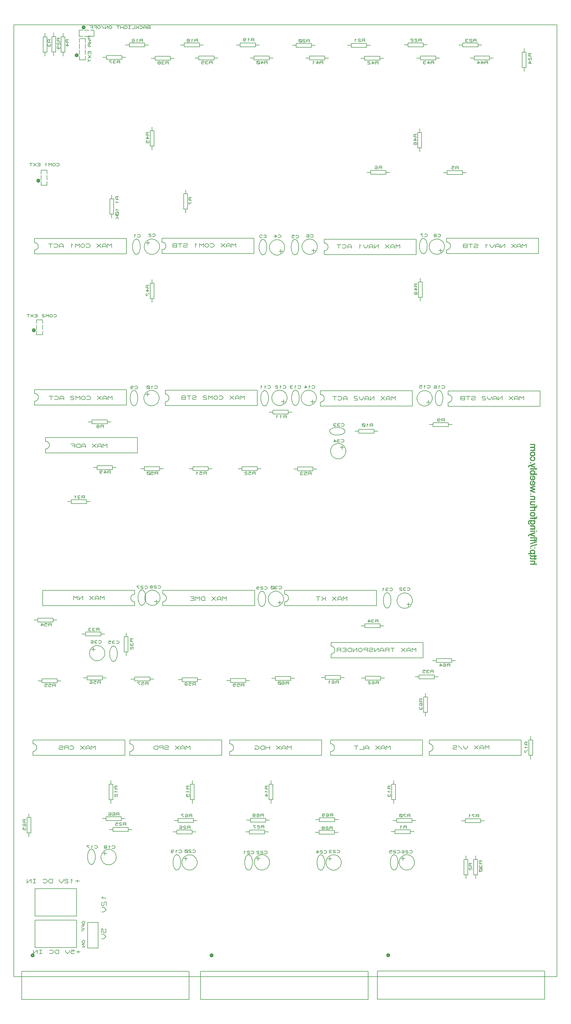
<source format=gbr>
G04 PROTEUS GERBER X2 FILE*
%TF.GenerationSoftware,Labcenter,Proteus,8.6-SP2-Build23525*%
%TF.CreationDate,2019-12-11T18:44:10+00:00*%
%TF.FileFunction,Legend,Bot*%
%TF.FilePolarity,Positive*%
%TF.Part,Single*%
%FSLAX45Y45*%
%MOMM*%
G01*
%TA.AperFunction,Profile*%
%ADD29C,0.203200*%
%TA.AperFunction,Material*%
%ADD72C,0.203200*%
%ADD30C,0.031750*%
%ADD73C,0.508000*%
%ADD31C,0.152400*%
%TD.AperFunction*%
D29*
X-9000000Y-15750000D02*
X+9000000Y-15750000D01*
X+9000000Y+15750000D01*
X-9000000Y+15750000D01*
X-9000000Y-15750000D01*
D72*
X-8320500Y+8292800D02*
X-8320500Y+8165800D01*
X-5272500Y+8165800D01*
X-5272500Y+8673800D01*
X-8320500Y+8673800D01*
X-8320500Y+8546800D01*
X-8193500Y+8419800D02*
X-8195936Y+8393924D01*
X-8202985Y+8369952D01*
X-8214262Y+8348362D01*
X-8229378Y+8329630D01*
X-8247946Y+8314231D01*
X-8269581Y+8302642D01*
X-8293894Y+8295340D01*
X-8320500Y+8292800D01*
X-8193500Y+8419800D02*
X-8195936Y+8446406D01*
X-8202985Y+8470719D01*
X-8214262Y+8492354D01*
X-8229378Y+8510922D01*
X-8247946Y+8526038D01*
X-8269581Y+8537315D01*
X-8293894Y+8544364D01*
X-8320500Y+8546800D01*
X-5760060Y+8378840D02*
X-5760060Y+8500760D01*
X-5826735Y+8439800D01*
X-5893410Y+8500760D01*
X-5893410Y+8378840D01*
X-5937860Y+8378840D02*
X-5937860Y+8460120D01*
X-5982310Y+8500760D01*
X-6026760Y+8500760D01*
X-6071210Y+8460120D01*
X-6071210Y+8378840D01*
X-5937860Y+8419480D02*
X-6071210Y+8419480D01*
X-6115660Y+8500760D02*
X-6249010Y+8378840D01*
X-6115660Y+8378840D02*
X-6249010Y+8500760D01*
X-6604610Y+8399160D02*
X-6582385Y+8378840D01*
X-6515710Y+8378840D01*
X-6471260Y+8419480D01*
X-6471260Y+8460120D01*
X-6515710Y+8500760D01*
X-6582385Y+8500760D01*
X-6604610Y+8480440D01*
X-6649060Y+8460120D02*
X-6693510Y+8500760D01*
X-6737960Y+8500760D01*
X-6782410Y+8460120D01*
X-6782410Y+8419480D01*
X-6737960Y+8378840D01*
X-6693510Y+8378840D01*
X-6649060Y+8419480D01*
X-6649060Y+8460120D01*
X-6826860Y+8378840D02*
X-6826860Y+8500760D01*
X-6893535Y+8439800D01*
X-6960210Y+8500760D01*
X-6960210Y+8378840D01*
X-7049110Y+8460120D02*
X-7093560Y+8500760D01*
X-7093560Y+8378840D01*
X-7360260Y+8378840D02*
X-7360260Y+8460120D01*
X-7404710Y+8500760D01*
X-7449160Y+8500760D01*
X-7493610Y+8460120D01*
X-7493610Y+8378840D01*
X-7360260Y+8419480D02*
X-7493610Y+8419480D01*
X-7671410Y+8399160D02*
X-7649185Y+8378840D01*
X-7582510Y+8378840D01*
X-7538060Y+8419480D01*
X-7538060Y+8460120D01*
X-7582510Y+8500760D01*
X-7649185Y+8500760D01*
X-7671410Y+8480440D01*
X-7715860Y+8500760D02*
X-7849210Y+8500760D01*
X-7782535Y+8500760D02*
X-7782535Y+8378840D01*
X-4090500Y+8302800D02*
X-4090500Y+8175800D01*
X-1042500Y+8175800D01*
X-1042500Y+8683800D01*
X-4090500Y+8683800D01*
X-4090500Y+8556800D01*
X-3963500Y+8429800D02*
X-3965936Y+8403924D01*
X-3972985Y+8379952D01*
X-3984262Y+8358362D01*
X-3999378Y+8339630D01*
X-4017946Y+8324231D01*
X-4039581Y+8312642D01*
X-4063894Y+8305340D01*
X-4090500Y+8302800D01*
X-3963500Y+8429800D02*
X-3965936Y+8456406D01*
X-3972985Y+8480719D01*
X-3984262Y+8502354D01*
X-3999378Y+8520922D01*
X-4017946Y+8536038D01*
X-4039581Y+8547315D01*
X-4063894Y+8554364D01*
X-4090500Y+8556800D01*
X-1650060Y+8388840D02*
X-1650060Y+8510760D01*
X-1716735Y+8449800D01*
X-1783410Y+8510760D01*
X-1783410Y+8388840D01*
X-1827860Y+8388840D02*
X-1827860Y+8470120D01*
X-1872310Y+8510760D01*
X-1916760Y+8510760D01*
X-1961210Y+8470120D01*
X-1961210Y+8388840D01*
X-1827860Y+8429480D02*
X-1961210Y+8429480D01*
X-2005660Y+8510760D02*
X-2139010Y+8388840D01*
X-2005660Y+8388840D02*
X-2139010Y+8510760D01*
X-2494610Y+8409160D02*
X-2472385Y+8388840D01*
X-2405710Y+8388840D01*
X-2361260Y+8429480D01*
X-2361260Y+8470120D01*
X-2405710Y+8510760D01*
X-2472385Y+8510760D01*
X-2494610Y+8490440D01*
X-2539060Y+8470120D02*
X-2583510Y+8510760D01*
X-2627960Y+8510760D01*
X-2672410Y+8470120D01*
X-2672410Y+8429480D01*
X-2627960Y+8388840D01*
X-2583510Y+8388840D01*
X-2539060Y+8429480D01*
X-2539060Y+8470120D01*
X-2716860Y+8388840D02*
X-2716860Y+8510760D01*
X-2783535Y+8449800D01*
X-2850210Y+8510760D01*
X-2850210Y+8388840D01*
X-2939110Y+8470120D02*
X-2983560Y+8510760D01*
X-2983560Y+8388840D01*
X-3250260Y+8409160D02*
X-3272485Y+8388840D01*
X-3361385Y+8388840D01*
X-3383610Y+8409160D01*
X-3383610Y+8429480D01*
X-3361385Y+8449800D01*
X-3272485Y+8449800D01*
X-3250260Y+8470120D01*
X-3250260Y+8490440D01*
X-3272485Y+8510760D01*
X-3361385Y+8510760D01*
X-3383610Y+8490440D01*
X-3428060Y+8510760D02*
X-3561410Y+8510760D01*
X-3494735Y+8510760D02*
X-3494735Y+8388840D01*
X-3605860Y+8388840D02*
X-3605860Y+8510760D01*
X-3716985Y+8510760D01*
X-3739210Y+8490440D01*
X-3739210Y+8470120D01*
X-3716985Y+8449800D01*
X-3739210Y+8429480D01*
X-3739210Y+8409160D01*
X-3716985Y+8388840D01*
X-3605860Y+8388840D01*
X-3605860Y+8449800D02*
X-3716985Y+8449800D01*
X+1282040Y+8269620D02*
X+1282040Y+8142620D01*
X+4330040Y+8142620D01*
X+4330040Y+8650620D01*
X+1282040Y+8650620D01*
X+1282040Y+8523620D01*
X+1409040Y+8396620D02*
X+1406604Y+8370744D01*
X+1399555Y+8346772D01*
X+1388278Y+8325182D01*
X+1373162Y+8306450D01*
X+1354594Y+8291051D01*
X+1332959Y+8279462D01*
X+1308646Y+8272160D01*
X+1282040Y+8269620D01*
X+1409040Y+8396620D02*
X+1406604Y+8423226D01*
X+1399555Y+8447539D01*
X+1388278Y+8469174D01*
X+1373162Y+8487742D01*
X+1354594Y+8502858D01*
X+1332959Y+8514135D01*
X+1308646Y+8521184D01*
X+1282040Y+8523620D01*
X+3792480Y+8355660D02*
X+3792480Y+8477580D01*
X+3725805Y+8416620D01*
X+3659130Y+8477580D01*
X+3659130Y+8355660D01*
X+3614680Y+8355660D02*
X+3614680Y+8436940D01*
X+3570230Y+8477580D01*
X+3525780Y+8477580D01*
X+3481330Y+8436940D01*
X+3481330Y+8355660D01*
X+3614680Y+8396300D02*
X+3481330Y+8396300D01*
X+3436880Y+8477580D02*
X+3303530Y+8355660D01*
X+3436880Y+8355660D02*
X+3303530Y+8477580D01*
X+3081280Y+8355660D02*
X+3081280Y+8477580D01*
X+2947930Y+8355660D01*
X+2947930Y+8477580D01*
X+2903480Y+8355660D02*
X+2903480Y+8436940D01*
X+2859030Y+8477580D01*
X+2814580Y+8477580D01*
X+2770130Y+8436940D01*
X+2770130Y+8355660D01*
X+2903480Y+8396300D02*
X+2770130Y+8396300D01*
X+2725680Y+8477580D02*
X+2725680Y+8416620D01*
X+2659005Y+8355660D01*
X+2592330Y+8416620D01*
X+2592330Y+8477580D01*
X+2503430Y+8436940D02*
X+2458980Y+8477580D01*
X+2458980Y+8355660D01*
X+2192280Y+8355660D02*
X+2192280Y+8436940D01*
X+2147830Y+8477580D01*
X+2103380Y+8477580D01*
X+2058930Y+8436940D01*
X+2058930Y+8355660D01*
X+2192280Y+8396300D02*
X+2058930Y+8396300D01*
X+1881130Y+8375980D02*
X+1903355Y+8355660D01*
X+1970030Y+8355660D01*
X+2014480Y+8396300D01*
X+2014480Y+8436940D01*
X+1970030Y+8477580D01*
X+1903355Y+8477580D01*
X+1881130Y+8457260D01*
X+1836680Y+8477580D02*
X+1703330Y+8477580D01*
X+1770005Y+8477580D02*
X+1770005Y+8355660D01*
X+5339500Y+8304700D02*
X+5339500Y+8177700D01*
X+8387500Y+8177700D01*
X+8387500Y+8685700D01*
X+5339500Y+8685700D01*
X+5339500Y+8558700D01*
X+5466500Y+8431700D02*
X+5464064Y+8405824D01*
X+5457015Y+8381852D01*
X+5445738Y+8360262D01*
X+5430622Y+8341530D01*
X+5412054Y+8326131D01*
X+5390419Y+8314542D01*
X+5366106Y+8307240D01*
X+5339500Y+8304700D01*
X+5466500Y+8431700D02*
X+5464064Y+8458306D01*
X+5457015Y+8482619D01*
X+5445738Y+8504254D01*
X+5430622Y+8522822D01*
X+5412054Y+8537938D01*
X+5390419Y+8549215D01*
X+5366106Y+8556264D01*
X+5339500Y+8558700D01*
X+7979940Y+8370740D02*
X+7979940Y+8492660D01*
X+7913265Y+8431700D01*
X+7846590Y+8492660D01*
X+7846590Y+8370740D01*
X+7802140Y+8370740D02*
X+7802140Y+8452020D01*
X+7757690Y+8492660D01*
X+7713240Y+8492660D01*
X+7668790Y+8452020D01*
X+7668790Y+8370740D01*
X+7802140Y+8411380D02*
X+7668790Y+8411380D01*
X+7624340Y+8492660D02*
X+7490990Y+8370740D01*
X+7624340Y+8370740D02*
X+7490990Y+8492660D01*
X+7268740Y+8370740D02*
X+7268740Y+8492660D01*
X+7135390Y+8370740D01*
X+7135390Y+8492660D01*
X+7090940Y+8370740D02*
X+7090940Y+8452020D01*
X+7046490Y+8492660D01*
X+7002040Y+8492660D01*
X+6957590Y+8452020D01*
X+6957590Y+8370740D01*
X+7090940Y+8411380D02*
X+6957590Y+8411380D01*
X+6913140Y+8492660D02*
X+6913140Y+8431700D01*
X+6846465Y+8370740D01*
X+6779790Y+8431700D01*
X+6779790Y+8492660D01*
X+6690890Y+8452020D02*
X+6646440Y+8492660D01*
X+6646440Y+8370740D01*
X+6379740Y+8391060D02*
X+6357515Y+8370740D01*
X+6268615Y+8370740D01*
X+6246390Y+8391060D01*
X+6246390Y+8411380D01*
X+6268615Y+8431700D01*
X+6357515Y+8431700D01*
X+6379740Y+8452020D01*
X+6379740Y+8472340D01*
X+6357515Y+8492660D01*
X+6268615Y+8492660D01*
X+6246390Y+8472340D01*
X+6201940Y+8492660D02*
X+6068590Y+8492660D01*
X+6135265Y+8492660D02*
X+6135265Y+8370740D01*
X+6024140Y+8370740D02*
X+6024140Y+8492660D01*
X+5913015Y+8492660D01*
X+5890790Y+8472340D01*
X+5890790Y+8452020D01*
X+5913015Y+8431700D01*
X+5890790Y+8411380D01*
X+5890790Y+8391060D01*
X+5913015Y+8370740D01*
X+6024140Y+8370740D01*
X+6024140Y+8431700D02*
X+5913015Y+8431700D01*
X-5756960Y+9351960D02*
X-5756960Y+9478960D01*
X-5820460Y+9478960D02*
X-5693460Y+9478960D01*
X-5693460Y+9986960D01*
X-5820460Y+9986960D01*
X-5820460Y+9478960D01*
X-5756960Y+9986960D02*
X-5756960Y+10113960D01*
X-5531380Y+10063960D02*
X-5622820Y+10063960D01*
X-5622820Y+9984585D01*
X-5607580Y+9968710D01*
X-5592340Y+9968710D01*
X-5577100Y+9984585D01*
X-5577100Y+10063960D01*
X-5577100Y+9984585D02*
X-5561860Y+9968710D01*
X-5531380Y+9968710D01*
X-5592340Y+9905210D02*
X-5622820Y+9873460D01*
X-5531380Y+9873460D01*
X-5592340Y+9651210D02*
X-5622820Y+9619460D01*
X-5531380Y+9619460D01*
X-5546620Y+9555960D02*
X-5607580Y+9555960D01*
X-5622820Y+9540085D01*
X-5622820Y+9476585D01*
X-5607580Y+9460710D01*
X-5546620Y+9460710D01*
X-5531380Y+9476585D01*
X-5531380Y+9540085D01*
X-5546620Y+9555960D01*
X-5531380Y+9555960D02*
X-5622820Y+9460710D01*
X-5622820Y+9428960D02*
X-5531380Y+9428960D01*
X-5622820Y+9333710D02*
X-5577100Y+9381335D01*
X-5531380Y+9333710D01*
X-5577100Y+9428960D02*
X-5577100Y+9381335D01*
X+5232870Y+10855570D02*
X+5359870Y+10855570D01*
X+5359870Y+10792070D02*
X+5867870Y+10792070D01*
X+5867870Y+10919070D01*
X+5359870Y+10919070D01*
X+5359870Y+10792070D01*
X+5867870Y+10855570D02*
X+5994870Y+10855570D01*
X+5730870Y+10969990D02*
X+5730870Y+11061430D01*
X+5651495Y+11061430D01*
X+5635620Y+11046190D01*
X+5635620Y+11030950D01*
X+5651495Y+11015710D01*
X+5730870Y+11015710D01*
X+5651495Y+11015710D02*
X+5635620Y+11000470D01*
X+5635620Y+10969990D01*
X+5508620Y+11061430D02*
X+5587995Y+11061430D01*
X+5587995Y+11030950D01*
X+5524495Y+11030950D01*
X+5508620Y+11015710D01*
X+5508620Y+10985230D01*
X+5524495Y+10969990D01*
X+5572120Y+10969990D01*
X+5587995Y+10985230D01*
X+2699250Y+10865230D02*
X+2826250Y+10865230D01*
X+2826250Y+10801730D02*
X+3334250Y+10801730D01*
X+3334250Y+10928730D01*
X+2826250Y+10928730D01*
X+2826250Y+10801730D01*
X+3334250Y+10865230D02*
X+3461250Y+10865230D01*
X+3187250Y+10979650D02*
X+3187250Y+11071090D01*
X+3107875Y+11071090D01*
X+3092000Y+11055850D01*
X+3092000Y+11040610D01*
X+3107875Y+11025370D01*
X+3187250Y+11025370D01*
X+3107875Y+11025370D02*
X+3092000Y+11010130D01*
X+3092000Y+10979650D01*
X+2965000Y+11055850D02*
X+2980875Y+11071090D01*
X+3028500Y+11071090D01*
X+3044375Y+11055850D01*
X+3044375Y+10994890D01*
X+3028500Y+10979650D01*
X+2980875Y+10979650D01*
X+2965000Y+10994890D01*
X+2965000Y+11010130D01*
X+2980875Y+11025370D01*
X+3044375Y+11025370D01*
X-3309500Y+9525580D02*
X-3309500Y+9652580D01*
X-3373000Y+9652580D02*
X-3246000Y+9652580D01*
X-3246000Y+10160580D01*
X-3373000Y+10160580D01*
X-3373000Y+9652580D01*
X-3309500Y+10160580D02*
X-3309500Y+10287580D01*
X-3113920Y+10033580D02*
X-3205360Y+10033580D01*
X-3205360Y+9954205D01*
X-3190120Y+9938330D01*
X-3174880Y+9938330D01*
X-3159640Y+9954205D01*
X-3159640Y+10033580D01*
X-3159640Y+9954205D02*
X-3144400Y+9938330D01*
X-3113920Y+9938330D01*
X-3205360Y+9890705D02*
X-3205360Y+9811330D01*
X-3190120Y+9811330D01*
X-3113920Y+9890705D01*
X-4940000Y+8150780D02*
X-4914124Y+8155860D01*
X-4890152Y+8170465D01*
X-4868562Y+8193642D01*
X-4849830Y+8224440D01*
X-4834431Y+8261905D01*
X-4822842Y+8305085D01*
X-4815540Y+8353028D01*
X-4813000Y+8404780D01*
X-4940000Y+8658780D02*
X-4914124Y+8653700D01*
X-4890152Y+8639095D01*
X-4868562Y+8615918D01*
X-4849830Y+8585120D01*
X-4834431Y+8547655D01*
X-4822842Y+8504475D01*
X-4815540Y+8456532D01*
X-4813000Y+8404780D01*
X-4940000Y+8150780D02*
X-4965876Y+8155860D01*
X-4989848Y+8170465D01*
X-5011438Y+8193642D01*
X-5030170Y+8224440D01*
X-5045569Y+8261905D01*
X-5057158Y+8305085D01*
X-5064460Y+8353028D01*
X-5067000Y+8404780D01*
X-4940000Y+8658780D02*
X-4965876Y+8653700D01*
X-4989848Y+8639095D01*
X-5011438Y+8615918D01*
X-5030170Y+8585120D01*
X-5045569Y+8547655D01*
X-5057158Y+8504475D01*
X-5064460Y+8456532D01*
X-5067000Y+8404780D01*
X-4904890Y+8734300D02*
X-4889015Y+8719060D01*
X-4841390Y+8719060D01*
X-4809640Y+8749540D01*
X-4809640Y+8780020D01*
X-4841390Y+8810500D01*
X-4889015Y+8810500D01*
X-4904890Y+8795260D01*
X-4968390Y+8780020D02*
X-5000140Y+8810500D01*
X-5000140Y+8719060D01*
X-4173300Y+8404780D02*
X-4174127Y+8425263D01*
X-4180845Y+8466230D01*
X-4194863Y+8507197D01*
X-4217641Y+8548164D01*
X-4252441Y+8589009D01*
X-4293408Y+8620625D01*
X-4334375Y+8641172D01*
X-4375342Y+8653409D01*
X-4416309Y+8658542D01*
X-4427300Y+8658780D01*
X-4681300Y+8404780D02*
X-4680473Y+8425263D01*
X-4673755Y+8466230D01*
X-4659737Y+8507197D01*
X-4636959Y+8548164D01*
X-4602159Y+8589009D01*
X-4561192Y+8620625D01*
X-4520225Y+8641172D01*
X-4479258Y+8653409D01*
X-4438291Y+8658542D01*
X-4427300Y+8658780D01*
X-4681300Y+8404780D02*
X-4680473Y+8384297D01*
X-4673755Y+8343330D01*
X-4659737Y+8302363D01*
X-4636959Y+8261396D01*
X-4602159Y+8220551D01*
X-4561192Y+8188935D01*
X-4520225Y+8168388D01*
X-4479258Y+8156151D01*
X-4438291Y+8151018D01*
X-4427300Y+8150780D01*
X-4173300Y+8404780D02*
X-4174127Y+8384297D01*
X-4180845Y+8343330D01*
X-4194863Y+8302363D01*
X-4217641Y+8261396D01*
X-4252441Y+8220551D01*
X-4293408Y+8188935D01*
X-4334375Y+8168388D01*
X-4375342Y+8156151D01*
X-4416309Y+8151018D01*
X-4427300Y+8150780D01*
X-4554300Y+8595280D02*
X-4554300Y+8468280D01*
X-4617800Y+8531780D02*
X-4490800Y+8531780D01*
X-4408910Y+8754300D02*
X-4393035Y+8739060D01*
X-4345410Y+8739060D01*
X-4313660Y+8769540D01*
X-4313660Y+8800020D01*
X-4345410Y+8830500D01*
X-4393035Y+8830500D01*
X-4408910Y+8815260D01*
X-4456535Y+8815260D02*
X-4472410Y+8830500D01*
X-4520035Y+8830500D01*
X-4535910Y+8815260D01*
X-4535910Y+8800020D01*
X-4520035Y+8784780D01*
X-4472410Y+8784780D01*
X-4456535Y+8769540D01*
X-4456535Y+8739060D01*
X-4535910Y+8739060D01*
X-746960Y+8646880D02*
X-772836Y+8641800D01*
X-796808Y+8627195D01*
X-818398Y+8604018D01*
X-837130Y+8573220D01*
X-852529Y+8535755D01*
X-864118Y+8492575D01*
X-871420Y+8444632D01*
X-873960Y+8392880D01*
X-746960Y+8138880D02*
X-772836Y+8143960D01*
X-796808Y+8158565D01*
X-818398Y+8181742D01*
X-837130Y+8212540D01*
X-852529Y+8250005D01*
X-864118Y+8293185D01*
X-871420Y+8341128D01*
X-873960Y+8392880D01*
X-746960Y+8646880D02*
X-721084Y+8641800D01*
X-697112Y+8627195D01*
X-675522Y+8604018D01*
X-656790Y+8573220D01*
X-641391Y+8535755D01*
X-629802Y+8492575D01*
X-622500Y+8444632D01*
X-619960Y+8392880D01*
X-746960Y+8138880D02*
X-721084Y+8143960D01*
X-697112Y+8158565D01*
X-675522Y+8181742D01*
X-656790Y+8212540D01*
X-641391Y+8250005D01*
X-629802Y+8293185D01*
X-622500Y+8341128D01*
X-619960Y+8392880D01*
X-762070Y+8783360D02*
X-777945Y+8798600D01*
X-825570Y+8798600D01*
X-857320Y+8768120D01*
X-857320Y+8737640D01*
X-825570Y+8707160D01*
X-777945Y+8707160D01*
X-762070Y+8722400D01*
X-714445Y+8722400D02*
X-698570Y+8707160D01*
X-650945Y+8707160D01*
X-635070Y+8722400D01*
X-635070Y+8737640D01*
X-650945Y+8752880D01*
X-635070Y+8768120D01*
X-635070Y+8783360D01*
X-650945Y+8798600D01*
X-698570Y+8798600D01*
X-714445Y+8783360D01*
X-682695Y+8752880D02*
X-650945Y+8752880D01*
X-25500Y+8383800D02*
X-26327Y+8404283D01*
X-33045Y+8445250D01*
X-47063Y+8486217D01*
X-69841Y+8527184D01*
X-104641Y+8568029D01*
X-145608Y+8599645D01*
X-186575Y+8620192D01*
X-227542Y+8632429D01*
X-268509Y+8637562D01*
X-279500Y+8637800D01*
X-533500Y+8383800D02*
X-532673Y+8404283D01*
X-525955Y+8445250D01*
X-511937Y+8486217D01*
X-489159Y+8527184D01*
X-454359Y+8568029D01*
X-413392Y+8599645D01*
X-372425Y+8620192D01*
X-331458Y+8632429D01*
X-290491Y+8637562D01*
X-279500Y+8637800D01*
X-533500Y+8383800D02*
X-532673Y+8363317D01*
X-525955Y+8322350D01*
X-511937Y+8281383D01*
X-489159Y+8240416D01*
X-454359Y+8199571D01*
X-413392Y+8167955D01*
X-372425Y+8147408D01*
X-331458Y+8135171D01*
X-290491Y+8130038D01*
X-279500Y+8129800D01*
X-25500Y+8383800D02*
X-26327Y+8363317D01*
X-33045Y+8322350D01*
X-47063Y+8281383D01*
X-69841Y+8240416D01*
X-104641Y+8199571D01*
X-145608Y+8167955D01*
X-186575Y+8147408D01*
X-227542Y+8135171D01*
X-268509Y+8130038D01*
X-279500Y+8129800D01*
X-152500Y+8193300D02*
X-152500Y+8320300D01*
X-89000Y+8256800D02*
X-216000Y+8256800D01*
X-244390Y+8723320D02*
X-228515Y+8708080D01*
X-180890Y+8708080D01*
X-149140Y+8738560D01*
X-149140Y+8769040D01*
X-180890Y+8799520D01*
X-228515Y+8799520D01*
X-244390Y+8784280D01*
X-371390Y+8738560D02*
X-276140Y+8738560D01*
X-339640Y+8799520D01*
X-339640Y+8708080D01*
X+313040Y+8647040D02*
X+287164Y+8641960D01*
X+263192Y+8627355D01*
X+241602Y+8604178D01*
X+222870Y+8573380D01*
X+207471Y+8535915D01*
X+195882Y+8492735D01*
X+188580Y+8444792D01*
X+186040Y+8393040D01*
X+313040Y+8139040D02*
X+287164Y+8144120D01*
X+263192Y+8158725D01*
X+241602Y+8181902D01*
X+222870Y+8212700D01*
X+207471Y+8250165D01*
X+195882Y+8293345D01*
X+188580Y+8341288D01*
X+186040Y+8393040D01*
X+313040Y+8647040D02*
X+338916Y+8641960D01*
X+362888Y+8627355D01*
X+384478Y+8604178D01*
X+403210Y+8573380D01*
X+418609Y+8535915D01*
X+430198Y+8492735D01*
X+437500Y+8444792D01*
X+440040Y+8393040D01*
X+313040Y+8139040D02*
X+338916Y+8144120D01*
X+362888Y+8158725D01*
X+384478Y+8181902D01*
X+403210Y+8212700D01*
X+418609Y+8250165D01*
X+430198Y+8293345D01*
X+437500Y+8341288D01*
X+440040Y+8393040D01*
X+341430Y+8712560D02*
X+357305Y+8697320D01*
X+404930Y+8697320D01*
X+436680Y+8727800D01*
X+436680Y+8758280D01*
X+404930Y+8788760D01*
X+357305Y+8788760D01*
X+341430Y+8773520D01*
X+214430Y+8788760D02*
X+293805Y+8788760D01*
X+293805Y+8758280D01*
X+230305Y+8758280D01*
X+214430Y+8743040D01*
X+214430Y+8712560D01*
X+230305Y+8697320D01*
X+277930Y+8697320D01*
X+293805Y+8712560D01*
X+1057040Y+8403960D02*
X+1056213Y+8424443D01*
X+1049495Y+8465410D01*
X+1035477Y+8506377D01*
X+1012699Y+8547344D01*
X+977899Y+8588189D01*
X+936932Y+8619805D01*
X+895965Y+8640352D01*
X+854998Y+8652589D01*
X+814031Y+8657722D01*
X+803040Y+8657960D01*
X+549040Y+8403960D02*
X+549867Y+8424443D01*
X+556585Y+8465410D01*
X+570603Y+8506377D01*
X+593381Y+8547344D01*
X+628181Y+8588189D01*
X+669148Y+8619805D01*
X+710115Y+8640352D01*
X+751082Y+8652589D01*
X+792049Y+8657722D01*
X+803040Y+8657960D01*
X+549040Y+8403960D02*
X+549867Y+8383477D01*
X+556585Y+8342510D01*
X+570603Y+8301543D01*
X+593381Y+8260576D01*
X+628181Y+8219731D01*
X+669148Y+8188115D01*
X+710115Y+8167568D01*
X+751082Y+8155331D01*
X+792049Y+8150198D01*
X+803040Y+8149960D01*
X+1057040Y+8403960D02*
X+1056213Y+8383477D01*
X+1049495Y+8342510D01*
X+1035477Y+8301543D01*
X+1012699Y+8260576D01*
X+977899Y+8219731D01*
X+936932Y+8188115D01*
X+895965Y+8167568D01*
X+854998Y+8155331D01*
X+814031Y+8150198D01*
X+803040Y+8149960D01*
X+930040Y+8213460D02*
X+930040Y+8340460D01*
X+993540Y+8276960D02*
X+866540Y+8276960D01*
X+828150Y+8733480D02*
X+844025Y+8718240D01*
X+891650Y+8718240D01*
X+923400Y+8748720D01*
X+923400Y+8779200D01*
X+891650Y+8809680D01*
X+844025Y+8809680D01*
X+828150Y+8794440D01*
X+701150Y+8794440D02*
X+717025Y+8809680D01*
X+764650Y+8809680D01*
X+780525Y+8794440D01*
X+780525Y+8733480D01*
X+764650Y+8718240D01*
X+717025Y+8718240D01*
X+701150Y+8733480D01*
X+701150Y+8748720D01*
X+717025Y+8763960D01*
X+780525Y+8763960D01*
X+4569680Y+8680020D02*
X+4543804Y+8674940D01*
X+4519832Y+8660335D01*
X+4498242Y+8637158D01*
X+4479510Y+8606360D01*
X+4464111Y+8568895D01*
X+4452522Y+8525715D01*
X+4445220Y+8477772D01*
X+4442680Y+8426020D01*
X+4569680Y+8172020D02*
X+4543804Y+8177100D01*
X+4519832Y+8191705D01*
X+4498242Y+8214882D01*
X+4479510Y+8245680D01*
X+4464111Y+8283145D01*
X+4452522Y+8326325D01*
X+4445220Y+8374268D01*
X+4442680Y+8426020D01*
X+4569680Y+8680020D02*
X+4595556Y+8674940D01*
X+4619528Y+8660335D01*
X+4641118Y+8637158D01*
X+4659850Y+8606360D01*
X+4675249Y+8568895D01*
X+4686838Y+8525715D01*
X+4694140Y+8477772D01*
X+4696680Y+8426020D01*
X+4569680Y+8172020D02*
X+4595556Y+8177100D01*
X+4619528Y+8191705D01*
X+4641118Y+8214882D01*
X+4659850Y+8245680D01*
X+4675249Y+8283145D01*
X+4686838Y+8326325D01*
X+4694140Y+8374268D01*
X+4696680Y+8426020D01*
X+4608070Y+8755540D02*
X+4623945Y+8740300D01*
X+4671570Y+8740300D01*
X+4703320Y+8770780D01*
X+4703320Y+8801260D01*
X+4671570Y+8831740D01*
X+4623945Y+8831740D01*
X+4608070Y+8816500D01*
X+4560445Y+8831740D02*
X+4481070Y+8831740D01*
X+4481070Y+8816500D01*
X+4560445Y+8740300D01*
X+5269100Y+8405860D02*
X+5268273Y+8426343D01*
X+5261555Y+8467310D01*
X+5247537Y+8508277D01*
X+5224759Y+8549244D01*
X+5189959Y+8590089D01*
X+5148992Y+8621705D01*
X+5108025Y+8642252D01*
X+5067058Y+8654489D01*
X+5026091Y+8659622D01*
X+5015100Y+8659860D01*
X+4761100Y+8405860D02*
X+4761927Y+8426343D01*
X+4768645Y+8467310D01*
X+4782663Y+8508277D01*
X+4805441Y+8549244D01*
X+4840241Y+8590089D01*
X+4881208Y+8621705D01*
X+4922175Y+8642252D01*
X+4963142Y+8654489D01*
X+5004109Y+8659622D01*
X+5015100Y+8659860D01*
X+4761100Y+8405860D02*
X+4761927Y+8385377D01*
X+4768645Y+8344410D01*
X+4782663Y+8303443D01*
X+4805441Y+8262476D01*
X+4840241Y+8221631D01*
X+4881208Y+8190015D01*
X+4922175Y+8169468D01*
X+4963142Y+8157231D01*
X+5004109Y+8152098D01*
X+5015100Y+8151860D01*
X+5269100Y+8405860D02*
X+5268273Y+8385377D01*
X+5261555Y+8344410D01*
X+5247537Y+8303443D01*
X+5224759Y+8262476D01*
X+5189959Y+8221631D01*
X+5148992Y+8190015D01*
X+5108025Y+8169468D01*
X+5067058Y+8157231D01*
X+5026091Y+8152098D01*
X+5015100Y+8151860D01*
X+5142100Y+8215360D02*
X+5142100Y+8342360D01*
X+5205600Y+8278860D02*
X+5078600Y+8278860D01*
X+5050210Y+8745380D02*
X+5066085Y+8730140D01*
X+5113710Y+8730140D01*
X+5145460Y+8760620D01*
X+5145460Y+8791100D01*
X+5113710Y+8821580D01*
X+5066085Y+8821580D01*
X+5050210Y+8806340D01*
X+4986710Y+8775860D02*
X+5002585Y+8791100D01*
X+5002585Y+8806340D01*
X+4986710Y+8821580D01*
X+4939085Y+8821580D01*
X+4923210Y+8806340D01*
X+4923210Y+8791100D01*
X+4939085Y+8775860D01*
X+4986710Y+8775860D01*
X+5002585Y+8760620D01*
X+5002585Y+8745380D01*
X+4986710Y+8730140D01*
X+4939085Y+8730140D01*
X+4923210Y+8745380D01*
X+4923210Y+8760620D01*
X+4939085Y+8775860D01*
X+1509500Y-5072280D02*
X+1509500Y-5199280D01*
X+4557500Y-5199280D01*
X+4557500Y-4691280D01*
X+1509500Y-4691280D01*
X+1509500Y-4818280D01*
X+1636500Y-4945280D02*
X+1634064Y-4971156D01*
X+1627015Y-4995128D01*
X+1615738Y-5016718D01*
X+1600622Y-5035450D01*
X+1582054Y-5050849D01*
X+1560419Y-5062438D01*
X+1536106Y-5069740D01*
X+1509500Y-5072280D01*
X+1636500Y-4945280D02*
X+1634064Y-4918674D01*
X+1627015Y-4894361D01*
X+1615738Y-4872726D01*
X+1600622Y-4854158D01*
X+1582054Y-4839042D01*
X+1560419Y-4827765D01*
X+1536106Y-4820716D01*
X+1509500Y-4818280D01*
X+4326640Y-4996240D02*
X+4326640Y-4874320D01*
X+4259965Y-4935280D01*
X+4193290Y-4874320D01*
X+4193290Y-4996240D01*
X+4148840Y-4996240D02*
X+4148840Y-4914960D01*
X+4104390Y-4874320D01*
X+4059940Y-4874320D01*
X+4015490Y-4914960D01*
X+4015490Y-4996240D01*
X+4148840Y-4955600D02*
X+4015490Y-4955600D01*
X+3971040Y-4874320D02*
X+3837690Y-4996240D01*
X+3971040Y-4996240D02*
X+3837690Y-4874320D01*
X+3615440Y-4874320D02*
X+3482090Y-4874320D01*
X+3548765Y-4874320D02*
X+3548765Y-4996240D01*
X+3437640Y-4996240D02*
X+3437640Y-4874320D01*
X+3326515Y-4874320D01*
X+3304290Y-4894640D01*
X+3304290Y-4914960D01*
X+3326515Y-4935280D01*
X+3437640Y-4935280D01*
X+3326515Y-4935280D02*
X+3304290Y-4955600D01*
X+3304290Y-4996240D01*
X+3259840Y-4996240D02*
X+3259840Y-4914960D01*
X+3215390Y-4874320D01*
X+3170940Y-4874320D01*
X+3126490Y-4914960D01*
X+3126490Y-4996240D01*
X+3259840Y-4955600D02*
X+3126490Y-4955600D01*
X+3082040Y-4996240D02*
X+3082040Y-4874320D01*
X+2948690Y-4996240D01*
X+2948690Y-4874320D01*
X+2904240Y-4975920D02*
X+2882015Y-4996240D01*
X+2793115Y-4996240D01*
X+2770890Y-4975920D01*
X+2770890Y-4955600D01*
X+2793115Y-4935280D01*
X+2882015Y-4935280D01*
X+2904240Y-4914960D01*
X+2904240Y-4894640D01*
X+2882015Y-4874320D01*
X+2793115Y-4874320D01*
X+2770890Y-4894640D01*
X+2726440Y-4996240D02*
X+2726440Y-4874320D01*
X+2615315Y-4874320D01*
X+2593090Y-4894640D01*
X+2593090Y-4914960D01*
X+2615315Y-4935280D01*
X+2726440Y-4935280D01*
X+2548640Y-4914960D02*
X+2504190Y-4874320D01*
X+2459740Y-4874320D01*
X+2415290Y-4914960D01*
X+2415290Y-4955600D01*
X+2459740Y-4996240D01*
X+2504190Y-4996240D01*
X+2548640Y-4955600D01*
X+2548640Y-4914960D01*
X+2370840Y-4996240D02*
X+2370840Y-4874320D01*
X+2237490Y-4996240D01*
X+2237490Y-4874320D01*
X+2193040Y-4996240D02*
X+2193040Y-4874320D01*
X+2104140Y-4874320D01*
X+2059690Y-4914960D01*
X+2059690Y-4955600D01*
X+2104140Y-4996240D01*
X+2193040Y-4996240D01*
X+1881890Y-4996240D02*
X+2015240Y-4996240D01*
X+2015240Y-4874320D01*
X+1881890Y-4874320D01*
X+2015240Y-4935280D02*
X+1926340Y-4935280D01*
X+1837440Y-4996240D02*
X+1837440Y-4874320D01*
X+1726315Y-4874320D01*
X+1704090Y-4894640D01*
X+1704090Y-4914960D01*
X+1726315Y-4935280D01*
X+1837440Y-4935280D01*
X+1726315Y-4935280D02*
X+1704090Y-4955600D01*
X+1704090Y-4996240D01*
X-6538200Y+2609500D02*
X-6411200Y+2609500D01*
X-6411200Y+2546000D02*
X-5903200Y+2546000D01*
X-5903200Y+2673000D01*
X-6411200Y+2673000D01*
X-6411200Y+2546000D01*
X-5903200Y+2609500D02*
X-5776200Y+2609500D01*
X-6030200Y+2413920D02*
X-6030200Y+2505360D01*
X-6109575Y+2505360D01*
X-6125450Y+2490120D01*
X-6125450Y+2474880D01*
X-6109575Y+2459640D01*
X-6030200Y+2459640D01*
X-6109575Y+2459640D02*
X-6125450Y+2444400D01*
X-6125450Y+2413920D01*
X-6188950Y+2459640D02*
X-6173075Y+2474880D01*
X-6173075Y+2490120D01*
X-6188950Y+2505360D01*
X-6236575Y+2505360D01*
X-6252450Y+2490120D01*
X-6252450Y+2474880D01*
X-6236575Y+2459640D01*
X-6188950Y+2459640D01*
X-6173075Y+2444400D01*
X-6173075Y+2429160D01*
X-6188950Y+2413920D01*
X-6236575Y+2413920D01*
X-6252450Y+2429160D01*
X-6252450Y+2444400D01*
X-6236575Y+2459640D01*
X+5523000Y+2520000D02*
X+5396000Y+2520000D01*
X+4888000Y+2456500D02*
X+5396000Y+2456500D01*
X+5396000Y+2583500D01*
X+4888000Y+2583500D01*
X+4888000Y+2456500D01*
X+4888000Y+2520000D02*
X+4761000Y+2520000D01*
X+5269000Y+2624140D02*
X+5269000Y+2715580D01*
X+5189625Y+2715580D01*
X+5173750Y+2700340D01*
X+5173750Y+2685100D01*
X+5189625Y+2669860D01*
X+5269000Y+2669860D01*
X+5189625Y+2669860D02*
X+5173750Y+2654620D01*
X+5173750Y+2624140D01*
X+5046750Y+2685100D02*
X+5062625Y+2669860D01*
X+5110250Y+2669860D01*
X+5126125Y+2685100D01*
X+5126125Y+2700340D01*
X+5110250Y+2715580D01*
X+5062625Y+2715580D01*
X+5046750Y+2700340D01*
X+5046750Y+2639380D01*
X+5062625Y+2624140D01*
X+5110250Y+2624140D01*
X+3063800Y+2299500D02*
X+2936800Y+2299500D01*
X+2428800Y+2236000D02*
X+2936800Y+2236000D01*
X+2936800Y+2363000D01*
X+2428800Y+2363000D01*
X+2428800Y+2236000D01*
X+2428800Y+2299500D02*
X+2301800Y+2299500D01*
X+2893300Y+2453640D02*
X+2893300Y+2545080D01*
X+2813925Y+2545080D01*
X+2798050Y+2529840D01*
X+2798050Y+2514600D01*
X+2813925Y+2499360D01*
X+2893300Y+2499360D01*
X+2813925Y+2499360D02*
X+2798050Y+2484120D01*
X+2798050Y+2453640D01*
X+2734550Y+2514600D02*
X+2702800Y+2545080D01*
X+2702800Y+2453640D01*
X+2639300Y+2468880D02*
X+2639300Y+2529840D01*
X+2623425Y+2545080D01*
X+2559925Y+2545080D01*
X+2544050Y+2529840D01*
X+2544050Y+2468880D01*
X+2559925Y+2453640D01*
X+2623425Y+2453640D01*
X+2639300Y+2468880D01*
X+2639300Y+2453640D02*
X+2544050Y+2545080D01*
X-543000Y+2930000D02*
X-416000Y+2930000D01*
X-416000Y+2866500D02*
X+92000Y+2866500D01*
X+92000Y+2993500D01*
X-416000Y+2993500D01*
X-416000Y+2866500D01*
X+92000Y+2930000D02*
X+219000Y+2930000D01*
X+28500Y+2734420D02*
X+28500Y+2825860D01*
X-50875Y+2825860D01*
X-66750Y+2810620D01*
X-66750Y+2795380D01*
X-50875Y+2780140D01*
X+28500Y+2780140D01*
X-50875Y+2780140D02*
X-66750Y+2764900D01*
X-66750Y+2734420D01*
X-130250Y+2795380D02*
X-162000Y+2825860D01*
X-162000Y+2734420D01*
X-257250Y+2795380D02*
X-289000Y+2825860D01*
X-289000Y+2734420D01*
X-5020000Y+3143000D02*
X-4994124Y+3148080D01*
X-4970152Y+3162685D01*
X-4948562Y+3185862D01*
X-4929830Y+3216660D01*
X-4914431Y+3254125D01*
X-4902842Y+3297305D01*
X-4895540Y+3345248D01*
X-4893000Y+3397000D01*
X-5020000Y+3651000D02*
X-4994124Y+3645920D01*
X-4970152Y+3631315D01*
X-4948562Y+3608138D01*
X-4929830Y+3577340D01*
X-4914431Y+3539875D01*
X-4902842Y+3496695D01*
X-4895540Y+3448752D01*
X-4893000Y+3397000D01*
X-5020000Y+3143000D02*
X-5045876Y+3148080D01*
X-5069848Y+3162685D01*
X-5091438Y+3185862D01*
X-5110170Y+3216660D01*
X-5125569Y+3254125D01*
X-5137158Y+3297305D01*
X-5144460Y+3345248D01*
X-5147000Y+3397000D01*
X-5020000Y+3651000D02*
X-5045876Y+3645920D01*
X-5069848Y+3631315D01*
X-5091438Y+3608138D01*
X-5110170Y+3577340D01*
X-5125569Y+3539875D01*
X-5137158Y+3496695D01*
X-5144460Y+3448752D01*
X-5147000Y+3397000D01*
X-4994890Y+3716520D02*
X-4979015Y+3701280D01*
X-4931390Y+3701280D01*
X-4899640Y+3731760D01*
X-4899640Y+3762240D01*
X-4931390Y+3792720D01*
X-4979015Y+3792720D01*
X-4994890Y+3777480D01*
X-5121890Y+3762240D02*
X-5106015Y+3747000D01*
X-5058390Y+3747000D01*
X-5042515Y+3762240D01*
X-5042515Y+3777480D01*
X-5058390Y+3792720D01*
X-5106015Y+3792720D01*
X-5121890Y+3777480D01*
X-5121890Y+3716520D01*
X-5106015Y+3701280D01*
X-5058390Y+3701280D01*
X-4186000Y+3397000D02*
X-4186827Y+3417483D01*
X-4193545Y+3458450D01*
X-4207563Y+3499417D01*
X-4230341Y+3540384D01*
X-4265141Y+3581229D01*
X-4306108Y+3612845D01*
X-4347075Y+3633392D01*
X-4388042Y+3645629D01*
X-4429009Y+3650762D01*
X-4440000Y+3651000D01*
X-4694000Y+3397000D02*
X-4693173Y+3417483D01*
X-4686455Y+3458450D01*
X-4672437Y+3499417D01*
X-4649659Y+3540384D01*
X-4614859Y+3581229D01*
X-4573892Y+3612845D01*
X-4532925Y+3633392D01*
X-4491958Y+3645629D01*
X-4450991Y+3650762D01*
X-4440000Y+3651000D01*
X-4694000Y+3397000D02*
X-4693173Y+3376517D01*
X-4686455Y+3335550D01*
X-4672437Y+3294583D01*
X-4649659Y+3253616D01*
X-4614859Y+3212771D01*
X-4573892Y+3181155D01*
X-4532925Y+3160608D01*
X-4491958Y+3148371D01*
X-4450991Y+3143238D01*
X-4440000Y+3143000D01*
X-4186000Y+3397000D02*
X-4186827Y+3376517D01*
X-4193545Y+3335550D01*
X-4207563Y+3294583D01*
X-4230341Y+3253616D01*
X-4265141Y+3212771D01*
X-4306108Y+3181155D01*
X-4347075Y+3160608D01*
X-4388042Y+3148371D01*
X-4429009Y+3143238D01*
X-4440000Y+3143000D01*
X-4567000Y+3587500D02*
X-4567000Y+3460500D01*
X-4630500Y+3524000D02*
X-4503500Y+3524000D01*
X-4338110Y+3726520D02*
X-4322235Y+3711280D01*
X-4274610Y+3711280D01*
X-4242860Y+3741760D01*
X-4242860Y+3772240D01*
X-4274610Y+3802720D01*
X-4322235Y+3802720D01*
X-4338110Y+3787480D01*
X-4401610Y+3772240D02*
X-4433360Y+3802720D01*
X-4433360Y+3711280D01*
X-4496860Y+3726520D02*
X-4496860Y+3787480D01*
X-4512735Y+3802720D01*
X-4576235Y+3802720D01*
X-4592110Y+3787480D01*
X-4592110Y+3726520D01*
X-4576235Y+3711280D01*
X-4512735Y+3711280D01*
X-4496860Y+3726520D01*
X-4496860Y+3711280D02*
X-4592110Y+3802720D01*
X-690000Y+3647000D02*
X-715876Y+3641920D01*
X-739848Y+3627315D01*
X-761438Y+3604138D01*
X-780170Y+3573340D01*
X-795569Y+3535875D01*
X-807158Y+3492695D01*
X-814460Y+3444752D01*
X-817000Y+3393000D01*
X-690000Y+3139000D02*
X-715876Y+3144080D01*
X-739848Y+3158685D01*
X-761438Y+3181862D01*
X-780170Y+3212660D01*
X-795569Y+3250125D01*
X-807158Y+3293305D01*
X-814460Y+3341248D01*
X-817000Y+3393000D01*
X-690000Y+3647000D02*
X-664124Y+3641920D01*
X-640152Y+3627315D01*
X-618562Y+3604138D01*
X-599830Y+3573340D01*
X-584431Y+3535875D01*
X-572842Y+3492695D01*
X-565540Y+3444752D01*
X-563000Y+3393000D01*
X-690000Y+3139000D02*
X-664124Y+3144080D01*
X-640152Y+3158685D01*
X-618562Y+3181862D01*
X-599830Y+3212660D01*
X-584431Y+3250125D01*
X-572842Y+3293305D01*
X-565540Y+3341248D01*
X-563000Y+3393000D01*
X-588110Y+3732520D02*
X-572235Y+3717280D01*
X-524610Y+3717280D01*
X-492860Y+3747760D01*
X-492860Y+3778240D01*
X-524610Y+3808720D01*
X-572235Y+3808720D01*
X-588110Y+3793480D01*
X-651610Y+3778240D02*
X-683360Y+3808720D01*
X-683360Y+3717280D01*
X-778610Y+3778240D02*
X-810360Y+3808720D01*
X-810360Y+3717280D01*
X+54500Y+3403800D02*
X+53673Y+3424283D01*
X+46955Y+3465250D01*
X+32937Y+3506217D01*
X+10159Y+3547184D01*
X-24641Y+3588029D01*
X-65608Y+3619645D01*
X-106575Y+3640192D01*
X-147542Y+3652429D01*
X-188509Y+3657562D01*
X-199500Y+3657800D01*
X-453500Y+3403800D02*
X-452673Y+3424283D01*
X-445955Y+3465250D01*
X-431937Y+3506217D01*
X-409159Y+3547184D01*
X-374359Y+3588029D01*
X-333392Y+3619645D01*
X-292425Y+3640192D01*
X-251458Y+3652429D01*
X-210491Y+3657562D01*
X-199500Y+3657800D01*
X-453500Y+3403800D02*
X-452673Y+3383317D01*
X-445955Y+3342350D01*
X-431937Y+3301383D01*
X-409159Y+3260416D01*
X-374359Y+3219571D01*
X-333392Y+3187955D01*
X-292425Y+3167408D01*
X-251458Y+3155171D01*
X-210491Y+3150038D01*
X-199500Y+3149800D01*
X+54500Y+3403800D02*
X+53673Y+3383317D01*
X+46955Y+3342350D01*
X+32937Y+3301383D01*
X+10159Y+3260416D01*
X-24641Y+3219571D01*
X-65608Y+3187955D01*
X-106575Y+3167408D01*
X-147542Y+3155171D01*
X-188509Y+3150038D01*
X-199500Y+3149800D01*
X-72500Y+3213300D02*
X-72500Y+3340300D01*
X-9000Y+3276800D02*
X-136000Y+3276800D01*
X-80890Y+3733320D02*
X-65015Y+3718080D01*
X-17390Y+3718080D01*
X+14360Y+3748560D01*
X+14360Y+3779040D01*
X-17390Y+3809520D01*
X-65015Y+3809520D01*
X-80890Y+3794280D01*
X-144390Y+3779040D02*
X-176140Y+3809520D01*
X-176140Y+3718080D01*
X-255515Y+3794280D02*
X-271390Y+3809520D01*
X-319015Y+3809520D01*
X-334890Y+3794280D01*
X-334890Y+3779040D01*
X-319015Y+3763800D01*
X-271390Y+3763800D01*
X-255515Y+3748560D01*
X-255515Y+3718080D01*
X-334890Y+3718080D01*
X+330500Y+3659100D02*
X+304624Y+3654020D01*
X+280652Y+3639415D01*
X+259062Y+3616238D01*
X+240330Y+3585440D01*
X+224931Y+3547975D01*
X+213342Y+3504795D01*
X+206040Y+3456852D01*
X+203500Y+3405100D01*
X+330500Y+3151100D02*
X+304624Y+3156180D01*
X+280652Y+3170785D01*
X+259062Y+3193962D01*
X+240330Y+3224760D01*
X+224931Y+3262225D01*
X+213342Y+3305405D01*
X+206040Y+3353348D01*
X+203500Y+3405100D01*
X+330500Y+3659100D02*
X+356376Y+3654020D01*
X+380348Y+3639415D01*
X+401938Y+3616238D01*
X+420670Y+3585440D01*
X+436069Y+3547975D01*
X+447658Y+3504795D01*
X+454960Y+3456852D01*
X+457500Y+3405100D01*
X+330500Y+3151100D02*
X+356376Y+3156180D01*
X+380348Y+3170785D01*
X+401938Y+3193962D01*
X+420670Y+3224760D01*
X+436069Y+3262225D01*
X+447658Y+3305405D01*
X+454960Y+3353348D01*
X+457500Y+3405100D01*
X+412390Y+3734620D02*
X+428265Y+3719380D01*
X+475890Y+3719380D01*
X+507640Y+3749860D01*
X+507640Y+3780340D01*
X+475890Y+3810820D01*
X+428265Y+3810820D01*
X+412390Y+3795580D01*
X+348890Y+3780340D02*
X+317140Y+3810820D01*
X+317140Y+3719380D01*
X+237765Y+3795580D02*
X+221890Y+3810820D01*
X+174265Y+3810820D01*
X+158390Y+3795580D01*
X+158390Y+3780340D01*
X+174265Y+3765100D01*
X+158390Y+3749860D01*
X+158390Y+3734620D01*
X+174265Y+3719380D01*
X+221890Y+3719380D01*
X+237765Y+3734620D01*
X+206015Y+3765100D02*
X+174265Y+3765100D01*
X+1024500Y+3403800D02*
X+1023673Y+3424283D01*
X+1016955Y+3465250D01*
X+1002937Y+3506217D01*
X+980159Y+3547184D01*
X+945359Y+3588029D01*
X+904392Y+3619645D01*
X+863425Y+3640192D01*
X+822458Y+3652429D01*
X+781491Y+3657562D01*
X+770500Y+3657800D01*
X+516500Y+3403800D02*
X+517327Y+3424283D01*
X+524045Y+3465250D01*
X+538063Y+3506217D01*
X+560841Y+3547184D01*
X+595641Y+3588029D01*
X+636608Y+3619645D01*
X+677575Y+3640192D01*
X+718542Y+3652429D01*
X+759509Y+3657562D01*
X+770500Y+3657800D01*
X+516500Y+3403800D02*
X+517327Y+3383317D01*
X+524045Y+3342350D01*
X+538063Y+3301383D01*
X+560841Y+3260416D01*
X+595641Y+3219571D01*
X+636608Y+3187955D01*
X+677575Y+3167408D01*
X+718542Y+3155171D01*
X+759509Y+3150038D01*
X+770500Y+3149800D01*
X+1024500Y+3403800D02*
X+1023673Y+3383317D01*
X+1016955Y+3342350D01*
X+1002937Y+3301383D01*
X+980159Y+3260416D01*
X+945359Y+3219571D01*
X+904392Y+3187955D01*
X+863425Y+3167408D01*
X+822458Y+3155171D01*
X+781491Y+3150038D01*
X+770500Y+3149800D01*
X+897500Y+3213300D02*
X+897500Y+3340300D01*
X+961000Y+3276800D02*
X+834000Y+3276800D01*
X+879110Y+3733320D02*
X+894985Y+3718080D01*
X+942610Y+3718080D01*
X+974360Y+3748560D01*
X+974360Y+3779040D01*
X+942610Y+3809520D01*
X+894985Y+3809520D01*
X+879110Y+3794280D01*
X+815610Y+3779040D02*
X+783860Y+3809520D01*
X+783860Y+3718080D01*
X+625110Y+3748560D02*
X+720360Y+3748560D01*
X+656860Y+3809520D01*
X+656860Y+3718080D01*
X+4864660Y+3389860D02*
X+4863833Y+3410343D01*
X+4857115Y+3451310D01*
X+4843097Y+3492277D01*
X+4820319Y+3533244D01*
X+4785519Y+3574089D01*
X+4744552Y+3605705D01*
X+4703585Y+3626252D01*
X+4662618Y+3638489D01*
X+4621651Y+3643622D01*
X+4610660Y+3643860D01*
X+4356660Y+3389860D02*
X+4357487Y+3410343D01*
X+4364205Y+3451310D01*
X+4378223Y+3492277D01*
X+4401001Y+3533244D01*
X+4435801Y+3574089D01*
X+4476768Y+3605705D01*
X+4517735Y+3626252D01*
X+4558702Y+3638489D01*
X+4599669Y+3643622D01*
X+4610660Y+3643860D01*
X+4356660Y+3389860D02*
X+4357487Y+3369377D01*
X+4364205Y+3328410D01*
X+4378223Y+3287443D01*
X+4401001Y+3246476D01*
X+4435801Y+3205631D01*
X+4476768Y+3174015D01*
X+4517735Y+3153468D01*
X+4558702Y+3141231D01*
X+4599669Y+3136098D01*
X+4610660Y+3135860D01*
X+4864660Y+3389860D02*
X+4863833Y+3369377D01*
X+4857115Y+3328410D01*
X+4843097Y+3287443D01*
X+4820319Y+3246476D01*
X+4785519Y+3205631D01*
X+4744552Y+3174015D01*
X+4703585Y+3153468D01*
X+4662618Y+3141231D01*
X+4621651Y+3136098D01*
X+4610660Y+3135860D01*
X+4737660Y+3199360D02*
X+4737660Y+3326360D01*
X+4801160Y+3262860D02*
X+4674160Y+3262860D01*
X+4699270Y+3739380D02*
X+4715145Y+3724140D01*
X+4762770Y+3724140D01*
X+4794520Y+3754620D01*
X+4794520Y+3785100D01*
X+4762770Y+3815580D01*
X+4715145Y+3815580D01*
X+4699270Y+3800340D01*
X+4635770Y+3785100D02*
X+4604020Y+3815580D01*
X+4604020Y+3724140D01*
X+4445270Y+3815580D02*
X+4524645Y+3815580D01*
X+4524645Y+3785100D01*
X+4461145Y+3785100D01*
X+4445270Y+3769860D01*
X+4445270Y+3739380D01*
X+4461145Y+3724140D01*
X+4508770Y+3724140D01*
X+4524645Y+3739380D01*
X+5090160Y+3649060D02*
X+5064284Y+3643980D01*
X+5040312Y+3629375D01*
X+5018722Y+3606198D01*
X+4999990Y+3575400D01*
X+4984591Y+3537935D01*
X+4973002Y+3494755D01*
X+4965700Y+3446812D01*
X+4963160Y+3395060D01*
X+5090160Y+3141060D02*
X+5064284Y+3146140D01*
X+5040312Y+3160745D01*
X+5018722Y+3183922D01*
X+4999990Y+3214720D01*
X+4984591Y+3252185D01*
X+4973002Y+3295365D01*
X+4965700Y+3343308D01*
X+4963160Y+3395060D01*
X+5090160Y+3649060D02*
X+5116036Y+3643980D01*
X+5140008Y+3629375D01*
X+5161598Y+3606198D01*
X+5180330Y+3575400D01*
X+5195729Y+3537935D01*
X+5207318Y+3494755D01*
X+5214620Y+3446812D01*
X+5217160Y+3395060D01*
X+5090160Y+3141060D02*
X+5116036Y+3146140D01*
X+5140008Y+3160745D01*
X+5161598Y+3183922D01*
X+5180330Y+3214720D01*
X+5195729Y+3252185D01*
X+5207318Y+3295365D01*
X+5214620Y+3343308D01*
X+5217160Y+3395060D01*
X+5182050Y+3734580D02*
X+5197925Y+3719340D01*
X+5245550Y+3719340D01*
X+5277300Y+3749820D01*
X+5277300Y+3780300D01*
X+5245550Y+3810780D01*
X+5197925Y+3810780D01*
X+5182050Y+3795540D01*
X+5118550Y+3780300D02*
X+5086800Y+3810780D01*
X+5086800Y+3719340D01*
X+4928050Y+3795540D02*
X+4943925Y+3810780D01*
X+4991550Y+3810780D01*
X+5007425Y+3795540D01*
X+5007425Y+3734580D01*
X+4991550Y+3719340D01*
X+4943925Y+3719340D01*
X+4928050Y+3734580D01*
X+4928050Y+3749820D01*
X+4943925Y+3765060D01*
X+5007425Y+3765060D01*
X-4543540Y+15079840D02*
X-4670540Y+15079840D01*
X-5178540Y+15016340D02*
X-4670540Y+15016340D01*
X-4670540Y+15143340D01*
X-5178540Y+15143340D01*
X-5178540Y+15016340D01*
X-5178540Y+15079840D02*
X-5305540Y+15079840D01*
X-4734040Y+15183980D02*
X-4734040Y+15275420D01*
X-4813415Y+15275420D01*
X-4829290Y+15260180D01*
X-4829290Y+15244940D01*
X-4813415Y+15229700D01*
X-4734040Y+15229700D01*
X-4813415Y+15229700D02*
X-4829290Y+15214460D01*
X-4829290Y+15183980D01*
X-4892790Y+15244940D02*
X-4924540Y+15275420D01*
X-4924540Y+15183980D01*
X-5083290Y+15260180D02*
X-5067415Y+15275420D01*
X-5019790Y+15275420D01*
X-5003915Y+15260180D01*
X-5003915Y+15199220D01*
X-5019790Y+15183980D01*
X-5067415Y+15183980D01*
X-5083290Y+15199220D01*
X-5083290Y+15214460D01*
X-5067415Y+15229700D01*
X-5003915Y+15229700D01*
X-2721000Y+15080000D02*
X-2848000Y+15080000D01*
X-3356000Y+15016500D02*
X-2848000Y+15016500D01*
X-2848000Y+15143500D01*
X-3356000Y+15143500D01*
X-3356000Y+15016500D01*
X-3356000Y+15080000D02*
X-3483000Y+15080000D01*
X-2911500Y+15184140D02*
X-2911500Y+15275580D01*
X-2990875Y+15275580D01*
X-3006750Y+15260340D01*
X-3006750Y+15245100D01*
X-2990875Y+15229860D01*
X-2911500Y+15229860D01*
X-2990875Y+15229860D02*
X-3006750Y+15214620D01*
X-3006750Y+15184140D01*
X-3070250Y+15245100D02*
X-3102000Y+15275580D01*
X-3102000Y+15184140D01*
X-3197250Y+15229860D02*
X-3181375Y+15245100D01*
X-3181375Y+15260340D01*
X-3197250Y+15275580D01*
X-3244875Y+15275580D01*
X-3260750Y+15260340D01*
X-3260750Y+15245100D01*
X-3244875Y+15229860D01*
X-3197250Y+15229860D01*
X-3181375Y+15214620D01*
X-3181375Y+15199380D01*
X-3197250Y+15184140D01*
X-3244875Y+15184140D01*
X-3260750Y+15199380D01*
X-3260750Y+15214620D01*
X-3244875Y+15229860D01*
X-871000Y+15080000D02*
X-998000Y+15080000D01*
X-1506000Y+15016500D02*
X-998000Y+15016500D01*
X-998000Y+15143500D01*
X-1506000Y+15143500D01*
X-1506000Y+15016500D01*
X-1506000Y+15080000D02*
X-1633000Y+15080000D01*
X-1041500Y+15204140D02*
X-1041500Y+15295580D01*
X-1120875Y+15295580D01*
X-1136750Y+15280340D01*
X-1136750Y+15265100D01*
X-1120875Y+15249860D01*
X-1041500Y+15249860D01*
X-1120875Y+15249860D02*
X-1136750Y+15234620D01*
X-1136750Y+15204140D01*
X-1200250Y+15265100D02*
X-1232000Y+15295580D01*
X-1232000Y+15204140D01*
X-1390750Y+15265100D02*
X-1374875Y+15249860D01*
X-1327250Y+15249860D01*
X-1311375Y+15265100D01*
X-1311375Y+15280340D01*
X-1327250Y+15295580D01*
X-1374875Y+15295580D01*
X-1390750Y+15280340D01*
X-1390750Y+15219380D01*
X-1374875Y+15204140D01*
X-1327250Y+15204140D01*
X+983920Y+15067140D02*
X+856920Y+15067140D01*
X+348920Y+15003640D02*
X+856920Y+15003640D01*
X+856920Y+15130640D01*
X+348920Y+15130640D01*
X+348920Y+15003640D01*
X+348920Y+15067140D02*
X+221920Y+15067140D01*
X+793420Y+15171280D02*
X+793420Y+15262720D01*
X+714045Y+15262720D01*
X+698170Y+15247480D01*
X+698170Y+15232240D01*
X+714045Y+15217000D01*
X+793420Y+15217000D01*
X+714045Y+15217000D02*
X+698170Y+15201760D01*
X+698170Y+15171280D01*
X+650545Y+15247480D02*
X+634670Y+15262720D01*
X+587045Y+15262720D01*
X+571170Y+15247480D01*
X+571170Y+15232240D01*
X+587045Y+15217000D01*
X+634670Y+15217000D01*
X+650545Y+15201760D01*
X+650545Y+15171280D01*
X+571170Y+15171280D01*
X+539420Y+15186520D02*
X+539420Y+15247480D01*
X+523545Y+15262720D01*
X+460045Y+15262720D01*
X+444170Y+15247480D01*
X+444170Y+15186520D01*
X+460045Y+15171280D01*
X+523545Y+15171280D01*
X+539420Y+15186520D01*
X+539420Y+15171280D02*
X+444170Y+15262720D01*
X+2819000Y+15066980D02*
X+2692000Y+15066980D01*
X+2184000Y+15003480D02*
X+2692000Y+15003480D01*
X+2692000Y+15130480D01*
X+2184000Y+15130480D01*
X+2184000Y+15003480D01*
X+2184000Y+15066980D02*
X+2057000Y+15066980D01*
X+2628500Y+15188900D02*
X+2628500Y+15280340D01*
X+2549125Y+15280340D01*
X+2533250Y+15265100D01*
X+2533250Y+15249860D01*
X+2549125Y+15234620D01*
X+2628500Y+15234620D01*
X+2549125Y+15234620D02*
X+2533250Y+15219380D01*
X+2533250Y+15188900D01*
X+2485625Y+15265100D02*
X+2469750Y+15280340D01*
X+2422125Y+15280340D01*
X+2406250Y+15265100D01*
X+2406250Y+15249860D01*
X+2422125Y+15234620D01*
X+2469750Y+15234620D01*
X+2485625Y+15219380D01*
X+2485625Y+15188900D01*
X+2406250Y+15188900D01*
X+2342750Y+15249860D02*
X+2311000Y+15280340D01*
X+2311000Y+15188900D01*
X+4691380Y+15086980D02*
X+4564380Y+15086980D01*
X+4056380Y+15023480D02*
X+4564380Y+15023480D01*
X+4564380Y+15150480D01*
X+4056380Y+15150480D01*
X+4056380Y+15023480D01*
X+4056380Y+15086980D02*
X+3929380Y+15086980D01*
X+4500880Y+15191120D02*
X+4500880Y+15282560D01*
X+4421505Y+15282560D01*
X+4405630Y+15267320D01*
X+4405630Y+15252080D01*
X+4421505Y+15236840D01*
X+4500880Y+15236840D01*
X+4421505Y+15236840D02*
X+4405630Y+15221600D01*
X+4405630Y+15191120D01*
X+4358005Y+15267320D02*
X+4342130Y+15282560D01*
X+4294505Y+15282560D01*
X+4278630Y+15267320D01*
X+4278630Y+15252080D01*
X+4294505Y+15236840D01*
X+4342130Y+15236840D01*
X+4358005Y+15221600D01*
X+4358005Y+15191120D01*
X+4278630Y+15191120D01*
X+4231005Y+15267320D02*
X+4215130Y+15282560D01*
X+4167505Y+15282560D01*
X+4151630Y+15267320D01*
X+4151630Y+15252080D01*
X+4167505Y+15236840D01*
X+4215130Y+15236840D01*
X+4231005Y+15221600D01*
X+4231005Y+15191120D01*
X+4151630Y+15191120D01*
X+6509000Y+15080000D02*
X+6382000Y+15080000D01*
X+5874000Y+15016500D02*
X+6382000Y+15016500D01*
X+6382000Y+15143500D01*
X+5874000Y+15143500D01*
X+5874000Y+15016500D01*
X+5874000Y+15080000D02*
X+5747000Y+15080000D01*
X+6318500Y+15184140D02*
X+6318500Y+15275580D01*
X+6239125Y+15275580D01*
X+6223250Y+15260340D01*
X+6223250Y+15245100D01*
X+6239125Y+15229860D01*
X+6318500Y+15229860D01*
X+6239125Y+15229860D02*
X+6223250Y+15214620D01*
X+6223250Y+15184140D01*
X+6175625Y+15260340D02*
X+6159750Y+15275580D01*
X+6112125Y+15275580D01*
X+6096250Y+15260340D01*
X+6096250Y+15245100D01*
X+6112125Y+15229860D01*
X+6159750Y+15229860D01*
X+6175625Y+15214620D01*
X+6175625Y+15184140D01*
X+6096250Y+15184140D01*
X+6048625Y+15260340D02*
X+6032750Y+15275580D01*
X+5985125Y+15275580D01*
X+5969250Y+15260340D01*
X+5969250Y+15245100D01*
X+5985125Y+15229860D01*
X+5969250Y+15214620D01*
X+5969250Y+15199380D01*
X+5985125Y+15184140D01*
X+6032750Y+15184140D01*
X+6048625Y+15199380D01*
X+6016875Y+15229860D02*
X+5985125Y+15229860D01*
X+7910650Y+14207150D02*
X+7910650Y+14334150D01*
X+7847150Y+14334150D02*
X+7974150Y+14334150D01*
X+7974150Y+14842150D01*
X+7847150Y+14842150D01*
X+7847150Y+14334150D01*
X+7910650Y+14842150D02*
X+7910650Y+14969150D01*
X+8146230Y+14798650D02*
X+8054790Y+14798650D01*
X+8054790Y+14719275D01*
X+8070030Y+14703400D01*
X+8085270Y+14703400D01*
X+8100510Y+14719275D01*
X+8100510Y+14798650D01*
X+8100510Y+14719275D02*
X+8115750Y+14703400D01*
X+8146230Y+14703400D01*
X+8070030Y+14655775D02*
X+8054790Y+14639900D01*
X+8054790Y+14592275D01*
X+8070030Y+14576400D01*
X+8085270Y+14576400D01*
X+8100510Y+14592275D01*
X+8100510Y+14639900D01*
X+8115750Y+14655775D01*
X+8146230Y+14655775D01*
X+8146230Y+14576400D01*
X+8115750Y+14449400D02*
X+8115750Y+14544650D01*
X+8054790Y+14481150D01*
X+8146230Y+14481150D01*
X-5086500Y-10879200D02*
X-5213500Y-10879200D01*
X-5721500Y-10942700D02*
X-5213500Y-10942700D01*
X-5213500Y-10815700D01*
X-5721500Y-10815700D01*
X-5721500Y-10942700D01*
X-5721500Y-10879200D02*
X-5848500Y-10879200D01*
X-5287000Y-10745060D02*
X-5287000Y-10653620D01*
X-5366375Y-10653620D01*
X-5382250Y-10668860D01*
X-5382250Y-10684100D01*
X-5366375Y-10699340D01*
X-5287000Y-10699340D01*
X-5366375Y-10699340D02*
X-5382250Y-10714580D01*
X-5382250Y-10745060D01*
X-5429875Y-10668860D02*
X-5445750Y-10653620D01*
X-5493375Y-10653620D01*
X-5509250Y-10668860D01*
X-5509250Y-10684100D01*
X-5493375Y-10699340D01*
X-5445750Y-10699340D01*
X-5429875Y-10714580D01*
X-5429875Y-10745060D01*
X-5509250Y-10745060D01*
X-5636250Y-10653620D02*
X-5556875Y-10653620D01*
X-5556875Y-10684100D01*
X-5620375Y-10684100D01*
X-5636250Y-10699340D01*
X-5636250Y-10729820D01*
X-5620375Y-10745060D01*
X-5572750Y-10745060D01*
X-5556875Y-10729820D01*
X-2971000Y-10960000D02*
X-3098000Y-10960000D01*
X-3606000Y-11023500D02*
X-3098000Y-11023500D01*
X-3098000Y-10896500D01*
X-3606000Y-10896500D01*
X-3606000Y-11023500D01*
X-3606000Y-10960000D02*
X-3733000Y-10960000D01*
X-3161500Y-10855860D02*
X-3161500Y-10764420D01*
X-3240875Y-10764420D01*
X-3256750Y-10779660D01*
X-3256750Y-10794900D01*
X-3240875Y-10810140D01*
X-3161500Y-10810140D01*
X-3240875Y-10810140D02*
X-3256750Y-10825380D01*
X-3256750Y-10855860D01*
X-3304375Y-10779660D02*
X-3320250Y-10764420D01*
X-3367875Y-10764420D01*
X-3383750Y-10779660D01*
X-3383750Y-10794900D01*
X-3367875Y-10810140D01*
X-3320250Y-10810140D01*
X-3304375Y-10825380D01*
X-3304375Y-10855860D01*
X-3383750Y-10855860D01*
X-3510750Y-10779660D02*
X-3494875Y-10764420D01*
X-3447250Y-10764420D01*
X-3431375Y-10779660D01*
X-3431375Y-10840620D01*
X-3447250Y-10855860D01*
X-3494875Y-10855860D01*
X-3510750Y-10840620D01*
X-3510750Y-10825380D01*
X-3494875Y-10810140D01*
X-3431375Y-10810140D01*
X-561000Y-10960000D02*
X-688000Y-10960000D01*
X-1196000Y-11023500D02*
X-688000Y-11023500D01*
X-688000Y-10896500D01*
X-1196000Y-10896500D01*
X-1196000Y-11023500D01*
X-1196000Y-10960000D02*
X-1323000Y-10960000D01*
X-711500Y-10835860D02*
X-711500Y-10744420D01*
X-790875Y-10744420D01*
X-806750Y-10759660D01*
X-806750Y-10774900D01*
X-790875Y-10790140D01*
X-711500Y-10790140D01*
X-790875Y-10790140D02*
X-806750Y-10805380D01*
X-806750Y-10835860D01*
X-854375Y-10759660D02*
X-870250Y-10744420D01*
X-917875Y-10744420D01*
X-933750Y-10759660D01*
X-933750Y-10774900D01*
X-917875Y-10790140D01*
X-870250Y-10790140D01*
X-854375Y-10805380D01*
X-854375Y-10835860D01*
X-933750Y-10835860D01*
X-981375Y-10744420D02*
X-1060750Y-10744420D01*
X-1060750Y-10759660D01*
X-981375Y-10835860D01*
X+1749000Y-10970000D02*
X+1622000Y-10970000D01*
X+1114000Y-11033500D02*
X+1622000Y-11033500D01*
X+1622000Y-10906500D01*
X+1114000Y-10906500D01*
X+1114000Y-11033500D01*
X+1114000Y-10970000D02*
X+987000Y-10970000D01*
X+1558500Y-10875860D02*
X+1558500Y-10784420D01*
X+1479125Y-10784420D01*
X+1463250Y-10799660D01*
X+1463250Y-10814900D01*
X+1479125Y-10830140D01*
X+1558500Y-10830140D01*
X+1479125Y-10830140D02*
X+1463250Y-10845380D01*
X+1463250Y-10875860D01*
X+1415625Y-10799660D02*
X+1399750Y-10784420D01*
X+1352125Y-10784420D01*
X+1336250Y-10799660D01*
X+1336250Y-10814900D01*
X+1352125Y-10830140D01*
X+1399750Y-10830140D01*
X+1415625Y-10845380D01*
X+1415625Y-10875860D01*
X+1336250Y-10875860D01*
X+1272750Y-10830140D02*
X+1288625Y-10814900D01*
X+1288625Y-10799660D01*
X+1272750Y-10784420D01*
X+1225125Y-10784420D01*
X+1209250Y-10799660D01*
X+1209250Y-10814900D01*
X+1225125Y-10830140D01*
X+1272750Y-10830140D01*
X+1288625Y-10845380D01*
X+1288625Y-10860620D01*
X+1272750Y-10875860D01*
X+1225125Y-10875860D01*
X+1209250Y-10860620D01*
X+1209250Y-10845380D01*
X+1225125Y-10830140D01*
X-7680150Y+14721650D02*
X-7680150Y+14848650D01*
X-7743650Y+14848650D02*
X-7616650Y+14848650D01*
X-7616650Y+15356650D01*
X-7743650Y+15356650D01*
X-7743650Y+14848650D01*
X-7680150Y+15356650D02*
X-7680150Y+15483650D01*
X-7474570Y+15303150D02*
X-7566010Y+15303150D01*
X-7566010Y+15223775D01*
X-7550770Y+15207900D01*
X-7535530Y+15207900D01*
X-7520290Y+15223775D01*
X-7520290Y+15303150D01*
X-7520290Y+15223775D02*
X-7505050Y+15207900D01*
X-7474570Y+15207900D01*
X-7550770Y+15160275D02*
X-7566010Y+15144400D01*
X-7566010Y+15096775D01*
X-7550770Y+15080900D01*
X-7535530Y+15080900D01*
X-7520290Y+15096775D01*
X-7520290Y+15144400D01*
X-7505050Y+15160275D01*
X-7474570Y+15160275D01*
X-7474570Y+15080900D01*
X-7535530Y+14953900D02*
X-7520290Y+14969775D01*
X-7520290Y+15017400D01*
X-7535530Y+15033275D01*
X-7550770Y+15033275D01*
X-7566010Y+15017400D01*
X-7566010Y+14969775D01*
X-7550770Y+14953900D01*
X-7489810Y+14953900D01*
X-7474570Y+14969775D01*
X-7474570Y+15017400D01*
X+6300500Y-12508200D02*
X+6300500Y-12381200D01*
X+6237000Y-12381200D02*
X+6364000Y-12381200D01*
X+6364000Y-11873200D01*
X+6237000Y-11873200D01*
X+6237000Y-12381200D01*
X+6300500Y-11873200D02*
X+6300500Y-11746200D01*
X+6516080Y-11916700D02*
X+6424640Y-11916700D01*
X+6424640Y-11996075D01*
X+6439880Y-12011950D01*
X+6455120Y-12011950D01*
X+6470360Y-11996075D01*
X+6470360Y-11916700D01*
X+6470360Y-11996075D02*
X+6485600Y-12011950D01*
X+6516080Y-12011950D01*
X+6439880Y-12059575D02*
X+6424640Y-12075450D01*
X+6424640Y-12123075D01*
X+6439880Y-12138950D01*
X+6455120Y-12138950D01*
X+6470360Y-12123075D01*
X+6485600Y-12138950D01*
X+6500840Y-12138950D01*
X+6516080Y-12123075D01*
X+6516080Y-12075450D01*
X+6500840Y-12059575D01*
X+6470360Y-12091325D02*
X+6470360Y-12123075D01*
X+6500840Y-12170700D02*
X+6439880Y-12170700D01*
X+6424640Y-12186575D01*
X+6424640Y-12250075D01*
X+6439880Y-12265950D01*
X+6500840Y-12265950D01*
X+6516080Y-12250075D01*
X+6516080Y-12186575D01*
X+6500840Y-12170700D01*
X+6516080Y-12170700D02*
X+6424640Y-12265950D01*
X-8371000Y-8298000D02*
X-8371000Y-8425000D01*
X-5323000Y-8425000D01*
X-5323000Y-7917000D01*
X-8371000Y-7917000D01*
X-8371000Y-8044000D01*
X-8244000Y-8171000D02*
X-8246436Y-8196876D01*
X-8253485Y-8220848D01*
X-8264762Y-8242438D01*
X-8279878Y-8261170D01*
X-8298446Y-8276569D01*
X-8320081Y-8288158D01*
X-8344394Y-8295460D01*
X-8371000Y-8298000D01*
X-8244000Y-8171000D02*
X-8246436Y-8144394D01*
X-8253485Y-8120081D01*
X-8264762Y-8098446D01*
X-8279878Y-8079878D01*
X-8298446Y-8064762D01*
X-8320081Y-8053485D01*
X-8344394Y-8046436D01*
X-8371000Y-8044000D01*
X-6305060Y-8231960D02*
X-6305060Y-8110040D01*
X-6371735Y-8171000D01*
X-6438410Y-8110040D01*
X-6438410Y-8231960D01*
X-6482860Y-8231960D02*
X-6482860Y-8150680D01*
X-6527310Y-8110040D01*
X-6571760Y-8110040D01*
X-6616210Y-8150680D01*
X-6616210Y-8231960D01*
X-6482860Y-8191320D02*
X-6616210Y-8191320D01*
X-6660660Y-8110040D02*
X-6794010Y-8231960D01*
X-6660660Y-8231960D02*
X-6794010Y-8110040D01*
X-7149610Y-8211640D02*
X-7127385Y-8231960D01*
X-7060710Y-8231960D01*
X-7016260Y-8191320D01*
X-7016260Y-8150680D01*
X-7060710Y-8110040D01*
X-7127385Y-8110040D01*
X-7149610Y-8130360D01*
X-7194060Y-8231960D02*
X-7194060Y-8110040D01*
X-7305185Y-8110040D01*
X-7327410Y-8130360D01*
X-7327410Y-8150680D01*
X-7305185Y-8171000D01*
X-7194060Y-8171000D01*
X-7305185Y-8171000D02*
X-7327410Y-8191320D01*
X-7327410Y-8231960D01*
X-7371860Y-8211640D02*
X-7394085Y-8231960D01*
X-7482985Y-8231960D01*
X-7505210Y-8211640D01*
X-7505210Y-8191320D01*
X-7482985Y-8171000D01*
X-7394085Y-8171000D01*
X-7371860Y-8150680D01*
X-7371860Y-8130360D01*
X-7394085Y-8110040D01*
X-7482985Y-8110040D01*
X-7505210Y-8130360D01*
X-1848460Y-8298160D02*
X-1848460Y-8425160D01*
X+1199540Y-8425160D01*
X+1199540Y-7917160D01*
X-1848460Y-7917160D01*
X-1848460Y-8044160D01*
X-1721460Y-8171160D02*
X-1723896Y-8197036D01*
X-1730945Y-8221008D01*
X-1742222Y-8242598D01*
X-1757338Y-8261330D01*
X-1775906Y-8276729D01*
X-1797541Y-8288318D01*
X-1821854Y-8295620D01*
X-1848460Y-8298160D01*
X-1721460Y-8171160D02*
X-1723896Y-8144554D01*
X-1730945Y-8120241D01*
X-1742222Y-8098606D01*
X-1757338Y-8080038D01*
X-1775906Y-8064922D01*
X-1797541Y-8053645D01*
X-1821854Y-8046596D01*
X-1848460Y-8044160D01*
X+187480Y-8232120D02*
X+187480Y-8110200D01*
X+120805Y-8171160D01*
X+54130Y-8110200D01*
X+54130Y-8232120D01*
X+9680Y-8232120D02*
X+9680Y-8150840D01*
X-34770Y-8110200D01*
X-79220Y-8110200D01*
X-123670Y-8150840D01*
X-123670Y-8232120D01*
X+9680Y-8191480D02*
X-123670Y-8191480D01*
X-168120Y-8110200D02*
X-301470Y-8232120D01*
X-168120Y-8232120D02*
X-301470Y-8110200D01*
X-523720Y-8232120D02*
X-523720Y-8110200D01*
X-657070Y-8110200D02*
X-657070Y-8232120D01*
X-523720Y-8171160D02*
X-657070Y-8171160D01*
X-701520Y-8232120D02*
X-701520Y-8110200D01*
X-790420Y-8110200D01*
X-834870Y-8150840D01*
X-834870Y-8191480D01*
X-790420Y-8232120D01*
X-701520Y-8232120D01*
X-968220Y-8191480D02*
X-1012670Y-8191480D01*
X-1012670Y-8232120D01*
X-923770Y-8232120D01*
X-879320Y-8191480D01*
X-879320Y-8150840D01*
X-923770Y-8110200D01*
X-990445Y-8110200D01*
X-1012670Y-8130520D01*
X+1499000Y-8298320D02*
X+1499000Y-8425320D01*
X+4547000Y-8425320D01*
X+4547000Y-7917320D01*
X+1499000Y-7917320D01*
X+1499000Y-8044320D01*
X+1626000Y-8171320D02*
X+1623564Y-8197196D01*
X+1616515Y-8221168D01*
X+1605238Y-8242758D01*
X+1590122Y-8261490D01*
X+1571554Y-8276889D01*
X+1549919Y-8288478D01*
X+1525606Y-8295780D01*
X+1499000Y-8298320D01*
X+1626000Y-8171320D02*
X+1623564Y-8144714D01*
X+1616515Y-8120401D01*
X+1605238Y-8098766D01*
X+1590122Y-8080198D01*
X+1571554Y-8065082D01*
X+1549919Y-8053805D01*
X+1525606Y-8046756D01*
X+1499000Y-8044320D01*
X+3474940Y-8232280D02*
X+3474940Y-8110360D01*
X+3408265Y-8171320D01*
X+3341590Y-8110360D01*
X+3341590Y-8232280D01*
X+3297140Y-8232280D02*
X+3297140Y-8151000D01*
X+3252690Y-8110360D01*
X+3208240Y-8110360D01*
X+3163790Y-8151000D01*
X+3163790Y-8232280D01*
X+3297140Y-8191640D02*
X+3163790Y-8191640D01*
X+3119340Y-8110360D02*
X+2985990Y-8232280D01*
X+3119340Y-8232280D02*
X+2985990Y-8110360D01*
X+2763740Y-8232280D02*
X+2763740Y-8151000D01*
X+2719290Y-8110360D01*
X+2674840Y-8110360D01*
X+2630390Y-8151000D01*
X+2630390Y-8232280D01*
X+2763740Y-8191640D02*
X+2630390Y-8191640D01*
X+2585940Y-8110360D02*
X+2585940Y-8232280D01*
X+2452590Y-8232280D01*
X+2408140Y-8110360D02*
X+2274790Y-8110360D01*
X+2341465Y-8110360D02*
X+2341465Y-8232280D01*
X-5161000Y-8298000D02*
X-5161000Y-8425000D01*
X-2113000Y-8425000D01*
X-2113000Y-7917000D01*
X-5161000Y-7917000D01*
X-5161000Y-8044000D01*
X-5034000Y-8171000D02*
X-5036436Y-8196876D01*
X-5043485Y-8220848D01*
X-5054762Y-8242438D01*
X-5069878Y-8261170D01*
X-5088446Y-8276569D01*
X-5110081Y-8288158D01*
X-5134394Y-8295460D01*
X-5161000Y-8298000D01*
X-5034000Y-8171000D02*
X-5036436Y-8144394D01*
X-5043485Y-8120081D01*
X-5054762Y-8098446D01*
X-5069878Y-8079878D01*
X-5088446Y-8064762D01*
X-5110081Y-8053485D01*
X-5134394Y-8046436D01*
X-5161000Y-8044000D01*
X-3165060Y-8231960D02*
X-3165060Y-8110040D01*
X-3231735Y-8171000D01*
X-3298410Y-8110040D01*
X-3298410Y-8231960D01*
X-3342860Y-8231960D02*
X-3342860Y-8150680D01*
X-3387310Y-8110040D01*
X-3431760Y-8110040D01*
X-3476210Y-8150680D01*
X-3476210Y-8231960D01*
X-3342860Y-8191320D02*
X-3476210Y-8191320D01*
X-3520660Y-8110040D02*
X-3654010Y-8231960D01*
X-3520660Y-8231960D02*
X-3654010Y-8110040D01*
X-3876260Y-8211640D02*
X-3898485Y-8231960D01*
X-3987385Y-8231960D01*
X-4009610Y-8211640D01*
X-4009610Y-8191320D01*
X-3987385Y-8171000D01*
X-3898485Y-8171000D01*
X-3876260Y-8150680D01*
X-3876260Y-8130360D01*
X-3898485Y-8110040D01*
X-3987385Y-8110040D01*
X-4009610Y-8130360D01*
X-4054060Y-8231960D02*
X-4054060Y-8110040D01*
X-4165185Y-8110040D01*
X-4187410Y-8130360D01*
X-4187410Y-8150680D01*
X-4165185Y-8171000D01*
X-4054060Y-8171000D01*
X-4231860Y-8231960D02*
X-4231860Y-8110040D01*
X-4320760Y-8110040D01*
X-4365210Y-8150680D01*
X-4365210Y-8191320D01*
X-4320760Y-8231960D01*
X-4231860Y-8231960D01*
X+4761540Y-8298320D02*
X+4761540Y-8425320D01*
X+7809540Y-8425320D01*
X+7809540Y-7917320D01*
X+4761540Y-7917320D01*
X+4761540Y-8044320D01*
X+4888540Y-8171320D02*
X+4886104Y-8197196D01*
X+4879055Y-8221168D01*
X+4867778Y-8242758D01*
X+4852662Y-8261490D01*
X+4834094Y-8276889D01*
X+4812459Y-8288478D01*
X+4788146Y-8295780D01*
X+4761540Y-8298320D01*
X+4888540Y-8171320D02*
X+4886104Y-8144714D01*
X+4879055Y-8120401D01*
X+4867778Y-8098766D01*
X+4852662Y-8080198D01*
X+4834094Y-8065082D01*
X+4812459Y-8053805D01*
X+4788146Y-8046756D01*
X+4761540Y-8044320D01*
X+6747480Y-8222280D02*
X+6747480Y-8100360D01*
X+6680805Y-8161320D01*
X+6614130Y-8100360D01*
X+6614130Y-8222280D01*
X+6569680Y-8222280D02*
X+6569680Y-8141000D01*
X+6525230Y-8100360D01*
X+6480780Y-8100360D01*
X+6436330Y-8141000D01*
X+6436330Y-8222280D01*
X+6569680Y-8181640D02*
X+6436330Y-8181640D01*
X+6391880Y-8100360D02*
X+6258530Y-8222280D01*
X+6391880Y-8222280D02*
X+6258530Y-8100360D01*
X+6036280Y-8100360D02*
X+6036280Y-8161320D01*
X+5969605Y-8222280D01*
X+5902930Y-8161320D01*
X+5902930Y-8100360D01*
X+5725130Y-8100360D02*
X+5858480Y-8222280D01*
X+5680680Y-8201960D02*
X+5658455Y-8222280D01*
X+5569555Y-8222280D01*
X+5547330Y-8201960D01*
X+5547330Y-8181640D01*
X+5569555Y-8161320D01*
X+5658455Y-8161320D01*
X+5680680Y-8141000D01*
X+5680680Y-8120680D01*
X+5658455Y-8100360D01*
X+5569555Y-8100360D01*
X+5547330Y-8120680D01*
X-5784420Y-9252580D02*
X-5784420Y-9379580D01*
X-5847920Y-9887580D02*
X-5720920Y-9887580D01*
X-5720920Y-9379580D01*
X-5847920Y-9379580D01*
X-5847920Y-9887580D01*
X-5784420Y-9887580D02*
X-5784420Y-10014580D01*
X-5568560Y-9443080D02*
X-5660000Y-9443080D01*
X-5660000Y-9522455D01*
X-5644760Y-9538330D01*
X-5629520Y-9538330D01*
X-5614280Y-9522455D01*
X-5614280Y-9443080D01*
X-5614280Y-9522455D02*
X-5599040Y-9538330D01*
X-5568560Y-9538330D01*
X-5629520Y-9601830D02*
X-5660000Y-9633580D01*
X-5568560Y-9633580D01*
X-5644760Y-9712955D02*
X-5660000Y-9728830D01*
X-5660000Y-9776455D01*
X-5644760Y-9792330D01*
X-5629520Y-9792330D01*
X-5614280Y-9776455D01*
X-5614280Y-9728830D01*
X-5599040Y-9712955D01*
X-5568560Y-9712955D01*
X-5568560Y-9792330D01*
X+3584920Y-9250820D02*
X+3584920Y-9377820D01*
X+3521420Y-9885820D02*
X+3648420Y-9885820D01*
X+3648420Y-9377820D01*
X+3521420Y-9377820D01*
X+3521420Y-9885820D01*
X+3584920Y-9885820D02*
X+3584920Y-10012820D01*
X+3480780Y-9441320D02*
X+3389340Y-9441320D01*
X+3389340Y-9520695D01*
X+3404580Y-9536570D01*
X+3419820Y-9536570D01*
X+3435060Y-9520695D01*
X+3435060Y-9441320D01*
X+3435060Y-9520695D02*
X+3450300Y-9536570D01*
X+3480780Y-9536570D01*
X+3419820Y-9600070D02*
X+3389340Y-9631820D01*
X+3480780Y-9631820D01*
X+3404580Y-9711195D02*
X+3389340Y-9727070D01*
X+3389340Y-9774695D01*
X+3404580Y-9790570D01*
X+3419820Y-9790570D01*
X+3435060Y-9774695D01*
X+3450300Y-9790570D01*
X+3465540Y-9790570D01*
X+3480780Y-9774695D01*
X+3480780Y-9727070D01*
X+3465540Y-9711195D01*
X+3435060Y-9742945D02*
X+3435060Y-9774695D01*
X-479500Y-9252580D02*
X-479500Y-9379580D01*
X-543000Y-9887580D02*
X-416000Y-9887580D01*
X-416000Y-9379580D01*
X-543000Y-9379580D01*
X-543000Y-9887580D01*
X-479500Y-9887580D02*
X-479500Y-10014580D01*
X-583640Y-9443080D02*
X-675080Y-9443080D01*
X-675080Y-9522455D01*
X-659840Y-9538330D01*
X-644600Y-9538330D01*
X-629360Y-9522455D01*
X-629360Y-9443080D01*
X-629360Y-9522455D02*
X-614120Y-9538330D01*
X-583640Y-9538330D01*
X-644600Y-9601830D02*
X-675080Y-9633580D01*
X-583640Y-9633580D01*
X-614120Y-9792330D02*
X-614120Y-9697080D01*
X-675080Y-9760580D01*
X-583640Y-9760580D01*
X+8127780Y-7790020D02*
X+8127780Y-7917020D01*
X+8064280Y-8425020D02*
X+8191280Y-8425020D01*
X+8191280Y-7917020D01*
X+8064280Y-7917020D01*
X+8064280Y-8425020D01*
X+8127780Y-8425020D02*
X+8127780Y-8552020D01*
X+8023640Y-7980520D02*
X+7932200Y-7980520D01*
X+7932200Y-8059895D01*
X+7947440Y-8075770D01*
X+7962680Y-8075770D01*
X+7977920Y-8059895D01*
X+7977920Y-7980520D01*
X+7977920Y-8059895D02*
X+7993160Y-8075770D01*
X+8023640Y-8075770D01*
X+7962680Y-8139270D02*
X+7932200Y-8171020D01*
X+8023640Y-8171020D01*
X+7932200Y-8250395D02*
X+7932200Y-8329770D01*
X+7947440Y-8329770D01*
X+8023640Y-8250395D01*
X-6430000Y-12037000D02*
X-6404124Y-12031920D01*
X-6380152Y-12017315D01*
X-6358562Y-11994138D01*
X-6339830Y-11963340D01*
X-6324431Y-11925875D01*
X-6312842Y-11882695D01*
X-6305540Y-11834752D01*
X-6303000Y-11783000D01*
X-6430000Y-11529000D02*
X-6404124Y-11534080D01*
X-6380152Y-11548685D01*
X-6358562Y-11571862D01*
X-6339830Y-11602660D01*
X-6324431Y-11640125D01*
X-6312842Y-11683305D01*
X-6305540Y-11731248D01*
X-6303000Y-11783000D01*
X-6430000Y-12037000D02*
X-6455876Y-12031920D01*
X-6479848Y-12017315D01*
X-6501438Y-11994138D01*
X-6520170Y-11963340D01*
X-6535569Y-11925875D01*
X-6547158Y-11882695D01*
X-6554460Y-11834752D01*
X-6557000Y-11783000D01*
X-6430000Y-11529000D02*
X-6455876Y-11534080D01*
X-6479848Y-11548685D01*
X-6501438Y-11571862D01*
X-6520170Y-11602660D01*
X-6535569Y-11640125D01*
X-6547158Y-11683305D01*
X-6554460Y-11731248D01*
X-6557000Y-11783000D01*
X-6323995Y-11486481D02*
X-6308120Y-11501721D01*
X-6260495Y-11501721D01*
X-6228745Y-11471241D01*
X-6228745Y-11440761D01*
X-6260495Y-11410281D01*
X-6308120Y-11410281D01*
X-6323995Y-11425521D01*
X-6387495Y-11440761D02*
X-6419245Y-11410281D01*
X-6419245Y-11501721D01*
X-6498620Y-11410281D02*
X-6577995Y-11410281D01*
X-6577995Y-11425521D01*
X-6498620Y-11501721D01*
X-5606000Y-11793000D02*
X-5606827Y-11772517D01*
X-5613545Y-11731550D01*
X-5627563Y-11690583D01*
X-5650341Y-11649616D01*
X-5685141Y-11608771D01*
X-5726108Y-11577155D01*
X-5767075Y-11556608D01*
X-5808042Y-11544371D01*
X-5849009Y-11539238D01*
X-5860000Y-11539000D01*
X-6114000Y-11793000D02*
X-6113173Y-11772517D01*
X-6106455Y-11731550D01*
X-6092437Y-11690583D01*
X-6069659Y-11649616D01*
X-6034859Y-11608771D01*
X-5993892Y-11577155D01*
X-5952925Y-11556608D01*
X-5911958Y-11544371D01*
X-5870991Y-11539238D01*
X-5860000Y-11539000D01*
X-6114000Y-11793000D02*
X-6113173Y-11813483D01*
X-6106455Y-11854450D01*
X-6092437Y-11895417D01*
X-6069659Y-11936384D01*
X-6034859Y-11977229D01*
X-5993892Y-12008845D01*
X-5952925Y-12029392D01*
X-5911958Y-12041629D01*
X-5870991Y-12046762D01*
X-5860000Y-12047000D01*
X-5606000Y-11793000D02*
X-5606827Y-11813483D01*
X-5613545Y-11854450D01*
X-5627563Y-11895417D01*
X-5650341Y-11936384D01*
X-5685141Y-11977229D01*
X-5726108Y-12008845D01*
X-5767075Y-12029392D01*
X-5808042Y-12041629D01*
X-5849009Y-12046762D01*
X-5860000Y-12047000D01*
X-5987000Y-11602500D02*
X-5987000Y-11729500D01*
X-6050500Y-11666000D02*
X-5923500Y-11666000D01*
X-5748110Y-11493480D02*
X-5732235Y-11508720D01*
X-5684610Y-11508720D01*
X-5652860Y-11478240D01*
X-5652860Y-11447760D01*
X-5684610Y-11417280D01*
X-5732235Y-11417280D01*
X-5748110Y-11432520D01*
X-5811610Y-11447760D02*
X-5843360Y-11417280D01*
X-5843360Y-11508720D01*
X-5938610Y-11463000D02*
X-5922735Y-11447760D01*
X-5922735Y-11432520D01*
X-5938610Y-11417280D01*
X-5986235Y-11417280D01*
X-6002110Y-11432520D01*
X-6002110Y-11447760D01*
X-5986235Y-11463000D01*
X-5938610Y-11463000D01*
X-5922735Y-11478240D01*
X-5922735Y-11493480D01*
X-5938610Y-11508720D01*
X-5986235Y-11508720D01*
X-6002110Y-11493480D01*
X-6002110Y-11478240D01*
X-5986235Y-11463000D01*
X-3600000Y-12221000D02*
X-3574124Y-12215920D01*
X-3550152Y-12201315D01*
X-3528562Y-12178138D01*
X-3509830Y-12147340D01*
X-3494431Y-12109875D01*
X-3482842Y-12066695D01*
X-3475540Y-12018752D01*
X-3473000Y-11967000D01*
X-3600000Y-11713000D02*
X-3574124Y-11718080D01*
X-3550152Y-11732685D01*
X-3528562Y-11755862D01*
X-3509830Y-11786660D01*
X-3494431Y-11824125D01*
X-3482842Y-11867305D01*
X-3475540Y-11915248D01*
X-3473000Y-11967000D01*
X-3600000Y-12221000D02*
X-3625876Y-12215920D01*
X-3649848Y-12201315D01*
X-3671438Y-12178138D01*
X-3690170Y-12147340D01*
X-3705569Y-12109875D01*
X-3717158Y-12066695D01*
X-3724460Y-12018752D01*
X-3727000Y-11967000D01*
X-3600000Y-11713000D02*
X-3625876Y-11718080D01*
X-3649848Y-11732685D01*
X-3671438Y-11755862D01*
X-3690170Y-11786660D01*
X-3705569Y-11824125D01*
X-3717158Y-11867305D01*
X-3724460Y-11915248D01*
X-3727000Y-11967000D01*
X-3531390Y-11637480D02*
X-3515515Y-11652720D01*
X-3467890Y-11652720D01*
X-3436140Y-11622240D01*
X-3436140Y-11591760D01*
X-3467890Y-11561280D01*
X-3515515Y-11561280D01*
X-3531390Y-11576520D01*
X-3594890Y-11591760D02*
X-3626640Y-11561280D01*
X-3626640Y-11652720D01*
X-3785390Y-11591760D02*
X-3769515Y-11607000D01*
X-3721890Y-11607000D01*
X-3706015Y-11591760D01*
X-3706015Y-11576520D01*
X-3721890Y-11561280D01*
X-3769515Y-11561280D01*
X-3785390Y-11576520D01*
X-3785390Y-11637480D01*
X-3769515Y-11652720D01*
X-3721890Y-11652720D01*
X-2926000Y-11968080D02*
X-2926827Y-11947597D01*
X-2933545Y-11906630D01*
X-2947563Y-11865663D01*
X-2970341Y-11824696D01*
X-3005141Y-11783851D01*
X-3046108Y-11752235D01*
X-3087075Y-11731688D01*
X-3128042Y-11719451D01*
X-3169009Y-11714318D01*
X-3180000Y-11714080D01*
X-3434000Y-11968080D02*
X-3433173Y-11947597D01*
X-3426455Y-11906630D01*
X-3412437Y-11865663D01*
X-3389659Y-11824696D01*
X-3354859Y-11783851D01*
X-3313892Y-11752235D01*
X-3272925Y-11731688D01*
X-3231958Y-11719451D01*
X-3190991Y-11714318D01*
X-3180000Y-11714080D01*
X-3434000Y-11968080D02*
X-3433173Y-11988563D01*
X-3426455Y-12029530D01*
X-3412437Y-12070497D01*
X-3389659Y-12111464D01*
X-3354859Y-12152309D01*
X-3313892Y-12183925D01*
X-3272925Y-12204472D01*
X-3231958Y-12216709D01*
X-3190991Y-12221842D01*
X-3180000Y-12222080D01*
X-2926000Y-11968080D02*
X-2926827Y-11988563D01*
X-2933545Y-12029530D01*
X-2947563Y-12070497D01*
X-2970341Y-12111464D01*
X-3005141Y-12152309D01*
X-3046108Y-12183925D01*
X-3087075Y-12204472D01*
X-3128042Y-12216709D01*
X-3169009Y-12221842D01*
X-3180000Y-12222080D01*
X-3307000Y-11777580D02*
X-3307000Y-11904580D01*
X-3370500Y-11841080D02*
X-3243500Y-11841080D01*
X-3078110Y-11628560D02*
X-3062235Y-11643800D01*
X-3014610Y-11643800D01*
X-2982860Y-11613320D01*
X-2982860Y-11582840D01*
X-3014610Y-11552360D01*
X-3062235Y-11552360D01*
X-3078110Y-11567600D01*
X-3125735Y-11567600D02*
X-3141610Y-11552360D01*
X-3189235Y-11552360D01*
X-3205110Y-11567600D01*
X-3205110Y-11582840D01*
X-3189235Y-11598080D01*
X-3141610Y-11598080D01*
X-3125735Y-11613320D01*
X-3125735Y-11643800D01*
X-3205110Y-11643800D01*
X-3236860Y-11628560D02*
X-3236860Y-11567600D01*
X-3252735Y-11552360D01*
X-3316235Y-11552360D01*
X-3332110Y-11567600D01*
X-3332110Y-11628560D01*
X-3316235Y-11643800D01*
X-3252735Y-11643800D01*
X-3236860Y-11628560D01*
X-3236860Y-11643800D02*
X-3332110Y-11552360D01*
X-1222540Y-12220360D02*
X-1196664Y-12215280D01*
X-1172692Y-12200675D01*
X-1151102Y-12177498D01*
X-1132370Y-12146700D01*
X-1116971Y-12109235D01*
X-1105382Y-12066055D01*
X-1098080Y-12018112D01*
X-1095540Y-11966360D01*
X-1222540Y-11712360D02*
X-1196664Y-11717440D01*
X-1172692Y-11732045D01*
X-1151102Y-11755222D01*
X-1132370Y-11786020D01*
X-1116971Y-11823485D01*
X-1105382Y-11866665D01*
X-1098080Y-11914608D01*
X-1095540Y-11966360D01*
X-1222540Y-12220360D02*
X-1248416Y-12215280D01*
X-1272388Y-12200675D01*
X-1293978Y-12177498D01*
X-1312710Y-12146700D01*
X-1328109Y-12109235D01*
X-1339698Y-12066055D01*
X-1347000Y-12018112D01*
X-1349540Y-11966360D01*
X-1222540Y-11712360D02*
X-1248416Y-11717440D01*
X-1272388Y-11732045D01*
X-1293978Y-11755222D01*
X-1312710Y-11786020D01*
X-1328109Y-11823485D01*
X-1339698Y-11866665D01*
X-1347000Y-11914608D01*
X-1349540Y-11966360D01*
X-1143930Y-11666840D02*
X-1128055Y-11682080D01*
X-1080430Y-11682080D01*
X-1048680Y-11651600D01*
X-1048680Y-11621120D01*
X-1080430Y-11590640D01*
X-1128055Y-11590640D01*
X-1143930Y-11605880D01*
X-1191555Y-11605880D02*
X-1207430Y-11590640D01*
X-1255055Y-11590640D01*
X-1270930Y-11605880D01*
X-1270930Y-11621120D01*
X-1255055Y-11636360D01*
X-1207430Y-11636360D01*
X-1191555Y-11651600D01*
X-1191555Y-11682080D01*
X-1270930Y-11682080D01*
X-1334430Y-11621120D02*
X-1366180Y-11590640D01*
X-1366180Y-11682080D01*
X-526000Y-11967280D02*
X-526827Y-11946797D01*
X-533545Y-11905830D01*
X-547563Y-11864863D01*
X-570341Y-11823896D01*
X-605141Y-11783051D01*
X-646108Y-11751435D01*
X-687075Y-11730888D01*
X-728042Y-11718651D01*
X-769009Y-11713518D01*
X-780000Y-11713280D01*
X-1034000Y-11967280D02*
X-1033173Y-11946797D01*
X-1026455Y-11905830D01*
X-1012437Y-11864863D01*
X-989659Y-11823896D01*
X-954859Y-11783051D01*
X-913892Y-11751435D01*
X-872925Y-11730888D01*
X-831958Y-11718651D01*
X-790991Y-11713518D01*
X-780000Y-11713280D01*
X-1034000Y-11967280D02*
X-1033173Y-11987763D01*
X-1026455Y-12028730D01*
X-1012437Y-12069697D01*
X-989659Y-12110664D01*
X-954859Y-12151509D01*
X-913892Y-12183125D01*
X-872925Y-12203672D01*
X-831958Y-12215909D01*
X-790991Y-12221042D01*
X-780000Y-12221280D01*
X-526000Y-11967280D02*
X-526827Y-11987763D01*
X-533545Y-12028730D01*
X-547563Y-12069697D01*
X-570341Y-12110664D01*
X-605141Y-12151509D01*
X-646108Y-12183125D01*
X-687075Y-12203672D01*
X-728042Y-12215909D01*
X-769009Y-12221042D01*
X-780000Y-12221280D01*
X-907000Y-11776780D02*
X-907000Y-11903780D01*
X-970500Y-11840280D02*
X-843500Y-11840280D01*
X-698110Y-11667760D02*
X-682235Y-11683000D01*
X-634610Y-11683000D01*
X-602860Y-11652520D01*
X-602860Y-11622040D01*
X-634610Y-11591560D01*
X-682235Y-11591560D01*
X-698110Y-11606800D01*
X-745735Y-11606800D02*
X-761610Y-11591560D01*
X-809235Y-11591560D01*
X-825110Y-11606800D01*
X-825110Y-11622040D01*
X-809235Y-11637280D01*
X-761610Y-11637280D01*
X-745735Y-11652520D01*
X-745735Y-11683000D01*
X-825110Y-11683000D01*
X-872735Y-11606800D02*
X-888610Y-11591560D01*
X-936235Y-11591560D01*
X-952110Y-11606800D01*
X-952110Y-11622040D01*
X-936235Y-11637280D01*
X-888610Y-11637280D01*
X-872735Y-11652520D01*
X-872735Y-11683000D01*
X-952110Y-11683000D01*
X+1848920Y-11968900D02*
X+1848093Y-11948417D01*
X+1841375Y-11907450D01*
X+1827357Y-11866483D01*
X+1804579Y-11825516D01*
X+1769779Y-11784671D01*
X+1728812Y-11753055D01*
X+1687845Y-11732508D01*
X+1646878Y-11720271D01*
X+1605911Y-11715138D01*
X+1594920Y-11714900D01*
X+1340920Y-11968900D02*
X+1341747Y-11948417D01*
X+1348465Y-11907450D01*
X+1362483Y-11866483D01*
X+1385261Y-11825516D01*
X+1420061Y-11784671D01*
X+1461028Y-11753055D01*
X+1501995Y-11732508D01*
X+1542962Y-11720271D01*
X+1583929Y-11715138D01*
X+1594920Y-11714900D01*
X+1340920Y-11968900D02*
X+1341747Y-11989383D01*
X+1348465Y-12030350D01*
X+1362483Y-12071317D01*
X+1385261Y-12112284D01*
X+1420061Y-12153129D01*
X+1461028Y-12184745D01*
X+1501995Y-12205292D01*
X+1542962Y-12217529D01*
X+1583929Y-12222662D01*
X+1594920Y-12222900D01*
X+1848920Y-11968900D02*
X+1848093Y-11989383D01*
X+1841375Y-12030350D01*
X+1827357Y-12071317D01*
X+1804579Y-12112284D01*
X+1769779Y-12153129D01*
X+1728812Y-12184745D01*
X+1687845Y-12205292D01*
X+1646878Y-12217529D01*
X+1605911Y-12222662D01*
X+1594920Y-12222900D01*
X+1467920Y-11778400D02*
X+1467920Y-11905400D01*
X+1404420Y-11841900D02*
X+1531420Y-11841900D01*
X+1706810Y-11639380D02*
X+1722685Y-11654620D01*
X+1770310Y-11654620D01*
X+1802060Y-11624140D01*
X+1802060Y-11593660D01*
X+1770310Y-11563180D01*
X+1722685Y-11563180D01*
X+1706810Y-11578420D01*
X+1659185Y-11578420D02*
X+1643310Y-11563180D01*
X+1595685Y-11563180D01*
X+1579810Y-11578420D01*
X+1579810Y-11593660D01*
X+1595685Y-11608900D01*
X+1643310Y-11608900D01*
X+1659185Y-11624140D01*
X+1659185Y-11654620D01*
X+1579810Y-11654620D01*
X+1532185Y-11578420D02*
X+1516310Y-11563180D01*
X+1468685Y-11563180D01*
X+1452810Y-11578420D01*
X+1452810Y-11593660D01*
X+1468685Y-11608900D01*
X+1452810Y-11624140D01*
X+1452810Y-11639380D01*
X+1468685Y-11654620D01*
X+1516310Y-11654620D01*
X+1532185Y-11639380D01*
X+1500435Y-11608900D02*
X+1468685Y-11608900D01*
X+1172540Y-12222900D02*
X+1198416Y-12217820D01*
X+1222388Y-12203215D01*
X+1243978Y-12180038D01*
X+1262710Y-12149240D01*
X+1278109Y-12111775D01*
X+1289698Y-12068595D01*
X+1297000Y-12020652D01*
X+1299540Y-11968900D01*
X+1172540Y-11714900D02*
X+1198416Y-11719980D01*
X+1222388Y-11734585D01*
X+1243978Y-11757762D01*
X+1262710Y-11788560D01*
X+1278109Y-11826025D01*
X+1289698Y-11869205D01*
X+1297000Y-11917148D01*
X+1299540Y-11968900D01*
X+1172540Y-12222900D02*
X+1146664Y-12217820D01*
X+1122692Y-12203215D01*
X+1101102Y-12180038D01*
X+1082370Y-12149240D01*
X+1066971Y-12111775D01*
X+1055382Y-12068595D01*
X+1048080Y-12020652D01*
X+1045540Y-11968900D01*
X+1172540Y-11714900D02*
X+1146664Y-11719980D01*
X+1122692Y-11734585D01*
X+1101102Y-11757762D01*
X+1082370Y-11788560D01*
X+1066971Y-11826025D01*
X+1055382Y-11869205D01*
X+1048080Y-11917148D01*
X+1045540Y-11968900D01*
X+1271150Y-11649380D02*
X+1287025Y-11664620D01*
X+1334650Y-11664620D01*
X+1366400Y-11634140D01*
X+1366400Y-11603660D01*
X+1334650Y-11573180D01*
X+1287025Y-11573180D01*
X+1271150Y-11588420D01*
X+1223525Y-11588420D02*
X+1207650Y-11573180D01*
X+1160025Y-11573180D01*
X+1144150Y-11588420D01*
X+1144150Y-11603660D01*
X+1160025Y-11618900D01*
X+1207650Y-11618900D01*
X+1223525Y-11634140D01*
X+1223525Y-11664620D01*
X+1144150Y-11664620D01*
X+1017150Y-11634140D02*
X+1112400Y-11634140D01*
X+1048900Y-11573180D01*
X+1048900Y-11664620D01*
X+3600000Y-12221440D02*
X+3625876Y-12216360D01*
X+3649848Y-12201755D01*
X+3671438Y-12178578D01*
X+3690170Y-12147780D01*
X+3705569Y-12110315D01*
X+3717158Y-12067135D01*
X+3724460Y-12019192D01*
X+3727000Y-11967440D01*
X+3600000Y-11713440D02*
X+3625876Y-11718520D01*
X+3649848Y-11733125D01*
X+3671438Y-11756302D01*
X+3690170Y-11787100D01*
X+3705569Y-11824565D01*
X+3717158Y-11867745D01*
X+3724460Y-11915688D01*
X+3727000Y-11967440D01*
X+3600000Y-12221440D02*
X+3574124Y-12216360D01*
X+3550152Y-12201755D01*
X+3528562Y-12178578D01*
X+3509830Y-12147780D01*
X+3494431Y-12110315D01*
X+3482842Y-12067135D01*
X+3475540Y-12019192D01*
X+3473000Y-11967440D01*
X+3600000Y-11713440D02*
X+3574124Y-11718520D01*
X+3550152Y-11733125D01*
X+3528562Y-11756302D01*
X+3509830Y-11787100D01*
X+3494431Y-11824565D01*
X+3482842Y-11867745D01*
X+3475540Y-11915688D01*
X+3473000Y-11967440D01*
X+3698610Y-11647920D02*
X+3714485Y-11663160D01*
X+3762110Y-11663160D01*
X+3793860Y-11632680D01*
X+3793860Y-11602200D01*
X+3762110Y-11571720D01*
X+3714485Y-11571720D01*
X+3698610Y-11586960D01*
X+3650985Y-11586960D02*
X+3635110Y-11571720D01*
X+3587485Y-11571720D01*
X+3571610Y-11586960D01*
X+3571610Y-11602200D01*
X+3587485Y-11617440D01*
X+3635110Y-11617440D01*
X+3650985Y-11632680D01*
X+3650985Y-11663160D01*
X+3571610Y-11663160D01*
X+3444610Y-11571720D02*
X+3523985Y-11571720D01*
X+3523985Y-11602200D01*
X+3460485Y-11602200D01*
X+3444610Y-11617440D01*
X+3444610Y-11647920D01*
X+3460485Y-11663160D01*
X+3508110Y-11663160D01*
X+3523985Y-11647920D01*
X+4274000Y-11966360D02*
X+4273173Y-11945877D01*
X+4266455Y-11904910D01*
X+4252437Y-11863943D01*
X+4229659Y-11822976D01*
X+4194859Y-11782131D01*
X+4153892Y-11750515D01*
X+4112925Y-11729968D01*
X+4071958Y-11717731D01*
X+4030991Y-11712598D01*
X+4020000Y-11712360D01*
X+3766000Y-11966360D02*
X+3766827Y-11945877D01*
X+3773545Y-11904910D01*
X+3787563Y-11863943D01*
X+3810341Y-11822976D01*
X+3845141Y-11782131D01*
X+3886108Y-11750515D01*
X+3927075Y-11729968D01*
X+3968042Y-11717731D01*
X+4009009Y-11712598D01*
X+4020000Y-11712360D01*
X+3766000Y-11966360D02*
X+3766827Y-11986843D01*
X+3773545Y-12027810D01*
X+3787563Y-12068777D01*
X+3810341Y-12109744D01*
X+3845141Y-12150589D01*
X+3886108Y-12182205D01*
X+3927075Y-12202752D01*
X+3968042Y-12214989D01*
X+4009009Y-12220122D01*
X+4020000Y-12220360D01*
X+4274000Y-11966360D02*
X+4273173Y-11986843D01*
X+4266455Y-12027810D01*
X+4252437Y-12068777D01*
X+4229659Y-12109744D01*
X+4194859Y-12150589D01*
X+4153892Y-12182205D01*
X+4112925Y-12202752D01*
X+4071958Y-12214989D01*
X+4030991Y-12220122D01*
X+4020000Y-12220360D01*
X+3893000Y-11775860D02*
X+3893000Y-11902860D01*
X+3829500Y-11839360D02*
X+3956500Y-11839360D01*
X+4111890Y-11646840D02*
X+4127765Y-11662080D01*
X+4175390Y-11662080D01*
X+4207140Y-11631600D01*
X+4207140Y-11601120D01*
X+4175390Y-11570640D01*
X+4127765Y-11570640D01*
X+4111890Y-11585880D01*
X+4064265Y-11585880D02*
X+4048390Y-11570640D01*
X+4000765Y-11570640D01*
X+3984890Y-11585880D01*
X+3984890Y-11601120D01*
X+4000765Y-11616360D01*
X+4048390Y-11616360D01*
X+4064265Y-11631600D01*
X+4064265Y-11662080D01*
X+3984890Y-11662080D01*
X+3857890Y-11585880D02*
X+3873765Y-11570640D01*
X+3921390Y-11570640D01*
X+3937265Y-11585880D01*
X+3937265Y-11646840D01*
X+3921390Y-11662080D01*
X+3873765Y-11662080D01*
X+3857890Y-11646840D01*
X+3857890Y-11631600D01*
X+3873765Y-11616360D01*
X+3937265Y-11616360D01*
X-4071000Y-3345620D02*
X-4071000Y-3472620D01*
X-1023000Y-3472620D01*
X-1023000Y-2964620D01*
X-4071000Y-2964620D01*
X-4071000Y-3091620D01*
X-3944000Y-3218620D02*
X-3946436Y-3244496D01*
X-3953485Y-3268468D01*
X-3964762Y-3290058D01*
X-3979878Y-3308790D01*
X-3998446Y-3324189D01*
X-4020081Y-3335778D01*
X-4044394Y-3343080D01*
X-4071000Y-3345620D01*
X-3944000Y-3218620D02*
X-3946436Y-3192014D01*
X-3953485Y-3167701D01*
X-3964762Y-3146066D01*
X-3979878Y-3127498D01*
X-3998446Y-3112382D01*
X-4020081Y-3101105D01*
X-4044394Y-3094056D01*
X-4071000Y-3091620D01*
X-1955060Y-3299580D02*
X-1955060Y-3177660D01*
X-2021735Y-3238620D01*
X-2088410Y-3177660D01*
X-2088410Y-3299580D01*
X-2132860Y-3299580D02*
X-2132860Y-3218300D01*
X-2177310Y-3177660D01*
X-2221760Y-3177660D01*
X-2266210Y-3218300D01*
X-2266210Y-3299580D01*
X-2132860Y-3258940D02*
X-2266210Y-3258940D01*
X-2310660Y-3177660D02*
X-2444010Y-3299580D01*
X-2310660Y-3299580D02*
X-2444010Y-3177660D01*
X-2666260Y-3299580D02*
X-2666260Y-3177660D01*
X-2755160Y-3177660D01*
X-2799610Y-3218300D01*
X-2799610Y-3258940D01*
X-2755160Y-3299580D01*
X-2666260Y-3299580D01*
X-2844060Y-3299580D02*
X-2844060Y-3177660D01*
X-2910735Y-3238620D01*
X-2977410Y-3177660D01*
X-2977410Y-3299580D01*
X-3155210Y-3299580D02*
X-3021860Y-3299580D01*
X-3021860Y-3177660D01*
X-3155210Y-3177660D01*
X-3021860Y-3238620D02*
X-3110760Y-3238620D01*
X-5002500Y-3093200D02*
X-5002500Y-2966200D01*
X-8050500Y-2966200D01*
X-8050500Y-3474200D01*
X-5002500Y-3474200D01*
X-5002500Y-3347200D01*
X-5129500Y-3220200D02*
X-5127064Y-3194324D01*
X-5120015Y-3170352D01*
X-5108738Y-3148762D01*
X-5093622Y-3130030D01*
X-5075054Y-3114631D01*
X-5053419Y-3103042D01*
X-5029106Y-3095740D01*
X-5002500Y-3093200D01*
X-5129500Y-3220200D02*
X-5127064Y-3246806D01*
X-5120015Y-3271119D01*
X-5108738Y-3292754D01*
X-5093622Y-3311322D01*
X-5075054Y-3326438D01*
X-5053419Y-3337715D01*
X-5029106Y-3344764D01*
X-5002500Y-3347200D01*
X-6002740Y-3281160D02*
X-6002740Y-3159240D01*
X-6069415Y-3220200D01*
X-6136090Y-3159240D01*
X-6136090Y-3281160D01*
X-6180540Y-3281160D02*
X-6180540Y-3199880D01*
X-6224990Y-3159240D01*
X-6269440Y-3159240D01*
X-6313890Y-3199880D01*
X-6313890Y-3281160D01*
X-6180540Y-3240520D02*
X-6313890Y-3240520D01*
X-6358340Y-3159240D02*
X-6491690Y-3281160D01*
X-6358340Y-3281160D02*
X-6491690Y-3159240D01*
X-6713940Y-3281160D02*
X-6713940Y-3159240D01*
X-6847290Y-3281160D01*
X-6847290Y-3159240D01*
X-6891740Y-3281160D02*
X-6891740Y-3159240D01*
X-6958415Y-3220200D01*
X-7025090Y-3159240D01*
X-7025090Y-3281160D01*
X-27000Y-3347740D02*
X-27000Y-3474740D01*
X+3021000Y-3474740D01*
X+3021000Y-2966740D01*
X-27000Y-2966740D01*
X-27000Y-3093740D01*
X+100000Y-3220740D02*
X+97564Y-3246616D01*
X+90515Y-3270588D01*
X+79238Y-3292178D01*
X+64122Y-3310910D01*
X+45554Y-3326309D01*
X+23919Y-3337898D01*
X-394Y-3345200D01*
X-27000Y-3347740D01*
X+100000Y-3220740D02*
X+97564Y-3194134D01*
X+90515Y-3169821D01*
X+79238Y-3148186D01*
X+64122Y-3129618D01*
X+45554Y-3114502D01*
X+23919Y-3103225D01*
X-394Y-3096176D01*
X-27000Y-3093740D01*
X+2040040Y-3301700D02*
X+2040040Y-3179780D01*
X+1973365Y-3240740D01*
X+1906690Y-3179780D01*
X+1906690Y-3301700D01*
X+1862240Y-3301700D02*
X+1862240Y-3220420D01*
X+1817790Y-3179780D01*
X+1773340Y-3179780D01*
X+1728890Y-3220420D01*
X+1728890Y-3301700D01*
X+1862240Y-3261060D02*
X+1728890Y-3261060D01*
X+1684440Y-3179780D02*
X+1551090Y-3301700D01*
X+1684440Y-3301700D02*
X+1551090Y-3179780D01*
X+1328840Y-3179780D02*
X+1328840Y-3301700D01*
X+1195490Y-3179780D02*
X+1262165Y-3240740D01*
X+1195490Y-3301700D01*
X+1328840Y-3240740D02*
X+1262165Y-3240740D01*
X+1151040Y-3179780D02*
X+1017690Y-3179780D01*
X+1084365Y-3179780D02*
X+1084365Y-3301700D01*
X-5279500Y-4366200D02*
X-5279500Y-4493200D01*
X-5343000Y-5001200D02*
X-5216000Y-5001200D01*
X-5216000Y-4493200D01*
X-5343000Y-4493200D01*
X-5343000Y-5001200D01*
X-5279500Y-5001200D02*
X-5279500Y-5128200D01*
X-5053640Y-4566700D02*
X-5145080Y-4566700D01*
X-5145080Y-4646075D01*
X-5129840Y-4661950D01*
X-5114600Y-4661950D01*
X-5099360Y-4646075D01*
X-5099360Y-4566700D01*
X-5099360Y-4646075D02*
X-5084120Y-4661950D01*
X-5053640Y-4661950D01*
X-5129840Y-4709575D02*
X-5145080Y-4725450D01*
X-5145080Y-4773075D01*
X-5129840Y-4788950D01*
X-5114600Y-4788950D01*
X-5099360Y-4773075D01*
X-5084120Y-4788950D01*
X-5068880Y-4788950D01*
X-5053640Y-4773075D01*
X-5053640Y-4725450D01*
X-5068880Y-4709575D01*
X-5099360Y-4741325D02*
X-5099360Y-4773075D01*
X-5129840Y-4836575D02*
X-5145080Y-4852450D01*
X-5145080Y-4900075D01*
X-5129840Y-4915950D01*
X-5114600Y-4915950D01*
X-5099360Y-4900075D01*
X-5099360Y-4852450D01*
X-5084120Y-4836575D01*
X-5053640Y-4836575D01*
X-5053640Y-4915950D01*
X-5987150Y-4409350D02*
X-6114150Y-4409350D01*
X-6622150Y-4472850D02*
X-6114150Y-4472850D01*
X-6114150Y-4345850D01*
X-6622150Y-4345850D01*
X-6622150Y-4472850D01*
X-6622150Y-4409350D02*
X-6749150Y-4409350D01*
X-6177650Y-4305210D02*
X-6177650Y-4213770D01*
X-6257025Y-4213770D01*
X-6272900Y-4229010D01*
X-6272900Y-4244250D01*
X-6257025Y-4259490D01*
X-6177650Y-4259490D01*
X-6257025Y-4259490D02*
X-6272900Y-4274730D01*
X-6272900Y-4305210D01*
X-6320525Y-4229010D02*
X-6336400Y-4213770D01*
X-6384025Y-4213770D01*
X-6399900Y-4229010D01*
X-6399900Y-4244250D01*
X-6384025Y-4259490D01*
X-6399900Y-4274730D01*
X-6399900Y-4289970D01*
X-6384025Y-4305210D01*
X-6336400Y-4305210D01*
X-6320525Y-4289970D01*
X-6352275Y-4259490D02*
X-6384025Y-4259490D01*
X-6447525Y-4229010D02*
X-6463400Y-4213770D01*
X-6511025Y-4213770D01*
X-6526900Y-4229010D01*
X-6526900Y-4244250D01*
X-6511025Y-4259490D01*
X-6526900Y-4274730D01*
X-6526900Y-4289970D01*
X-6511025Y-4305210D01*
X-6463400Y-4305210D01*
X-6447525Y-4289970D01*
X-6479275Y-4259490D02*
X-6511025Y-4259490D01*
X+2500850Y-4139350D02*
X+2627850Y-4139350D01*
X+2627850Y-4202850D02*
X+3135850Y-4202850D01*
X+3135850Y-4075850D01*
X+2627850Y-4075850D01*
X+2627850Y-4202850D01*
X+3135850Y-4139350D02*
X+3262850Y-4139350D01*
X+3072350Y-4024930D02*
X+3072350Y-3933490D01*
X+2992975Y-3933490D01*
X+2977100Y-3948730D01*
X+2977100Y-3963970D01*
X+2992975Y-3979210D01*
X+3072350Y-3979210D01*
X+2992975Y-3979210D02*
X+2977100Y-3994450D01*
X+2977100Y-4024930D01*
X+2929475Y-3948730D02*
X+2913600Y-3933490D01*
X+2865975Y-3933490D01*
X+2850100Y-3948730D01*
X+2850100Y-3963970D01*
X+2865975Y-3979210D01*
X+2850100Y-3994450D01*
X+2850100Y-4009690D01*
X+2865975Y-4024930D01*
X+2913600Y-4024930D01*
X+2929475Y-4009690D01*
X+2897725Y-3979210D02*
X+2865975Y-3979210D01*
X+2723100Y-3994450D02*
X+2818350Y-3994450D01*
X+2754850Y-3933490D01*
X+2754850Y-4024930D01*
X-4760000Y-2953000D02*
X-4785876Y-2958080D01*
X-4809848Y-2972685D01*
X-4831438Y-2995862D01*
X-4850170Y-3026660D01*
X-4865569Y-3064125D01*
X-4877158Y-3107305D01*
X-4884460Y-3155248D01*
X-4887000Y-3207000D01*
X-4760000Y-3461000D02*
X-4785876Y-3455920D01*
X-4809848Y-3441315D01*
X-4831438Y-3418138D01*
X-4850170Y-3387340D01*
X-4865569Y-3349875D01*
X-4877158Y-3306695D01*
X-4884460Y-3258752D01*
X-4887000Y-3207000D01*
X-4760000Y-2953000D02*
X-4734124Y-2958080D01*
X-4710152Y-2972685D01*
X-4688562Y-2995862D01*
X-4669830Y-3026660D01*
X-4654431Y-3064125D01*
X-4642842Y-3107305D01*
X-4635540Y-3155248D01*
X-4633000Y-3207000D01*
X-4760000Y-3461000D02*
X-4734124Y-3455920D01*
X-4710152Y-3441315D01*
X-4688562Y-3418138D01*
X-4669830Y-3387340D01*
X-4654431Y-3349875D01*
X-4642842Y-3306695D01*
X-4635540Y-3258752D01*
X-4633000Y-3207000D01*
X-4668110Y-2897480D02*
X-4652235Y-2912720D01*
X-4604610Y-2912720D01*
X-4572860Y-2882240D01*
X-4572860Y-2851760D01*
X-4604610Y-2821280D01*
X-4652235Y-2821280D01*
X-4668110Y-2836520D01*
X-4715735Y-2836520D02*
X-4731610Y-2821280D01*
X-4779235Y-2821280D01*
X-4795110Y-2836520D01*
X-4795110Y-2851760D01*
X-4779235Y-2867000D01*
X-4731610Y-2867000D01*
X-4715735Y-2882240D01*
X-4715735Y-2912720D01*
X-4795110Y-2912720D01*
X-4842735Y-2821280D02*
X-4922110Y-2821280D01*
X-4922110Y-2836520D01*
X-4842735Y-2912720D01*
X-4156000Y-3213000D02*
X-4156827Y-3192517D01*
X-4163545Y-3151550D01*
X-4177563Y-3110583D01*
X-4200341Y-3069616D01*
X-4235141Y-3028771D01*
X-4276108Y-2997155D01*
X-4317075Y-2976608D01*
X-4358042Y-2964371D01*
X-4399009Y-2959238D01*
X-4410000Y-2959000D01*
X-4664000Y-3213000D02*
X-4663173Y-3192517D01*
X-4656455Y-3151550D01*
X-4642437Y-3110583D01*
X-4619659Y-3069616D01*
X-4584859Y-3028771D01*
X-4543892Y-2997155D01*
X-4502925Y-2976608D01*
X-4461958Y-2964371D01*
X-4420991Y-2959238D01*
X-4410000Y-2959000D01*
X-4664000Y-3213000D02*
X-4663173Y-3233483D01*
X-4656455Y-3274450D01*
X-4642437Y-3315417D01*
X-4619659Y-3356384D01*
X-4584859Y-3397229D01*
X-4543892Y-3428845D01*
X-4502925Y-3449392D01*
X-4461958Y-3461629D01*
X-4420991Y-3466762D01*
X-4410000Y-3467000D01*
X-4156000Y-3213000D02*
X-4156827Y-3233483D01*
X-4163545Y-3274450D01*
X-4177563Y-3315417D01*
X-4200341Y-3356384D01*
X-4235141Y-3397229D01*
X-4276108Y-3428845D01*
X-4317075Y-3449392D01*
X-4358042Y-3461629D01*
X-4399009Y-3466762D01*
X-4410000Y-3467000D01*
X-4283000Y-3403500D02*
X-4283000Y-3276500D01*
X-4219500Y-3340000D02*
X-4346500Y-3340000D01*
X-4231390Y-2883480D02*
X-4215515Y-2898720D01*
X-4167890Y-2898720D01*
X-4136140Y-2868240D01*
X-4136140Y-2837760D01*
X-4167890Y-2807280D01*
X-4215515Y-2807280D01*
X-4231390Y-2822520D01*
X-4279015Y-2822520D02*
X-4294890Y-2807280D01*
X-4342515Y-2807280D01*
X-4358390Y-2822520D01*
X-4358390Y-2837760D01*
X-4342515Y-2853000D01*
X-4294890Y-2853000D01*
X-4279015Y-2868240D01*
X-4279015Y-2898720D01*
X-4358390Y-2898720D01*
X-4421890Y-2853000D02*
X-4406015Y-2837760D01*
X-4406015Y-2822520D01*
X-4421890Y-2807280D01*
X-4469515Y-2807280D01*
X-4485390Y-2822520D01*
X-4485390Y-2837760D01*
X-4469515Y-2853000D01*
X-4421890Y-2853000D01*
X-4406015Y-2868240D01*
X-4406015Y-2883480D01*
X-4421890Y-2898720D01*
X-4469515Y-2898720D01*
X-4485390Y-2883480D01*
X-4485390Y-2868240D01*
X-4469515Y-2853000D01*
X-780000Y-2993000D02*
X-805876Y-2998080D01*
X-829848Y-3012685D01*
X-851438Y-3035862D01*
X-870170Y-3066660D01*
X-885569Y-3104125D01*
X-897158Y-3147305D01*
X-904460Y-3195248D01*
X-907000Y-3247000D01*
X-780000Y-3501000D02*
X-805876Y-3495920D01*
X-829848Y-3481315D01*
X-851438Y-3458138D01*
X-870170Y-3427340D01*
X-885569Y-3389875D01*
X-897158Y-3346695D01*
X-904460Y-3298752D01*
X-907000Y-3247000D01*
X-780000Y-2993000D02*
X-754124Y-2998080D01*
X-730152Y-3012685D01*
X-708562Y-3035862D01*
X-689830Y-3066660D01*
X-674431Y-3104125D01*
X-662842Y-3147305D01*
X-655540Y-3195248D01*
X-653000Y-3247000D01*
X-780000Y-3501000D02*
X-754124Y-3495920D01*
X-730152Y-3481315D01*
X-708562Y-3458138D01*
X-689830Y-3427340D01*
X-674431Y-3389875D01*
X-662842Y-3346695D01*
X-655540Y-3298752D01*
X-653000Y-3247000D01*
X-698110Y-2917480D02*
X-682235Y-2932720D01*
X-634610Y-2932720D01*
X-602860Y-2902240D01*
X-602860Y-2871760D01*
X-634610Y-2841280D01*
X-682235Y-2841280D01*
X-698110Y-2856520D01*
X-745735Y-2856520D02*
X-761610Y-2841280D01*
X-809235Y-2841280D01*
X-825110Y-2856520D01*
X-825110Y-2871760D01*
X-809235Y-2887000D01*
X-761610Y-2887000D01*
X-745735Y-2902240D01*
X-745735Y-2932720D01*
X-825110Y-2932720D01*
X-952110Y-2871760D02*
X-936235Y-2887000D01*
X-888610Y-2887000D01*
X-872735Y-2871760D01*
X-872735Y-2856520D01*
X-888610Y-2841280D01*
X-936235Y-2841280D01*
X-952110Y-2856520D01*
X-952110Y-2917480D01*
X-936235Y-2932720D01*
X-888610Y-2932720D01*
X-66000Y-3247000D02*
X-66827Y-3226517D01*
X-73545Y-3185550D01*
X-87563Y-3144583D01*
X-110341Y-3103616D01*
X-145141Y-3062771D01*
X-186108Y-3031155D01*
X-227075Y-3010608D01*
X-268042Y-2998371D01*
X-309009Y-2993238D01*
X-320000Y-2993000D01*
X-574000Y-3247000D02*
X-573173Y-3226517D01*
X-566455Y-3185550D01*
X-552437Y-3144583D01*
X-529659Y-3103616D01*
X-494859Y-3062771D01*
X-453892Y-3031155D01*
X-412925Y-3010608D01*
X-371958Y-2998371D01*
X-330991Y-2993238D01*
X-320000Y-2993000D01*
X-574000Y-3247000D02*
X-573173Y-3267483D01*
X-566455Y-3308450D01*
X-552437Y-3349417D01*
X-529659Y-3390384D01*
X-494859Y-3431229D01*
X-453892Y-3462845D01*
X-412925Y-3483392D01*
X-371958Y-3495629D01*
X-330991Y-3500762D01*
X-320000Y-3501000D01*
X-66000Y-3247000D02*
X-66827Y-3267483D01*
X-73545Y-3308450D01*
X-87563Y-3349417D01*
X-110341Y-3390384D01*
X-145141Y-3431229D01*
X-186108Y-3462845D01*
X-227075Y-3483392D01*
X-268042Y-3495629D01*
X-309009Y-3500762D01*
X-320000Y-3501000D01*
X-193000Y-3437500D02*
X-193000Y-3310500D01*
X-129500Y-3374000D02*
X-256500Y-3374000D01*
X-220890Y-2907480D02*
X-205015Y-2922720D01*
X-157390Y-2922720D01*
X-125640Y-2892240D01*
X-125640Y-2861760D01*
X-157390Y-2831280D01*
X-205015Y-2831280D01*
X-220890Y-2846520D01*
X-268515Y-2846520D02*
X-284390Y-2831280D01*
X-332015Y-2831280D01*
X-347890Y-2846520D01*
X-347890Y-2861760D01*
X-332015Y-2877000D01*
X-347890Y-2892240D01*
X-347890Y-2907480D01*
X-332015Y-2922720D01*
X-284390Y-2922720D01*
X-268515Y-2907480D01*
X-300265Y-2877000D02*
X-332015Y-2877000D01*
X-379640Y-2907480D02*
X-379640Y-2846520D01*
X-395515Y-2831280D01*
X-459015Y-2831280D01*
X-474890Y-2846520D01*
X-474890Y-2907480D01*
X-459015Y-2922720D01*
X-395515Y-2922720D01*
X-379640Y-2907480D01*
X-379640Y-2922720D02*
X-474890Y-2831280D01*
X+3370500Y-3042200D02*
X+3344624Y-3047280D01*
X+3320652Y-3061885D01*
X+3299062Y-3085062D01*
X+3280330Y-3115860D01*
X+3264931Y-3153325D01*
X+3253342Y-3196505D01*
X+3246040Y-3244448D01*
X+3243500Y-3296200D01*
X+3370500Y-3550200D02*
X+3344624Y-3545120D01*
X+3320652Y-3530515D01*
X+3299062Y-3507338D01*
X+3280330Y-3476540D01*
X+3264931Y-3439075D01*
X+3253342Y-3395895D01*
X+3246040Y-3347952D01*
X+3243500Y-3296200D01*
X+3370500Y-3042200D02*
X+3396376Y-3047280D01*
X+3420348Y-3061885D01*
X+3441938Y-3085062D01*
X+3460670Y-3115860D01*
X+3476069Y-3153325D01*
X+3487658Y-3196505D01*
X+3494960Y-3244448D01*
X+3497500Y-3296200D01*
X+3370500Y-3550200D02*
X+3396376Y-3545120D01*
X+3420348Y-3530515D01*
X+3441938Y-3507338D01*
X+3460670Y-3476540D01*
X+3476069Y-3439075D01*
X+3487658Y-3395895D01*
X+3494960Y-3347952D01*
X+3497500Y-3296200D01*
X+3452390Y-2966680D02*
X+3468265Y-2981920D01*
X+3515890Y-2981920D01*
X+3547640Y-2951440D01*
X+3547640Y-2920960D01*
X+3515890Y-2890480D01*
X+3468265Y-2890480D01*
X+3452390Y-2905720D01*
X+3404765Y-2905720D02*
X+3388890Y-2890480D01*
X+3341265Y-2890480D01*
X+3325390Y-2905720D01*
X+3325390Y-2920960D01*
X+3341265Y-2936200D01*
X+3325390Y-2951440D01*
X+3325390Y-2966680D01*
X+3341265Y-2981920D01*
X+3388890Y-2981920D01*
X+3404765Y-2966680D01*
X+3373015Y-2936200D02*
X+3341265Y-2936200D01*
X+3261890Y-2920960D02*
X+3230140Y-2890480D01*
X+3230140Y-2981920D01*
X+4204500Y-3306200D02*
X+4203673Y-3285717D01*
X+4196955Y-3244750D01*
X+4182937Y-3203783D01*
X+4160159Y-3162816D01*
X+4125359Y-3121971D01*
X+4084392Y-3090355D01*
X+4043425Y-3069808D01*
X+4002458Y-3057571D01*
X+3961491Y-3052438D01*
X+3950500Y-3052200D01*
X+3696500Y-3306200D02*
X+3697327Y-3285717D01*
X+3704045Y-3244750D01*
X+3718063Y-3203783D01*
X+3740841Y-3162816D01*
X+3775641Y-3121971D01*
X+3816608Y-3090355D01*
X+3857575Y-3069808D01*
X+3898542Y-3057571D01*
X+3939509Y-3052438D01*
X+3950500Y-3052200D01*
X+3696500Y-3306200D02*
X+3697327Y-3326683D01*
X+3704045Y-3367650D01*
X+3718063Y-3408617D01*
X+3740841Y-3449584D01*
X+3775641Y-3490429D01*
X+3816608Y-3522045D01*
X+3857575Y-3542592D01*
X+3898542Y-3554829D01*
X+3939509Y-3559962D01*
X+3950500Y-3560200D01*
X+4204500Y-3306200D02*
X+4203673Y-3326683D01*
X+4196955Y-3367650D01*
X+4182937Y-3408617D01*
X+4160159Y-3449584D01*
X+4125359Y-3490429D01*
X+4084392Y-3522045D01*
X+4043425Y-3542592D01*
X+4002458Y-3554829D01*
X+3961491Y-3559962D01*
X+3950500Y-3560200D01*
X+4077500Y-3496700D02*
X+4077500Y-3369700D01*
X+4141000Y-3433200D02*
X+4014000Y-3433200D01*
X+4032100Y-2956470D02*
X+4047975Y-2971710D01*
X+4095600Y-2971710D01*
X+4127350Y-2941230D01*
X+4127350Y-2910750D01*
X+4095600Y-2880270D01*
X+4047975Y-2880270D01*
X+4032100Y-2895510D01*
X+3984475Y-2895510D02*
X+3968600Y-2880270D01*
X+3920975Y-2880270D01*
X+3905100Y-2895510D01*
X+3905100Y-2910750D01*
X+3920975Y-2925990D01*
X+3905100Y-2941230D01*
X+3905100Y-2956470D01*
X+3920975Y-2971710D01*
X+3968600Y-2971710D01*
X+3984475Y-2956470D01*
X+3952725Y-2925990D02*
X+3920975Y-2925990D01*
X+3857475Y-2895510D02*
X+3841600Y-2880270D01*
X+3793975Y-2880270D01*
X+3778100Y-2895510D01*
X+3778100Y-2910750D01*
X+3793975Y-2925990D01*
X+3841600Y-2925990D01*
X+3857475Y-2941230D01*
X+3857475Y-2971710D01*
X+3778100Y-2971710D01*
X-3086170Y-9253050D02*
X-3086170Y-9380050D01*
X-3149670Y-9888050D02*
X-3022670Y-9888050D01*
X-3022670Y-9380050D01*
X-3149670Y-9380050D01*
X-3149670Y-9888050D01*
X-3086170Y-9888050D02*
X-3086170Y-10015050D01*
X-3190310Y-9443550D02*
X-3281750Y-9443550D01*
X-3281750Y-9522925D01*
X-3266510Y-9538800D01*
X-3251270Y-9538800D01*
X-3236030Y-9522925D01*
X-3236030Y-9443550D01*
X-3236030Y-9522925D02*
X-3220790Y-9538800D01*
X-3190310Y-9538800D01*
X-3251270Y-9602300D02*
X-3281750Y-9634050D01*
X-3190310Y-9634050D01*
X-3281750Y-9792800D02*
X-3281750Y-9713425D01*
X-3251270Y-9713425D01*
X-3251270Y-9776925D01*
X-3236030Y-9792800D01*
X-3205550Y-9792800D01*
X-3190310Y-9776925D01*
X-3190310Y-9729300D01*
X-3205550Y-9713425D01*
D30*
X+8037575Y-1162260D02*
X+8037575Y-1141940D01*
X+8037575Y-733000D02*
X+8037575Y-697440D01*
X+8037575Y+1121200D02*
X+8037575Y+1141520D01*
X+8040115Y-1761700D02*
X+8040115Y-1733760D01*
X+8040115Y-1169880D02*
X+8040115Y-1136860D01*
X+8040115Y-743160D02*
X+8040115Y-687280D01*
X+8040115Y+1113580D02*
X+8040115Y+1146600D01*
X+8042655Y-1761700D02*
X+8042655Y-1733760D01*
X+8042655Y-1169880D02*
X+8042655Y-1131780D01*
X+8042655Y-750780D02*
X+8042655Y-679660D01*
X+8042655Y+1113580D02*
X+8042655Y+1151680D01*
X+8045195Y-1761700D02*
X+8045195Y-1733760D01*
X+8045195Y-1169880D02*
X+8045195Y-1129240D01*
X+8045195Y-755860D02*
X+8045195Y-674580D01*
X+8045195Y+1113580D02*
X+8045195Y+1154220D01*
X+8047735Y-1761700D02*
X+8047735Y-1733760D01*
X+8047735Y-1169880D02*
X+8047735Y-1126700D01*
X+8047735Y-760940D02*
X+8047735Y-669500D01*
X+8047735Y+1113580D02*
X+8047735Y+1156760D01*
X+8050275Y-1761700D02*
X+8050275Y-1733760D01*
X+8050275Y-1169880D02*
X+8050275Y-1124160D01*
X+8050275Y-763480D02*
X+8050275Y-666960D01*
X+8050275Y+1113580D02*
X+8050275Y+1159300D01*
X+8052815Y-1761700D02*
X+8052815Y-1733760D01*
X+8052815Y-1172420D02*
X+8052815Y-1121620D01*
X+8052815Y-766020D02*
X+8052815Y-664420D01*
X+8052815Y+1111040D02*
X+8052815Y+1161840D01*
X+8055355Y-1761700D02*
X+8055355Y-1733760D01*
X+8055355Y-1172420D02*
X+8055355Y-1119080D01*
X+8055355Y-768560D02*
X+8055355Y-659340D01*
X+8055355Y+1111040D02*
X+8055355Y+1164380D01*
X+8057895Y-1761700D02*
X+8057895Y-1733760D01*
X+8057895Y-1172420D02*
X+8057895Y-1119080D01*
X+8057895Y-771100D02*
X+8057895Y-656800D01*
X+8057895Y+1111040D02*
X+8057895Y+1164380D01*
X+8060435Y-1761700D02*
X+8060435Y-1733760D01*
X+8060435Y-1172420D02*
X+8060435Y-1116540D01*
X+8060435Y-773640D02*
X+8060435Y-656800D01*
X+8060435Y+1111040D02*
X+8060435Y+1166920D01*
X+8062975Y-1761700D02*
X+8062975Y-1733760D01*
X+8062975Y-1172420D02*
X+8062975Y-1167340D01*
X+8062975Y-1149560D02*
X+8062975Y-1114000D01*
X+8062975Y-776180D02*
X+8062975Y-727920D01*
X+8062975Y-699980D02*
X+8062975Y-654260D01*
X+8062975Y+1111040D02*
X+8062975Y+1116120D01*
X+8062975Y+1133900D02*
X+8062975Y+1169460D01*
X+8065515Y-1761700D02*
X+8065515Y-1733760D01*
X+8065515Y-1144480D02*
X+8065515Y-1114000D01*
X+8065515Y-776180D02*
X+8065515Y-738080D01*
X+8065515Y-692360D02*
X+8065515Y-651720D01*
X+8065515Y+1138980D02*
X+8065515Y+1169460D01*
X+8068055Y-1761700D02*
X+8068055Y-1733760D01*
X+8068055Y-1141940D02*
X+8068055Y-1114000D01*
X+8068055Y-776180D02*
X+8068055Y-740620D01*
X+8068055Y-687280D02*
X+8068055Y-651720D01*
X+8068055Y+1141520D02*
X+8068055Y+1169460D01*
X+8070595Y-1761700D02*
X+8070595Y-1733760D01*
X+8070595Y-1139400D02*
X+8070595Y-1111460D01*
X+8070595Y-778720D02*
X+8070595Y-745700D01*
X+8070595Y-682200D02*
X+8070595Y-649180D01*
X+8070595Y+1144060D02*
X+8070595Y+1172000D01*
X+8073135Y-1761700D02*
X+8073135Y-1733760D01*
X+8073135Y-1139400D02*
X+8073135Y-1111460D01*
X+8073135Y-778720D02*
X+8073135Y-748240D01*
X+8073135Y-679660D02*
X+8073135Y-649180D01*
X+8073135Y+1144060D02*
X+8073135Y+1172000D01*
X+8075675Y-1761700D02*
X+8075675Y-1733760D01*
X+8075675Y-1136860D02*
X+8075675Y-1108920D01*
X+8075675Y-778720D02*
X+8075675Y-748240D01*
X+8075675Y-677120D02*
X+8075675Y-646640D01*
X+8075675Y+1146600D02*
X+8075675Y+1174540D01*
X+8078215Y-1761700D02*
X+8078215Y-1733760D01*
X+8078215Y-1136860D02*
X+8078215Y-1108920D01*
X+8078215Y-781260D02*
X+8078215Y-750780D01*
X+8078215Y-677120D02*
X+8078215Y-646640D01*
X+8078215Y+1146600D02*
X+8078215Y+1174540D01*
X+8080755Y-1761700D02*
X+8080755Y-1733760D01*
X+8080755Y-1136860D02*
X+8080755Y-1106380D01*
X+8080755Y-781260D02*
X+8080755Y-750780D01*
X+8080755Y-674580D02*
X+8080755Y-646640D01*
X+8080755Y+1146600D02*
X+8080755Y+1177080D01*
X+8083295Y-1761700D02*
X+8083295Y-1733760D01*
X+8083295Y-1134320D02*
X+8083295Y-1106380D01*
X+8083295Y-781260D02*
X+8083295Y-753320D01*
X+8083295Y-672040D02*
X+8083295Y-644100D01*
X+8083295Y+1149140D02*
X+8083295Y+1177080D01*
X+8085835Y-1761700D02*
X+8085835Y-1733760D01*
X+8085835Y-1134320D02*
X+8085835Y-1106380D01*
X+8085835Y-781260D02*
X+8085835Y-753320D01*
X+8085835Y-672040D02*
X+8085835Y-644100D01*
X+8085835Y+1149140D02*
X+8085835Y+1177080D01*
X+8088375Y-1761700D02*
X+8088375Y-1733760D01*
X+8088375Y-1134320D02*
X+8088375Y-1103840D01*
X+8088375Y-781260D02*
X+8088375Y-766020D01*
X+8088375Y-672040D02*
X+8088375Y-644100D01*
X+8088375Y+1149140D02*
X+8088375Y+1179620D01*
X+8090915Y-1761700D02*
X+8090915Y-1733760D01*
X+8090915Y-1131780D02*
X+8090915Y-1103840D01*
X+8090915Y-669500D02*
X+8090915Y-644100D01*
X+8090915Y+1151680D02*
X+8090915Y+1179620D01*
X+8093455Y-1761700D02*
X+8093455Y-1733760D01*
X+8093455Y-1131780D02*
X+8093455Y-1103840D01*
X+8093455Y-669500D02*
X+8093455Y-644100D01*
X+8093455Y+1151680D02*
X+8093455Y+1179620D01*
X+8095995Y-1761700D02*
X+8095995Y-1733760D01*
X+8095995Y-1131780D02*
X+8095995Y-1101300D01*
X+8095995Y-669500D02*
X+8095995Y-641560D01*
X+8095995Y+1151680D02*
X+8095995Y+1182160D01*
X+8098535Y-1761700D02*
X+8098535Y-1733760D01*
X+8098535Y-1129240D02*
X+8098535Y-1101300D01*
X+8098535Y-669500D02*
X+8098535Y-641560D01*
X+8098535Y+1154220D02*
X+8098535Y+1182160D01*
X+8101075Y-1903940D02*
X+8101075Y-1876000D01*
X+8101075Y-1817580D02*
X+8101075Y-1789640D01*
X+8101075Y-1761700D02*
X+8101075Y-1733760D01*
X+8101075Y-1703280D02*
X+8101075Y-1677880D01*
X+8101075Y-1129240D02*
X+8101075Y-1101300D01*
X+8101075Y-669500D02*
X+8101075Y-641560D01*
X+8101075Y-461220D02*
X+8101075Y-430740D01*
X+8101075Y-103080D02*
X+8101075Y-77680D01*
X+8101075Y+570020D02*
X+8101075Y+603040D01*
X+8101075Y+745280D02*
X+8101075Y+778300D01*
X+8101075Y+928160D02*
X+8101075Y+953560D01*
X+8101075Y+1154220D02*
X+8101075Y+1182160D01*
X+8101075Y+1377740D02*
X+8101075Y+1408220D01*
X+8101075Y+1535220D02*
X+8101075Y+1565700D01*
X+8103615Y-2107140D02*
X+8103615Y-2079200D01*
X+8103615Y-2005540D02*
X+8103615Y-1977600D01*
X+8103615Y-1911560D02*
X+8103615Y-1870920D01*
X+8103615Y-1825200D02*
X+8103615Y-1784560D01*
X+8103615Y-1761700D02*
X+8103615Y-1733760D01*
X+8103615Y-1710900D02*
X+8103615Y-1667720D01*
X+8103615Y-1578820D02*
X+8103615Y-1550880D01*
X+8103615Y-1520400D02*
X+8103615Y-1497540D01*
X+8103615Y-1434040D02*
X+8103615Y-1411180D01*
X+8103615Y-1319740D02*
X+8103615Y-1291800D01*
X+8103615Y-1238460D02*
X+8103615Y-1210520D01*
X+8103615Y-1129240D02*
X+8103615Y-1098760D01*
X+8103615Y-1017480D02*
X+8103615Y-989540D01*
X+8103615Y-946360D02*
X+8103615Y-918420D01*
X+8103615Y-844760D02*
X+8103615Y-816820D01*
X+8103615Y-727920D02*
X+8103615Y-699980D01*
X+8103615Y-669500D02*
X+8103615Y-641560D01*
X+8103615Y-590760D02*
X+8103615Y-562820D01*
X+8103615Y-471380D02*
X+8103615Y-420580D01*
X+8103615Y-334220D02*
X+8103615Y-306280D01*
X+8103615Y-225000D02*
X+8103615Y-197060D01*
X+8103615Y-113240D02*
X+8103615Y-70060D01*
X+8103615Y-42120D02*
X+8103615Y-14180D01*
X+8103615Y+31540D02*
X+8103615Y+59480D01*
X+8103615Y+133140D02*
X+8103615Y+161080D01*
X+8103615Y+211880D02*
X+8103615Y+239820D01*
X+8103615Y+321100D02*
X+8103615Y+351580D01*
X+8103615Y+415080D02*
X+8103615Y+448100D01*
X+8103615Y+557320D02*
X+8103615Y+613200D01*
X+8103615Y+732580D02*
X+8103615Y+788460D01*
X+8103615Y+867200D02*
X+8103615Y+895140D01*
X+8103615Y+920540D02*
X+8103615Y+961180D01*
X+8103615Y+1045000D02*
X+8103615Y+1072940D01*
X+8103615Y+1154220D02*
X+8103615Y+1184700D01*
X+8103615Y+1248200D02*
X+8103615Y+1276140D01*
X+8103615Y+1367580D02*
X+8103615Y+1418380D01*
X+8103615Y+1525060D02*
X+8103615Y+1575860D01*
X+8103615Y+1659680D02*
X+8103615Y+1687620D01*
X+8103615Y+1756200D02*
X+8103615Y+1784140D01*
X+8103615Y+1852720D02*
X+8103615Y+1880660D01*
X+8106155Y-2107140D02*
X+8106155Y-2079200D01*
X+8106155Y-2005540D02*
X+8106155Y-1977600D01*
X+8106155Y-1916640D02*
X+8106155Y-1870920D01*
X+8106155Y-1830280D02*
X+8106155Y-1784560D01*
X+8106155Y-1761700D02*
X+8106155Y-1733760D01*
X+8106155Y-1715980D02*
X+8106155Y-1662640D01*
X+8106155Y-1578820D02*
X+8106155Y-1550880D01*
X+8106155Y-1520400D02*
X+8106155Y-1495000D01*
X+8106155Y-1434040D02*
X+8106155Y-1408640D01*
X+8106155Y-1319740D02*
X+8106155Y-1291800D01*
X+8106155Y-1238460D02*
X+8106155Y-1210520D01*
X+8106155Y-1131780D02*
X+8106155Y-1098760D01*
X+8106155Y-1017480D02*
X+8106155Y-989540D01*
X+8106155Y-946360D02*
X+8106155Y-918420D01*
X+8106155Y-844760D02*
X+8106155Y-816820D01*
X+8106155Y-738080D02*
X+8106155Y-692360D01*
X+8106155Y-669500D02*
X+8106155Y-641560D01*
X+8106155Y-590760D02*
X+8106155Y-562820D01*
X+8106155Y-476460D02*
X+8106155Y-412960D01*
X+8106155Y-334220D02*
X+8106155Y-306280D01*
X+8106155Y-225000D02*
X+8106155Y-197060D01*
X+8106155Y-118320D02*
X+8106155Y-64980D01*
X+8106155Y-42120D02*
X+8106155Y-14180D01*
X+8106155Y+31540D02*
X+8106155Y+59480D01*
X+8106155Y+133140D02*
X+8106155Y+161080D01*
X+8106155Y+211880D02*
X+8106155Y+239820D01*
X+8106155Y+318560D02*
X+8106155Y+351580D01*
X+8106155Y+415080D02*
X+8106155Y+448100D01*
X+8106155Y+549700D02*
X+8106155Y+620820D01*
X+8106155Y+724960D02*
X+8106155Y+796080D01*
X+8106155Y+867200D02*
X+8106155Y+895140D01*
X+8106155Y+915460D02*
X+8106155Y+968800D01*
X+8106155Y+1045000D02*
X+8106155Y+1072940D01*
X+8106155Y+1151680D02*
X+8106155Y+1184700D01*
X+8106155Y+1248200D02*
X+8106155Y+1276140D01*
X+8106155Y+1362500D02*
X+8106155Y+1423460D01*
X+8106155Y+1519980D02*
X+8106155Y+1583480D01*
X+8106155Y+1659680D02*
X+8106155Y+1687620D01*
X+8106155Y+1756200D02*
X+8106155Y+1784140D01*
X+8106155Y+1852720D02*
X+8106155Y+1880660D01*
X+8108695Y-2107140D02*
X+8108695Y-2079200D01*
X+8108695Y-2005540D02*
X+8108695Y-1977600D01*
X+8108695Y-1919180D02*
X+8108695Y-1870920D01*
X+8108695Y-1832820D02*
X+8108695Y-1784560D01*
X+8108695Y-1761700D02*
X+8108695Y-1733760D01*
X+8108695Y-1718520D02*
X+8108695Y-1657560D01*
X+8108695Y-1578820D02*
X+8108695Y-1550880D01*
X+8108695Y-1517860D02*
X+8108695Y-1495000D01*
X+8108695Y-1431500D02*
X+8108695Y-1408640D01*
X+8108695Y-1319740D02*
X+8108695Y-1291800D01*
X+8108695Y-1238460D02*
X+8108695Y-1210520D01*
X+8108695Y-1131780D02*
X+8108695Y-1096220D01*
X+8108695Y-1017480D02*
X+8108695Y-989540D01*
X+8108695Y-946360D02*
X+8108695Y-918420D01*
X+8108695Y-844760D02*
X+8108695Y-816820D01*
X+8108695Y-743160D02*
X+8108695Y-687280D01*
X+8108695Y-669500D02*
X+8108695Y-641560D01*
X+8108695Y-590760D02*
X+8108695Y-562820D01*
X+8108695Y-481540D02*
X+8108695Y-407880D01*
X+8108695Y-334220D02*
X+8108695Y-306280D01*
X+8108695Y-225000D02*
X+8108695Y-197060D01*
X+8108695Y-123400D02*
X+8108695Y-59900D01*
X+8108695Y-42120D02*
X+8108695Y-14180D01*
X+8108695Y+31540D02*
X+8108695Y+59480D01*
X+8108695Y+133140D02*
X+8108695Y+161080D01*
X+8108695Y+211880D02*
X+8108695Y+239820D01*
X+8108695Y+318560D02*
X+8108695Y+351580D01*
X+8108695Y+415080D02*
X+8108695Y+450640D01*
X+8108695Y+544620D02*
X+8108695Y+625900D01*
X+8108695Y+719880D02*
X+8108695Y+801160D01*
X+8108695Y+867200D02*
X+8108695Y+895140D01*
X+8108695Y+910380D02*
X+8108695Y+971340D01*
X+8108695Y+1045000D02*
X+8108695Y+1072940D01*
X+8108695Y+1151680D02*
X+8108695Y+1187240D01*
X+8108695Y+1248200D02*
X+8108695Y+1276140D01*
X+8108695Y+1357420D02*
X+8108695Y+1428540D01*
X+8108695Y+1514900D02*
X+8108695Y+1588560D01*
X+8108695Y+1659680D02*
X+8108695Y+1687620D01*
X+8108695Y+1756200D02*
X+8108695Y+1784140D01*
X+8108695Y+1852720D02*
X+8108695Y+1880660D01*
X+8111235Y-2107140D02*
X+8111235Y-2079200D01*
X+8111235Y-2005540D02*
X+8111235Y-1977600D01*
X+8111235Y-1921720D02*
X+8111235Y-1870920D01*
X+8111235Y-1835360D02*
X+8111235Y-1784560D01*
X+8111235Y-1761700D02*
X+8111235Y-1733760D01*
X+8111235Y-1723600D02*
X+8111235Y-1652480D01*
X+8111235Y-1578820D02*
X+8111235Y-1550880D01*
X+8111235Y-1517860D02*
X+8111235Y-1495000D01*
X+8111235Y-1431500D02*
X+8111235Y-1408640D01*
X+8111235Y-1319740D02*
X+8111235Y-1291800D01*
X+8111235Y-1238460D02*
X+8111235Y-1210520D01*
X+8111235Y-1131780D02*
X+8111235Y-1096220D01*
X+8111235Y-1017480D02*
X+8111235Y-989540D01*
X+8111235Y-946360D02*
X+8111235Y-918420D01*
X+8111235Y-844760D02*
X+8111235Y-816820D01*
X+8111235Y-748240D02*
X+8111235Y-682200D01*
X+8111235Y-669500D02*
X+8111235Y-641560D01*
X+8111235Y-590760D02*
X+8111235Y-562820D01*
X+8111235Y-486620D02*
X+8111235Y-402800D01*
X+8111235Y-334220D02*
X+8111235Y-306280D01*
X+8111235Y-225000D02*
X+8111235Y-197060D01*
X+8111235Y-125940D02*
X+8111235Y-57360D01*
X+8111235Y-42120D02*
X+8111235Y-14180D01*
X+8111235Y+31540D02*
X+8111235Y+59480D01*
X+8111235Y+133140D02*
X+8111235Y+161080D01*
X+8111235Y+211880D02*
X+8111235Y+239820D01*
X+8111235Y+318560D02*
X+8111235Y+351580D01*
X+8111235Y+415080D02*
X+8111235Y+450640D01*
X+8111235Y+542080D02*
X+8111235Y+630980D01*
X+8111235Y+717340D02*
X+8111235Y+806240D01*
X+8111235Y+867200D02*
X+8111235Y+895140D01*
X+8111235Y+907840D02*
X+8111235Y+976420D01*
X+8111235Y+1045000D02*
X+8111235Y+1072940D01*
X+8111235Y+1151680D02*
X+8111235Y+1187240D01*
X+8111235Y+1248200D02*
X+8111235Y+1276140D01*
X+8111235Y+1352340D02*
X+8111235Y+1433620D01*
X+8111235Y+1509820D02*
X+8111235Y+1593640D01*
X+8111235Y+1659680D02*
X+8111235Y+1687620D01*
X+8111235Y+1756200D02*
X+8111235Y+1784140D01*
X+8111235Y+1852720D02*
X+8111235Y+1880660D01*
X+8113775Y-2107140D02*
X+8113775Y-2079200D01*
X+8113775Y-2005540D02*
X+8113775Y-1977600D01*
X+8113775Y-1924260D02*
X+8113775Y-1870920D01*
X+8113775Y-1837900D02*
X+8113775Y-1784560D01*
X+8113775Y-1761700D02*
X+8113775Y-1733760D01*
X+8113775Y-1726140D02*
X+8113775Y-1649940D01*
X+8113775Y-1578820D02*
X+8113775Y-1550880D01*
X+8113775Y-1517860D02*
X+8113775Y-1492460D01*
X+8113775Y-1431500D02*
X+8113775Y-1406100D01*
X+8113775Y-1319740D02*
X+8113775Y-1291800D01*
X+8113775Y-1238460D02*
X+8113775Y-1210520D01*
X+8113775Y-1134320D02*
X+8113775Y-1096220D01*
X+8113775Y-1017480D02*
X+8113775Y-989540D01*
X+8113775Y-946360D02*
X+8113775Y-918420D01*
X+8113775Y-844760D02*
X+8113775Y-816820D01*
X+8113775Y-753320D02*
X+8113775Y-679660D01*
X+8113775Y-669500D02*
X+8113775Y-641560D01*
X+8113775Y-590760D02*
X+8113775Y-562820D01*
X+8113775Y-489160D02*
X+8113775Y-400260D01*
X+8113775Y-334220D02*
X+8113775Y-306280D01*
X+8113775Y-225000D02*
X+8113775Y-197060D01*
X+8113775Y-128480D02*
X+8113775Y-54820D01*
X+8113775Y-42120D02*
X+8113775Y-14180D01*
X+8113775Y+31540D02*
X+8113775Y+59480D01*
X+8113775Y+133140D02*
X+8113775Y+161080D01*
X+8113775Y+211880D02*
X+8113775Y+239820D01*
X+8113775Y+316020D02*
X+8113775Y+354120D01*
X+8113775Y+412540D02*
X+8113775Y+450640D01*
X+8113775Y+537000D02*
X+8113775Y+633520D01*
X+8113775Y+712260D02*
X+8113775Y+808780D01*
X+8113775Y+867200D02*
X+8113775Y+895140D01*
X+8113775Y+905300D02*
X+8113775Y+978960D01*
X+8113775Y+1045000D02*
X+8113775Y+1072940D01*
X+8113775Y+1149140D02*
X+8113775Y+1187240D01*
X+8113775Y+1248200D02*
X+8113775Y+1276140D01*
X+8113775Y+1347260D02*
X+8113775Y+1436160D01*
X+8113775Y+1507280D02*
X+8113775Y+1596180D01*
X+8113775Y+1659680D02*
X+8113775Y+1687620D01*
X+8113775Y+1756200D02*
X+8113775Y+1784140D01*
X+8113775Y+1852720D02*
X+8113775Y+1880660D01*
X+8116315Y-2107140D02*
X+8116315Y-2079200D01*
X+8116315Y-2005540D02*
X+8116315Y-1977600D01*
X+8116315Y-1926800D02*
X+8116315Y-1873460D01*
X+8116315Y-1840440D02*
X+8116315Y-1787100D01*
X+8116315Y-1761700D02*
X+8116315Y-1733760D01*
X+8116315Y-1728680D02*
X+8116315Y-1647400D01*
X+8116315Y-1578820D02*
X+8116315Y-1550880D01*
X+8116315Y-1515320D02*
X+8116315Y-1492460D01*
X+8116315Y-1428960D02*
X+8116315Y-1406100D01*
X+8116315Y-1319740D02*
X+8116315Y-1291800D01*
X+8116315Y-1238460D02*
X+8116315Y-1210520D01*
X+8116315Y-1134320D02*
X+8116315Y-1093680D01*
X+8116315Y-1017480D02*
X+8116315Y-989540D01*
X+8116315Y-946360D02*
X+8116315Y-918420D01*
X+8116315Y-844760D02*
X+8116315Y-816820D01*
X+8116315Y-755860D02*
X+8116315Y-674580D01*
X+8116315Y-669500D02*
X+8116315Y-641560D01*
X+8116315Y-590760D02*
X+8116315Y-562820D01*
X+8116315Y-494240D02*
X+8116315Y-395180D01*
X+8116315Y-334220D02*
X+8116315Y-306280D01*
X+8116315Y-225000D02*
X+8116315Y-197060D01*
X+8116315Y-131020D02*
X+8116315Y-52280D01*
X+8116315Y-42120D02*
X+8116315Y-14180D01*
X+8116315Y+31540D02*
X+8116315Y+59480D01*
X+8116315Y+133140D02*
X+8116315Y+161080D01*
X+8116315Y+211880D02*
X+8116315Y+239820D01*
X+8116315Y+316020D02*
X+8116315Y+354120D01*
X+8116315Y+412540D02*
X+8116315Y+453180D01*
X+8116315Y+534460D02*
X+8116315Y+636060D01*
X+8116315Y+709720D02*
X+8116315Y+811320D01*
X+8116315Y+867200D02*
X+8116315Y+895140D01*
X+8116315Y+902760D02*
X+8116315Y+981500D01*
X+8116315Y+1045000D02*
X+8116315Y+1072940D01*
X+8116315Y+1149140D02*
X+8116315Y+1189780D01*
X+8116315Y+1248200D02*
X+8116315Y+1276140D01*
X+8116315Y+1344720D02*
X+8116315Y+1438700D01*
X+8116315Y+1502200D02*
X+8116315Y+1601260D01*
X+8116315Y+1659680D02*
X+8116315Y+1687620D01*
X+8116315Y+1756200D02*
X+8116315Y+1784140D01*
X+8116315Y+1852720D02*
X+8116315Y+1880660D01*
X+8118855Y-2107140D02*
X+8118855Y-2079200D01*
X+8118855Y-2005540D02*
X+8118855Y-1977600D01*
X+8118855Y-1926800D02*
X+8118855Y-1873460D01*
X+8118855Y-1840440D02*
X+8118855Y-1787100D01*
X+8118855Y-1761700D02*
X+8118855Y-1733760D01*
X+8118855Y-1731220D02*
X+8118855Y-1644860D01*
X+8118855Y-1578820D02*
X+8118855Y-1550880D01*
X+8118855Y-1515320D02*
X+8118855Y-1492460D01*
X+8118855Y-1428960D02*
X+8118855Y-1406100D01*
X+8118855Y-1319740D02*
X+8118855Y-1291800D01*
X+8118855Y-1238460D02*
X+8118855Y-1210520D01*
X+8118855Y-1134320D02*
X+8118855Y-1093680D01*
X+8118855Y-1017480D02*
X+8118855Y-989540D01*
X+8118855Y-946360D02*
X+8118855Y-918420D01*
X+8118855Y-844760D02*
X+8118855Y-816820D01*
X+8118855Y-758400D02*
X+8118855Y-672040D01*
X+8118855Y-669500D02*
X+8118855Y-641560D01*
X+8118855Y-590760D02*
X+8118855Y-562820D01*
X+8118855Y-496780D02*
X+8118855Y-392640D01*
X+8118855Y-334220D02*
X+8118855Y-306280D01*
X+8118855Y-225000D02*
X+8118855Y-197060D01*
X+8118855Y-133560D02*
X+8118855Y-49740D01*
X+8118855Y-42120D02*
X+8118855Y-14180D01*
X+8118855Y+31540D02*
X+8118855Y+59480D01*
X+8118855Y+133140D02*
X+8118855Y+161080D01*
X+8118855Y+211880D02*
X+8118855Y+239820D01*
X+8118855Y+316020D02*
X+8118855Y+354120D01*
X+8118855Y+412540D02*
X+8118855Y+453180D01*
X+8118855Y+531920D02*
X+8118855Y+638600D01*
X+8118855Y+707180D02*
X+8118855Y+813860D01*
X+8118855Y+867200D02*
X+8118855Y+895140D01*
X+8118855Y+900220D02*
X+8118855Y+986580D01*
X+8118855Y+1045000D02*
X+8118855Y+1072940D01*
X+8118855Y+1149140D02*
X+8118855Y+1189780D01*
X+8118855Y+1248200D02*
X+8118855Y+1276140D01*
X+8118855Y+1342180D02*
X+8118855Y+1441240D01*
X+8118855Y+1499660D02*
X+8118855Y+1603800D01*
X+8118855Y+1659680D02*
X+8118855Y+1687620D01*
X+8118855Y+1756200D02*
X+8118855Y+1784140D01*
X+8118855Y+1852720D02*
X+8118855Y+1880660D01*
X+8121395Y-2107140D02*
X+8121395Y-2079200D01*
X+8121395Y-2005540D02*
X+8121395Y-1977600D01*
X+8121395Y-1926800D02*
X+8121395Y-1873460D01*
X+8121395Y-1840440D02*
X+8121395Y-1787100D01*
X+8121395Y-1761700D02*
X+8121395Y-1642320D01*
X+8121395Y-1578820D02*
X+8121395Y-1550880D01*
X+8121395Y-1515320D02*
X+8121395Y-1489920D01*
X+8121395Y-1428960D02*
X+8121395Y-1403560D01*
X+8121395Y-1319740D02*
X+8121395Y-1291800D01*
X+8121395Y-1238460D02*
X+8121395Y-1210520D01*
X+8121395Y-1136860D02*
X+8121395Y-1093680D01*
X+8121395Y-1017480D02*
X+8121395Y-989540D01*
X+8121395Y-946360D02*
X+8121395Y-918420D01*
X+8121395Y-844760D02*
X+8121395Y-816820D01*
X+8121395Y-760940D02*
X+8121395Y-641560D01*
X+8121395Y-590760D02*
X+8121395Y-562820D01*
X+8121395Y-499320D02*
X+8121395Y-390100D01*
X+8121395Y-334220D02*
X+8121395Y-306280D01*
X+8121395Y-225000D02*
X+8121395Y-197060D01*
X+8121395Y-136100D02*
X+8121395Y-47200D01*
X+8121395Y-42120D02*
X+8121395Y-14180D01*
X+8121395Y+31540D02*
X+8121395Y+59480D01*
X+8121395Y+133140D02*
X+8121395Y+161080D01*
X+8121395Y+211880D02*
X+8121395Y+239820D01*
X+8121395Y+313480D02*
X+8121395Y+354120D01*
X+8121395Y+412540D02*
X+8121395Y+453180D01*
X+8121395Y+529380D02*
X+8121395Y+641140D01*
X+8121395Y+704640D02*
X+8121395Y+816400D01*
X+8121395Y+867200D02*
X+8121395Y+895140D01*
X+8121395Y+897680D02*
X+8121395Y+986580D01*
X+8121395Y+1045000D02*
X+8121395Y+1072940D01*
X+8121395Y+1146600D02*
X+8121395Y+1189780D01*
X+8121395Y+1248200D02*
X+8121395Y+1276140D01*
X+8121395Y+1339640D02*
X+8121395Y+1443780D01*
X+8121395Y+1497120D02*
X+8121395Y+1606340D01*
X+8121395Y+1659680D02*
X+8121395Y+1687620D01*
X+8121395Y+1756200D02*
X+8121395Y+1784140D01*
X+8121395Y+1852720D02*
X+8121395Y+1880660D01*
X+8123935Y-2107140D02*
X+8123935Y-2079200D01*
X+8123935Y-2005540D02*
X+8123935Y-1977600D01*
X+8123935Y-1926800D02*
X+8123935Y-1873460D01*
X+8123935Y-1840440D02*
X+8123935Y-1787100D01*
X+8123935Y-1761700D02*
X+8123935Y-1639780D01*
X+8123935Y-1578820D02*
X+8123935Y-1550880D01*
X+8123935Y-1515320D02*
X+8123935Y-1489920D01*
X+8123935Y-1428960D02*
X+8123935Y-1403560D01*
X+8123935Y-1319740D02*
X+8123935Y-1291800D01*
X+8123935Y-1238460D02*
X+8123935Y-1210520D01*
X+8123935Y-1136860D02*
X+8123935Y-1091140D01*
X+8123935Y-1017480D02*
X+8123935Y-989540D01*
X+8123935Y-946360D02*
X+8123935Y-918420D01*
X+8123935Y-844760D02*
X+8123935Y-816820D01*
X+8123935Y-763480D02*
X+8123935Y-641560D01*
X+8123935Y-590760D02*
X+8123935Y-562820D01*
X+8123935Y-501860D02*
X+8123935Y-387560D01*
X+8123935Y-334220D02*
X+8123935Y-306280D01*
X+8123935Y-225000D02*
X+8123935Y-197060D01*
X+8123935Y-136100D02*
X+8123935Y-44660D01*
X+8123935Y-42120D02*
X+8123935Y-14180D01*
X+8123935Y+31540D02*
X+8123935Y+59480D01*
X+8123935Y+133140D02*
X+8123935Y+161080D01*
X+8123935Y+211880D02*
X+8123935Y+239820D01*
X+8123935Y+313480D02*
X+8123935Y+356660D01*
X+8123935Y+410000D02*
X+8123935Y+455720D01*
X+8123935Y+526840D02*
X+8123935Y+643680D01*
X+8123935Y+702100D02*
X+8123935Y+818940D01*
X+8123935Y+867200D02*
X+8123935Y+895140D01*
X+8123935Y+897680D02*
X+8123935Y+989120D01*
X+8123935Y+1045000D02*
X+8123935Y+1072940D01*
X+8123935Y+1146600D02*
X+8123935Y+1192320D01*
X+8123935Y+1248200D02*
X+8123935Y+1276140D01*
X+8123935Y+1337100D02*
X+8123935Y+1446320D01*
X+8123935Y+1494580D02*
X+8123935Y+1608880D01*
X+8123935Y+1659680D02*
X+8123935Y+1687620D01*
X+8123935Y+1756200D02*
X+8123935Y+1784140D01*
X+8123935Y+1852720D02*
X+8123935Y+1880660D01*
X+8126475Y-2107140D02*
X+8126475Y-2079200D01*
X+8126475Y-2005540D02*
X+8126475Y-1977600D01*
X+8126475Y-1929340D02*
X+8126475Y-1893780D01*
X+8126475Y-1842980D02*
X+8126475Y-1807420D01*
X+8126475Y-1761700D02*
X+8126475Y-1700740D01*
X+8126475Y-1680420D02*
X+8126475Y-1637240D01*
X+8126475Y-1578820D02*
X+8126475Y-1550880D01*
X+8126475Y-1512780D02*
X+8126475Y-1489920D01*
X+8126475Y-1426420D02*
X+8126475Y-1403560D01*
X+8126475Y-1319740D02*
X+8126475Y-1291800D01*
X+8126475Y-1238460D02*
X+8126475Y-1210520D01*
X+8126475Y-1136860D02*
X+8126475Y-1091140D01*
X+8126475Y-1017480D02*
X+8126475Y-989540D01*
X+8126475Y-946360D02*
X+8126475Y-918420D01*
X+8126475Y-844760D02*
X+8126475Y-816820D01*
X+8126475Y-766020D02*
X+8126475Y-641560D01*
X+8126475Y-590760D02*
X+8126475Y-562820D01*
X+8126475Y-501860D02*
X+8126475Y-456140D01*
X+8126475Y-433280D02*
X+8126475Y-387560D01*
X+8126475Y-334220D02*
X+8126475Y-306280D01*
X+8126475Y-225000D02*
X+8126475Y-197060D01*
X+8126475Y-138640D02*
X+8126475Y-92920D01*
X+8126475Y-72600D02*
X+8126475Y-44660D01*
X+8126475Y-42120D02*
X+8126475Y-14180D01*
X+8126475Y+31540D02*
X+8126475Y+59480D01*
X+8126475Y+133140D02*
X+8126475Y+161080D01*
X+8126475Y+211880D02*
X+8126475Y+239820D01*
X+8126475Y+313480D02*
X+8126475Y+356660D01*
X+8126475Y+410000D02*
X+8126475Y+455720D01*
X+8126475Y+524300D02*
X+8126475Y+572560D01*
X+8126475Y+597960D02*
X+8126475Y+646220D01*
X+8126475Y+699560D02*
X+8126475Y+747820D01*
X+8126475Y+773220D02*
X+8126475Y+821480D01*
X+8126475Y+867200D02*
X+8126475Y+928160D01*
X+8126475Y+948480D02*
X+8126475Y+991660D01*
X+8126475Y+1045000D02*
X+8126475Y+1072940D01*
X+8126475Y+1146600D02*
X+8126475Y+1192320D01*
X+8126475Y+1248200D02*
X+8126475Y+1276140D01*
X+8126475Y+1334560D02*
X+8126475Y+1380280D01*
X+8126475Y+1403140D02*
X+8126475Y+1448860D01*
X+8126475Y+1494580D02*
X+8126475Y+1540300D01*
X+8126475Y+1563160D02*
X+8126475Y+1608880D01*
X+8126475Y+1659680D02*
X+8126475Y+1687620D01*
X+8126475Y+1756200D02*
X+8126475Y+1784140D01*
X+8126475Y+1852720D02*
X+8126475Y+1880660D01*
X+8129015Y-2107140D02*
X+8129015Y-2079200D01*
X+8129015Y-2005540D02*
X+8129015Y-1977600D01*
X+8129015Y-1929340D02*
X+8129015Y-1896320D01*
X+8129015Y-1842980D02*
X+8129015Y-1809960D01*
X+8129015Y-1761700D02*
X+8129015Y-1708360D01*
X+8129015Y-1675340D02*
X+8129015Y-1634700D01*
X+8129015Y-1578820D02*
X+8129015Y-1550880D01*
X+8129015Y-1512780D02*
X+8129015Y-1489920D01*
X+8129015Y-1426420D02*
X+8129015Y-1403560D01*
X+8129015Y-1319740D02*
X+8129015Y-1291800D01*
X+8129015Y-1238460D02*
X+8129015Y-1210520D01*
X+8129015Y-1139400D02*
X+8129015Y-1091140D01*
X+8129015Y-1017480D02*
X+8129015Y-989540D01*
X+8129015Y-946360D02*
X+8129015Y-918420D01*
X+8129015Y-844760D02*
X+8129015Y-816820D01*
X+8129015Y-766020D02*
X+8129015Y-722840D01*
X+8129015Y-702520D02*
X+8129015Y-641560D01*
X+8129015Y-590760D02*
X+8129015Y-562820D01*
X+8129015Y-504400D02*
X+8129015Y-463760D01*
X+8129015Y-425660D02*
X+8129015Y-385020D01*
X+8129015Y-334220D02*
X+8129015Y-306280D01*
X+8129015Y-225000D02*
X+8129015Y-197060D01*
X+8129015Y-138640D02*
X+8129015Y-100540D01*
X+8129015Y-64980D02*
X+8129015Y-14180D01*
X+8129015Y+31540D02*
X+8129015Y+59480D01*
X+8129015Y+133140D02*
X+8129015Y+161080D01*
X+8129015Y+211880D02*
X+8129015Y+239820D01*
X+8129015Y+313480D02*
X+8129015Y+356660D01*
X+8129015Y+410000D02*
X+8129015Y+455720D01*
X+8129015Y+521760D02*
X+8129015Y+564940D01*
X+8129015Y+608120D02*
X+8129015Y+648760D01*
X+8129015Y+697020D02*
X+8129015Y+740200D01*
X+8129015Y+783380D02*
X+8129015Y+824020D01*
X+8129015Y+867200D02*
X+8129015Y+920540D01*
X+8129015Y+953560D02*
X+8129015Y+994200D01*
X+8129015Y+1045000D02*
X+8129015Y+1072940D01*
X+8129015Y+1144060D02*
X+8129015Y+1192320D01*
X+8129015Y+1248200D02*
X+8129015Y+1276140D01*
X+8129015Y+1334560D02*
X+8129015Y+1372660D01*
X+8129015Y+1410760D02*
X+8129015Y+1448860D01*
X+8129015Y+1492040D02*
X+8129015Y+1532680D01*
X+8129015Y+1570780D02*
X+8129015Y+1611420D01*
X+8129015Y+1659680D02*
X+8129015Y+1687620D01*
X+8129015Y+1756200D02*
X+8129015Y+1784140D01*
X+8129015Y+1852720D02*
X+8129015Y+1880660D01*
X+8131555Y-2107140D02*
X+8131555Y-2079200D01*
X+8131555Y-2005540D02*
X+8131555Y-1977600D01*
X+8131555Y-1929340D02*
X+8131555Y-1898860D01*
X+8131555Y-1842980D02*
X+8131555Y-1812500D01*
X+8131555Y-1761700D02*
X+8131555Y-1713440D01*
X+8131555Y-1670260D02*
X+8131555Y-1634700D01*
X+8131555Y-1512780D02*
X+8131555Y-1487380D01*
X+8131555Y-1426420D02*
X+8131555Y-1401020D01*
X+8131555Y-1319740D02*
X+8131555Y-1291800D01*
X+8131555Y-1238460D02*
X+8131555Y-1210520D01*
X+8131555Y-1139400D02*
X+8131555Y-1088600D01*
X+8131555Y-1017480D02*
X+8131555Y-989540D01*
X+8131555Y-946360D02*
X+8131555Y-918420D01*
X+8131555Y-844760D02*
X+8131555Y-816820D01*
X+8131555Y-768560D02*
X+8131555Y-730460D01*
X+8131555Y-694900D02*
X+8131555Y-641560D01*
X+8131555Y-590760D02*
X+8131555Y-562820D01*
X+8131555Y-506940D02*
X+8131555Y-468840D01*
X+8131555Y-420580D02*
X+8131555Y-382480D01*
X+8131555Y-334220D02*
X+8131555Y-306280D01*
X+8131555Y-225000D02*
X+8131555Y-197060D01*
X+8131555Y-141180D02*
X+8131555Y-103080D01*
X+8131555Y-62440D02*
X+8131555Y-14180D01*
X+8131555Y+31540D02*
X+8131555Y+59480D01*
X+8131555Y+133140D02*
X+8131555Y+161080D01*
X+8131555Y+310940D02*
X+8131555Y+356660D01*
X+8131555Y+410000D02*
X+8131555Y+455720D01*
X+8131555Y+519220D02*
X+8131555Y+559860D01*
X+8131555Y+613200D02*
X+8131555Y+648760D01*
X+8131555Y+694480D02*
X+8131555Y+735120D01*
X+8131555Y+788460D02*
X+8131555Y+824020D01*
X+8131555Y+867200D02*
X+8131555Y+915460D01*
X+8131555Y+958640D02*
X+8131555Y+996740D01*
X+8131555Y+1045000D02*
X+8131555Y+1072940D01*
X+8131555Y+1144060D02*
X+8131555Y+1194860D01*
X+8131555Y+1332020D02*
X+8131555Y+1370120D01*
X+8131555Y+1415840D02*
X+8131555Y+1451400D01*
X+8131555Y+1489500D02*
X+8131555Y+1527600D01*
X+8131555Y+1575860D02*
X+8131555Y+1613960D01*
X+8131555Y+1659680D02*
X+8131555Y+1687620D01*
X+8131555Y+1756200D02*
X+8131555Y+1784140D01*
X+8131555Y+1852720D02*
X+8131555Y+1880660D01*
X+8134095Y-2107140D02*
X+8134095Y-2079200D01*
X+8134095Y-2005540D02*
X+8134095Y-1977600D01*
X+8134095Y-1929340D02*
X+8134095Y-1901400D01*
X+8134095Y-1842980D02*
X+8134095Y-1815040D01*
X+8134095Y-1761700D02*
X+8134095Y-1715980D01*
X+8134095Y-1665180D02*
X+8134095Y-1632160D01*
X+8134095Y-1510240D02*
X+8134095Y-1487380D01*
X+8134095Y-1423880D02*
X+8134095Y-1401020D01*
X+8134095Y-1319740D02*
X+8134095Y-1291800D01*
X+8134095Y-1238460D02*
X+8134095Y-1210520D01*
X+8134095Y-1141940D02*
X+8134095Y-1088600D01*
X+8134095Y-1017480D02*
X+8134095Y-989540D01*
X+8134095Y-946360D02*
X+8134095Y-918420D01*
X+8134095Y-844760D02*
X+8134095Y-816820D01*
X+8134095Y-771100D02*
X+8134095Y-733000D01*
X+8134095Y-689820D02*
X+8134095Y-641560D01*
X+8134095Y-590760D02*
X+8134095Y-562820D01*
X+8134095Y-506940D02*
X+8134095Y-471380D01*
X+8134095Y-418040D02*
X+8134095Y-379940D01*
X+8134095Y-334220D02*
X+8134095Y-306280D01*
X+8134095Y-225000D02*
X+8134095Y-197060D01*
X+8134095Y-141180D02*
X+8134095Y-105620D01*
X+8134095Y-57360D02*
X+8134095Y-14180D01*
X+8134095Y+31540D02*
X+8134095Y+59480D01*
X+8134095Y+133140D02*
X+8134095Y+161080D01*
X+8134095Y+310940D02*
X+8134095Y+359200D01*
X+8134095Y+407460D02*
X+8134095Y+458260D01*
X+8134095Y+519220D02*
X+8134095Y+557320D01*
X+8134095Y+615740D02*
X+8134095Y+651300D01*
X+8134095Y+694480D02*
X+8134095Y+732580D01*
X+8134095Y+791000D02*
X+8134095Y+826560D01*
X+8134095Y+867200D02*
X+8134095Y+912920D01*
X+8134095Y+961180D02*
X+8134095Y+996740D01*
X+8134095Y+1045000D02*
X+8134095Y+1072940D01*
X+8134095Y+1141520D02*
X+8134095Y+1194860D01*
X+8134095Y+1329480D02*
X+8134095Y+1365040D01*
X+8134095Y+1418380D02*
X+8134095Y+1453940D01*
X+8134095Y+1489500D02*
X+8134095Y+1525060D01*
X+8134095Y+1578400D02*
X+8134095Y+1616500D01*
X+8134095Y+1659680D02*
X+8134095Y+1687620D01*
X+8134095Y+1756200D02*
X+8134095Y+1784140D01*
X+8134095Y+1852720D02*
X+8134095Y+1880660D01*
X+8136635Y-2107140D02*
X+8136635Y-2079200D01*
X+8136635Y-2005540D02*
X+8136635Y-1977600D01*
X+8136635Y-1929340D02*
X+8136635Y-1901400D01*
X+8136635Y-1842980D02*
X+8136635Y-1815040D01*
X+8136635Y-1761700D02*
X+8136635Y-1718520D01*
X+8136635Y-1662640D02*
X+8136635Y-1629620D01*
X+8136635Y-1510240D02*
X+8136635Y-1487380D01*
X+8136635Y-1423880D02*
X+8136635Y-1401020D01*
X+8136635Y-1319740D02*
X+8136635Y-1291800D01*
X+8136635Y-1238460D02*
X+8136635Y-1210520D01*
X+8136635Y-1141940D02*
X+8136635Y-1088600D01*
X+8136635Y-1017480D02*
X+8136635Y-989540D01*
X+8136635Y-946360D02*
X+8136635Y-918420D01*
X+8136635Y-844760D02*
X+8136635Y-816820D01*
X+8136635Y-771100D02*
X+8136635Y-738080D01*
X+8136635Y-687280D02*
X+8136635Y-641560D01*
X+8136635Y-590760D02*
X+8136635Y-562820D01*
X+8136635Y-509480D02*
X+8136635Y-473920D01*
X+8136635Y-415500D02*
X+8136635Y-379940D01*
X+8136635Y-334220D02*
X+8136635Y-306280D01*
X+8136635Y-225000D02*
X+8136635Y-197060D01*
X+8136635Y-141180D02*
X+8136635Y-108160D01*
X+8136635Y-54820D02*
X+8136635Y-14180D01*
X+8136635Y+31540D02*
X+8136635Y+59480D01*
X+8136635Y+133140D02*
X+8136635Y+161080D01*
X+8136635Y+310940D02*
X+8136635Y+359200D01*
X+8136635Y+407460D02*
X+8136635Y+458260D01*
X+8136635Y+516680D02*
X+8136635Y+552240D01*
X+8136635Y+618280D02*
X+8136635Y+653840D01*
X+8136635Y+691940D02*
X+8136635Y+727500D01*
X+8136635Y+793540D02*
X+8136635Y+829100D01*
X+8136635Y+867200D02*
X+8136635Y+910380D01*
X+8136635Y+966260D02*
X+8136635Y+999280D01*
X+8136635Y+1045000D02*
X+8136635Y+1072940D01*
X+8136635Y+1141520D02*
X+8136635Y+1194860D01*
X+8136635Y+1329480D02*
X+8136635Y+1362500D01*
X+8136635Y+1420920D02*
X+8136635Y+1453940D01*
X+8136635Y+1486960D02*
X+8136635Y+1522520D01*
X+8136635Y+1580940D02*
X+8136635Y+1616500D01*
X+8136635Y+1659680D02*
X+8136635Y+1687620D01*
X+8136635Y+1756200D02*
X+8136635Y+1784140D01*
X+8136635Y+1852720D02*
X+8136635Y+1880660D01*
X+8139175Y-2107140D02*
X+8139175Y-2079200D01*
X+8139175Y-2005540D02*
X+8139175Y-1977600D01*
X+8139175Y-1929340D02*
X+8139175Y-1901400D01*
X+8139175Y-1842980D02*
X+8139175Y-1815040D01*
X+8139175Y-1761700D02*
X+8139175Y-1721060D01*
X+8139175Y-1660100D02*
X+8139175Y-1629620D01*
X+8139175Y-1510240D02*
X+8139175Y-1484840D01*
X+8139175Y-1423880D02*
X+8139175Y-1398480D01*
X+8139175Y-1319740D02*
X+8139175Y-1291800D01*
X+8139175Y-1238460D02*
X+8139175Y-1210520D01*
X+8139175Y-1141940D02*
X+8139175Y-1086060D01*
X+8139175Y-1017480D02*
X+8139175Y-989540D01*
X+8139175Y-946360D02*
X+8139175Y-918420D01*
X+8139175Y-844760D02*
X+8139175Y-816820D01*
X+8139175Y-773640D02*
X+8139175Y-740620D01*
X+8139175Y-684740D02*
X+8139175Y-641560D01*
X+8139175Y-590760D02*
X+8139175Y-562820D01*
X+8139175Y-512020D02*
X+8139175Y-476460D01*
X+8139175Y-412960D02*
X+8139175Y-377400D01*
X+8139175Y-334220D02*
X+8139175Y-306280D01*
X+8139175Y-225000D02*
X+8139175Y-197060D01*
X+8139175Y-141180D02*
X+8139175Y-110700D01*
X+8139175Y-52280D02*
X+8139175Y-14180D01*
X+8139175Y+31540D02*
X+8139175Y+59480D01*
X+8139175Y+133140D02*
X+8139175Y+161080D01*
X+8139175Y+308400D02*
X+8139175Y+333800D01*
X+8139175Y+336340D02*
X+8139175Y+359200D01*
X+8139175Y+407460D02*
X+8139175Y+458260D01*
X+8139175Y+516680D02*
X+8139175Y+549700D01*
X+8139175Y+620820D02*
X+8139175Y+653840D01*
X+8139175Y+691940D02*
X+8139175Y+724960D01*
X+8139175Y+796080D02*
X+8139175Y+829100D01*
X+8139175Y+867200D02*
X+8139175Y+907840D01*
X+8139175Y+968800D02*
X+8139175Y+999280D01*
X+8139175Y+1045000D02*
X+8139175Y+1072940D01*
X+8139175Y+1141520D02*
X+8139175Y+1197400D01*
X+8139175Y+1326940D02*
X+8139175Y+1359960D01*
X+8139175Y+1423460D02*
X+8139175Y+1456480D01*
X+8139175Y+1484420D02*
X+8139175Y+1519980D01*
X+8139175Y+1583480D02*
X+8139175Y+1619040D01*
X+8139175Y+1659680D02*
X+8139175Y+1687620D01*
X+8139175Y+1756200D02*
X+8139175Y+1784140D01*
X+8139175Y+1852720D02*
X+8139175Y+1880660D01*
X+8141715Y-2107140D02*
X+8141715Y-2079200D01*
X+8141715Y-2005540D02*
X+8141715Y-1977600D01*
X+8141715Y-1929340D02*
X+8141715Y-1901400D01*
X+8141715Y-1842980D02*
X+8141715Y-1815040D01*
X+8141715Y-1761700D02*
X+8141715Y-1723600D01*
X+8141715Y-1657560D02*
X+8141715Y-1627080D01*
X+8141715Y-1507700D02*
X+8141715Y-1484840D01*
X+8141715Y-1421340D02*
X+8141715Y-1398480D01*
X+8141715Y-1319740D02*
X+8141715Y-1291800D01*
X+8141715Y-1238460D02*
X+8141715Y-1210520D01*
X+8141715Y-1144480D02*
X+8141715Y-1116540D01*
X+8141715Y-1114000D02*
X+8141715Y-1086060D01*
X+8141715Y-1017480D02*
X+8141715Y-989540D01*
X+8141715Y-946360D02*
X+8141715Y-918420D01*
X+8141715Y-844760D02*
X+8141715Y-816820D01*
X+8141715Y-773640D02*
X+8141715Y-743160D01*
X+8141715Y-682200D02*
X+8141715Y-641560D01*
X+8141715Y-590760D02*
X+8141715Y-562820D01*
X+8141715Y-512020D02*
X+8141715Y-479000D01*
X+8141715Y-410420D02*
X+8141715Y-377400D01*
X+8141715Y-334220D02*
X+8141715Y-306280D01*
X+8141715Y-225000D02*
X+8141715Y-197060D01*
X+8141715Y-141180D02*
X+8141715Y-110700D01*
X+8141715Y-49740D02*
X+8141715Y-14180D01*
X+8141715Y+31540D02*
X+8141715Y+59480D01*
X+8141715Y+133140D02*
X+8141715Y+161080D01*
X+8141715Y+308400D02*
X+8141715Y+333800D01*
X+8141715Y+336340D02*
X+8141715Y+359200D01*
X+8141715Y+404920D02*
X+8141715Y+430320D01*
X+8141715Y+432860D02*
X+8141715Y+460800D01*
X+8141715Y+514140D02*
X+8141715Y+547160D01*
X+8141715Y+623360D02*
X+8141715Y+653840D01*
X+8141715Y+689400D02*
X+8141715Y+722420D01*
X+8141715Y+798620D02*
X+8141715Y+829100D01*
X+8141715Y+867200D02*
X+8141715Y+905300D01*
X+8141715Y+968800D02*
X+8141715Y+1001820D01*
X+8141715Y+1045000D02*
X+8141715Y+1072940D01*
X+8141715Y+1138980D02*
X+8141715Y+1166920D01*
X+8141715Y+1169460D02*
X+8141715Y+1197400D01*
X+8141715Y+1326940D02*
X+8141715Y+1357420D01*
X+8141715Y+1426000D02*
X+8141715Y+1456480D01*
X+8141715Y+1484420D02*
X+8141715Y+1517440D01*
X+8141715Y+1586020D02*
X+8141715Y+1619040D01*
X+8141715Y+1659680D02*
X+8141715Y+1687620D01*
X+8141715Y+1756200D02*
X+8141715Y+1784140D01*
X+8141715Y+1852720D02*
X+8141715Y+1880660D01*
X+8144255Y-2107140D02*
X+8144255Y-2079200D01*
X+8144255Y-2005540D02*
X+8144255Y-1977600D01*
X+8144255Y-1929340D02*
X+8144255Y-1901400D01*
X+8144255Y-1842980D02*
X+8144255Y-1815040D01*
X+8144255Y-1761700D02*
X+8144255Y-1723600D01*
X+8144255Y-1657560D02*
X+8144255Y-1627080D01*
X+8144255Y-1507700D02*
X+8144255Y-1484840D01*
X+8144255Y-1421340D02*
X+8144255Y-1398480D01*
X+8144255Y-1319740D02*
X+8144255Y-1291800D01*
X+8144255Y-1238460D02*
X+8144255Y-1210520D01*
X+8144255Y-1144480D02*
X+8144255Y-1116540D01*
X+8144255Y-1114000D02*
X+8144255Y-1086060D01*
X+8144255Y-1017480D02*
X+8144255Y-989540D01*
X+8144255Y-946360D02*
X+8144255Y-918420D01*
X+8144255Y-844760D02*
X+8144255Y-816820D01*
X+8144255Y-776180D02*
X+8144255Y-745700D01*
X+8144255Y-679660D02*
X+8144255Y-641560D01*
X+8144255Y-590760D02*
X+8144255Y-562820D01*
X+8144255Y-512020D02*
X+8144255Y-481540D01*
X+8144255Y-407880D02*
X+8144255Y-377400D01*
X+8144255Y-334220D02*
X+8144255Y-306280D01*
X+8144255Y-225000D02*
X+8144255Y-197060D01*
X+8144255Y-143720D02*
X+8144255Y-113240D01*
X+8144255Y-49740D02*
X+8144255Y-14180D01*
X+8144255Y+31540D02*
X+8144255Y+59480D01*
X+8144255Y+133140D02*
X+8144255Y+161080D01*
X+8144255Y+308400D02*
X+8144255Y+333800D01*
X+8144255Y+336340D02*
X+8144255Y+361740D01*
X+8144255Y+404920D02*
X+8144255Y+430320D01*
X+8144255Y+432860D02*
X+8144255Y+460800D01*
X+8144255Y+514140D02*
X+8144255Y+544620D01*
X+8144255Y+625900D02*
X+8144255Y+656380D01*
X+8144255Y+689400D02*
X+8144255Y+719880D01*
X+8144255Y+801160D02*
X+8144255Y+831640D01*
X+8144255Y+867200D02*
X+8144255Y+902760D01*
X+8144255Y+971340D02*
X+8144255Y+1001820D01*
X+8144255Y+1045000D02*
X+8144255Y+1072940D01*
X+8144255Y+1138980D02*
X+8144255Y+1166920D01*
X+8144255Y+1169460D02*
X+8144255Y+1197400D01*
X+8144255Y+1326940D02*
X+8144255Y+1357420D01*
X+8144255Y+1428540D02*
X+8144255Y+1456480D01*
X+8144255Y+1484420D02*
X+8144255Y+1514900D01*
X+8144255Y+1588560D02*
X+8144255Y+1619040D01*
X+8144255Y+1659680D02*
X+8144255Y+1687620D01*
X+8144255Y+1756200D02*
X+8144255Y+1784140D01*
X+8144255Y+1852720D02*
X+8144255Y+1880660D01*
X+8146795Y-2107140D02*
X+8146795Y-2079200D01*
X+8146795Y-2005540D02*
X+8146795Y-1977600D01*
X+8146795Y-1929340D02*
X+8146795Y-1901400D01*
X+8146795Y-1842980D02*
X+8146795Y-1815040D01*
X+8146795Y-1761700D02*
X+8146795Y-1726140D01*
X+8146795Y-1655020D02*
X+8146795Y-1627080D01*
X+8146795Y-1507700D02*
X+8146795Y-1484840D01*
X+8146795Y-1421340D02*
X+8146795Y-1398480D01*
X+8146795Y-1319740D02*
X+8146795Y-1291800D01*
X+8146795Y-1238460D02*
X+8146795Y-1210520D01*
X+8146795Y-1144480D02*
X+8146795Y-1116540D01*
X+8146795Y-1114000D02*
X+8146795Y-1083520D01*
X+8146795Y-1017480D02*
X+8146795Y-989540D01*
X+8146795Y-946360D02*
X+8146795Y-918420D01*
X+8146795Y-844760D02*
X+8146795Y-816820D01*
X+8146795Y-776180D02*
X+8146795Y-745700D01*
X+8146795Y-677120D02*
X+8146795Y-641560D01*
X+8146795Y-590760D02*
X+8146795Y-562820D01*
X+8146795Y-514560D02*
X+8146795Y-484080D01*
X+8146795Y-405340D02*
X+8146795Y-374860D01*
X+8146795Y-334220D02*
X+8146795Y-306280D01*
X+8146795Y-225000D02*
X+8146795Y-197060D01*
X+8146795Y-143720D02*
X+8146795Y-113240D01*
X+8146795Y-47200D02*
X+8146795Y-14180D01*
X+8146795Y+31540D02*
X+8146795Y+59480D01*
X+8146795Y+133140D02*
X+8146795Y+161080D01*
X+8146795Y+305860D02*
X+8146795Y+331260D01*
X+8146795Y+336340D02*
X+8146795Y+361740D01*
X+8146795Y+404920D02*
X+8146795Y+430320D01*
X+8146795Y+432860D02*
X+8146795Y+460800D01*
X+8146795Y+511600D02*
X+8146795Y+544620D01*
X+8146795Y+628440D02*
X+8146795Y+656380D01*
X+8146795Y+686860D02*
X+8146795Y+719880D01*
X+8146795Y+803700D02*
X+8146795Y+831640D01*
X+8146795Y+867200D02*
X+8146795Y+902760D01*
X+8146795Y+973880D02*
X+8146795Y+1004360D01*
X+8146795Y+1045000D02*
X+8146795Y+1072940D01*
X+8146795Y+1138980D02*
X+8146795Y+1166920D01*
X+8146795Y+1169460D02*
X+8146795Y+1199940D01*
X+8146795Y+1324400D02*
X+8146795Y+1354880D01*
X+8146795Y+1428540D02*
X+8146795Y+1459020D01*
X+8146795Y+1481880D02*
X+8146795Y+1512360D01*
X+8146795Y+1591100D02*
X+8146795Y+1621580D01*
X+8146795Y+1659680D02*
X+8146795Y+1687620D01*
X+8146795Y+1756200D02*
X+8146795Y+1784140D01*
X+8146795Y+1852720D02*
X+8146795Y+1880660D01*
X+8149335Y-2107140D02*
X+8149335Y-2079200D01*
X+8149335Y-2005540D02*
X+8149335Y-1977600D01*
X+8149335Y-1929340D02*
X+8149335Y-1901400D01*
X+8149335Y-1842980D02*
X+8149335Y-1815040D01*
X+8149335Y-1761700D02*
X+8149335Y-1728680D01*
X+8149335Y-1655020D02*
X+8149335Y-1624540D01*
X+8149335Y-1507700D02*
X+8149335Y-1482300D01*
X+8149335Y-1421340D02*
X+8149335Y-1395940D01*
X+8149335Y-1319740D02*
X+8149335Y-1291800D01*
X+8149335Y-1238460D02*
X+8149335Y-1210520D01*
X+8149335Y-1147020D02*
X+8149335Y-1119080D01*
X+8149335Y-1111460D02*
X+8149335Y-1083520D01*
X+8149335Y-1017480D02*
X+8149335Y-989540D01*
X+8149335Y-946360D02*
X+8149335Y-918420D01*
X+8149335Y-844760D02*
X+8149335Y-816820D01*
X+8149335Y-776180D02*
X+8149335Y-748240D01*
X+8149335Y-677120D02*
X+8149335Y-641560D01*
X+8149335Y-590760D02*
X+8149335Y-562820D01*
X+8149335Y-514560D02*
X+8149335Y-484080D01*
X+8149335Y-405340D02*
X+8149335Y-374860D01*
X+8149335Y-334220D02*
X+8149335Y-306280D01*
X+8149335Y-225000D02*
X+8149335Y-197060D01*
X+8149335Y-143720D02*
X+8149335Y-113240D01*
X+8149335Y-47200D02*
X+8149335Y-14180D01*
X+8149335Y+31540D02*
X+8149335Y+59480D01*
X+8149335Y+133140D02*
X+8149335Y+161080D01*
X+8149335Y+305860D02*
X+8149335Y+331260D01*
X+8149335Y+338880D02*
X+8149335Y+361740D01*
X+8149335Y+404920D02*
X+8149335Y+430320D01*
X+8149335Y+435400D02*
X+8149335Y+463340D01*
X+8149335Y+511600D02*
X+8149335Y+542080D01*
X+8149335Y+628440D02*
X+8149335Y+658920D01*
X+8149335Y+686860D02*
X+8149335Y+717340D01*
X+8149335Y+803700D02*
X+8149335Y+834180D01*
X+8149335Y+867200D02*
X+8149335Y+900220D01*
X+8149335Y+973880D02*
X+8149335Y+1004360D01*
X+8149335Y+1045000D02*
X+8149335Y+1072940D01*
X+8149335Y+1136440D02*
X+8149335Y+1164380D01*
X+8149335Y+1172000D02*
X+8149335Y+1199940D01*
X+8149335Y+1324400D02*
X+8149335Y+1352340D01*
X+8149335Y+1431080D02*
X+8149335Y+1459020D01*
X+8149335Y+1481880D02*
X+8149335Y+1512360D01*
X+8149335Y+1591100D02*
X+8149335Y+1621580D01*
X+8149335Y+1659680D02*
X+8149335Y+1687620D01*
X+8149335Y+1756200D02*
X+8149335Y+1784140D01*
X+8149335Y+1852720D02*
X+8149335Y+1880660D01*
X+8151875Y-2107140D02*
X+8151875Y-2079200D01*
X+8151875Y-2005540D02*
X+8151875Y-1977600D01*
X+8151875Y-1929340D02*
X+8151875Y-1901400D01*
X+8151875Y-1842980D02*
X+8151875Y-1815040D01*
X+8151875Y-1761700D02*
X+8151875Y-1728680D01*
X+8151875Y-1652480D02*
X+8151875Y-1624540D01*
X+8151875Y-1505160D02*
X+8151875Y-1482300D01*
X+8151875Y-1418800D02*
X+8151875Y-1395940D01*
X+8151875Y-1319740D02*
X+8151875Y-1291800D01*
X+8151875Y-1238460D02*
X+8151875Y-1210520D01*
X+8151875Y-1147020D02*
X+8151875Y-1119080D01*
X+8151875Y-1111460D02*
X+8151875Y-1080980D01*
X+8151875Y-1017480D02*
X+8151875Y-989540D01*
X+8151875Y-946360D02*
X+8151875Y-918420D01*
X+8151875Y-844760D02*
X+8151875Y-816820D01*
X+8151875Y-778720D02*
X+8151875Y-748240D01*
X+8151875Y-674580D02*
X+8151875Y-641560D01*
X+8151875Y-590760D02*
X+8151875Y-562820D01*
X+8151875Y-514560D02*
X+8151875Y-486620D01*
X+8151875Y-402800D02*
X+8151875Y-374860D01*
X+8151875Y-334220D02*
X+8151875Y-306280D01*
X+8151875Y-225000D02*
X+8151875Y-197060D01*
X+8151875Y-143720D02*
X+8151875Y-115780D01*
X+8151875Y-44660D02*
X+8151875Y-14180D01*
X+8151875Y+31540D02*
X+8151875Y+59480D01*
X+8151875Y+133140D02*
X+8151875Y+161080D01*
X+8151875Y+305860D02*
X+8151875Y+331260D01*
X+8151875Y+338880D02*
X+8151875Y+364280D01*
X+8151875Y+402380D02*
X+8151875Y+427780D01*
X+8151875Y+435400D02*
X+8151875Y+463340D01*
X+8151875Y+511600D02*
X+8151875Y+542080D01*
X+8151875Y+630980D02*
X+8151875Y+643680D01*
X+8151875Y+686860D02*
X+8151875Y+717340D01*
X+8151875Y+806240D02*
X+8151875Y+818940D01*
X+8151875Y+867200D02*
X+8151875Y+900220D01*
X+8151875Y+976420D02*
X+8151875Y+1004360D01*
X+8151875Y+1045000D02*
X+8151875Y+1072940D01*
X+8151875Y+1136440D02*
X+8151875Y+1164380D01*
X+8151875Y+1172000D02*
X+8151875Y+1202480D01*
X+8151875Y+1324400D02*
X+8151875Y+1352340D01*
X+8151875Y+1431080D02*
X+8151875Y+1459020D01*
X+8151875Y+1481880D02*
X+8151875Y+1509820D01*
X+8151875Y+1593640D02*
X+8151875Y+1621580D01*
X+8151875Y+1659680D02*
X+8151875Y+1687620D01*
X+8151875Y+1756200D02*
X+8151875Y+1784140D01*
X+8151875Y+1852720D02*
X+8151875Y+1880660D01*
X+8154415Y-2107140D02*
X+8154415Y-2079200D01*
X+8154415Y-2005540D02*
X+8154415Y-1977600D01*
X+8154415Y-1929340D02*
X+8154415Y-1901400D01*
X+8154415Y-1842980D02*
X+8154415Y-1815040D01*
X+8154415Y-1761700D02*
X+8154415Y-1728680D01*
X+8154415Y-1652480D02*
X+8154415Y-1624540D01*
X+8154415Y-1505160D02*
X+8154415Y-1482300D01*
X+8154415Y-1418800D02*
X+8154415Y-1395940D01*
X+8154415Y-1319740D02*
X+8154415Y-1291800D01*
X+8154415Y-1238460D02*
X+8154415Y-1210520D01*
X+8154415Y-1147020D02*
X+8154415Y-1119080D01*
X+8154415Y-1111460D02*
X+8154415Y-1080980D01*
X+8154415Y-1017480D02*
X+8154415Y-989540D01*
X+8154415Y-946360D02*
X+8154415Y-918420D01*
X+8154415Y-844760D02*
X+8154415Y-816820D01*
X+8154415Y-778720D02*
X+8154415Y-750780D01*
X+8154415Y-674580D02*
X+8154415Y-641560D01*
X+8154415Y-590760D02*
X+8154415Y-562820D01*
X+8154415Y-517100D02*
X+8154415Y-486620D01*
X+8154415Y-402800D02*
X+8154415Y-372320D01*
X+8154415Y-334220D02*
X+8154415Y-306280D01*
X+8154415Y-225000D02*
X+8154415Y-197060D01*
X+8154415Y-143720D02*
X+8154415Y-115780D01*
X+8154415Y-44660D02*
X+8154415Y-14180D01*
X+8154415Y+31540D02*
X+8154415Y+59480D01*
X+8154415Y+133140D02*
X+8154415Y+161080D01*
X+8154415Y+303320D02*
X+8154415Y+331260D01*
X+8154415Y+338880D02*
X+8154415Y+364280D01*
X+8154415Y+402380D02*
X+8154415Y+427780D01*
X+8154415Y+435400D02*
X+8154415Y+463340D01*
X+8154415Y+509060D02*
X+8154415Y+539540D01*
X+8154415Y+684320D02*
X+8154415Y+714800D01*
X+8154415Y+867200D02*
X+8154415Y+900220D01*
X+8154415Y+976420D02*
X+8154415Y+1004360D01*
X+8154415Y+1045000D02*
X+8154415Y+1072940D01*
X+8154415Y+1136440D02*
X+8154415Y+1164380D01*
X+8154415Y+1172000D02*
X+8154415Y+1202480D01*
X+8154415Y+1321860D02*
X+8154415Y+1352340D01*
X+8154415Y+1431080D02*
X+8154415Y+1461560D01*
X+8154415Y+1479340D02*
X+8154415Y+1509820D01*
X+8154415Y+1593640D02*
X+8154415Y+1624120D01*
X+8154415Y+1659680D02*
X+8154415Y+1687620D01*
X+8154415Y+1756200D02*
X+8154415Y+1784140D01*
X+8154415Y+1852720D02*
X+8154415Y+1880660D01*
X+8156955Y-2107140D02*
X+8156955Y-2079200D01*
X+8156955Y-2005540D02*
X+8156955Y-1977600D01*
X+8156955Y-1929340D02*
X+8156955Y-1901400D01*
X+8156955Y-1842980D02*
X+8156955Y-1815040D01*
X+8156955Y-1761700D02*
X+8156955Y-1731220D01*
X+8156955Y-1649940D02*
X+8156955Y-1622000D01*
X+8156955Y-1505160D02*
X+8156955Y-1479760D01*
X+8156955Y-1418800D02*
X+8156955Y-1393400D01*
X+8156955Y-1319740D02*
X+8156955Y-1291800D01*
X+8156955Y-1238460D02*
X+8156955Y-1210520D01*
X+8156955Y-1149560D02*
X+8156955Y-1121620D01*
X+8156955Y-1108920D02*
X+8156955Y-1080980D01*
X+8156955Y-1017480D02*
X+8156955Y-989540D01*
X+8156955Y-946360D02*
X+8156955Y-918420D01*
X+8156955Y-844760D02*
X+8156955Y-816820D01*
X+8156955Y-778720D02*
X+8156955Y-750780D01*
X+8156955Y-672040D02*
X+8156955Y-641560D01*
X+8156955Y-590760D02*
X+8156955Y-562820D01*
X+8156955Y-517100D02*
X+8156955Y-486620D01*
X+8156955Y-402800D02*
X+8156955Y-372320D01*
X+8156955Y-334220D02*
X+8156955Y-306280D01*
X+8156955Y-225000D02*
X+8156955Y-197060D01*
X+8156955Y-143720D02*
X+8156955Y-115780D01*
X+8156955Y-44660D02*
X+8156955Y-14180D01*
X+8156955Y+31540D02*
X+8156955Y+59480D01*
X+8156955Y+133140D02*
X+8156955Y+161080D01*
X+8156955Y+303320D02*
X+8156955Y+328720D01*
X+8156955Y+338880D02*
X+8156955Y+364280D01*
X+8156955Y+402380D02*
X+8156955Y+427780D01*
X+8156955Y+435400D02*
X+8156955Y+463340D01*
X+8156955Y+509060D02*
X+8156955Y+539540D01*
X+8156955Y+684320D02*
X+8156955Y+714800D01*
X+8156955Y+867200D02*
X+8156955Y+897680D01*
X+8156955Y+976420D02*
X+8156955Y+1006900D01*
X+8156955Y+1045000D02*
X+8156955Y+1072940D01*
X+8156955Y+1133900D02*
X+8156955Y+1161840D01*
X+8156955Y+1174540D02*
X+8156955Y+1202480D01*
X+8156955Y+1321860D02*
X+8156955Y+1349800D01*
X+8156955Y+1433620D02*
X+8156955Y+1461560D01*
X+8156955Y+1479340D02*
X+8156955Y+1509820D01*
X+8156955Y+1593640D02*
X+8156955Y+1624120D01*
X+8156955Y+1659680D02*
X+8156955Y+1687620D01*
X+8156955Y+1756200D02*
X+8156955Y+1784140D01*
X+8156955Y+1852720D02*
X+8156955Y+1880660D01*
X+8159495Y-2107140D02*
X+8159495Y-2079200D01*
X+8159495Y-2005540D02*
X+8159495Y-1977600D01*
X+8159495Y-1929340D02*
X+8159495Y-1901400D01*
X+8159495Y-1842980D02*
X+8159495Y-1815040D01*
X+8159495Y-1761700D02*
X+8159495Y-1731220D01*
X+8159495Y-1649940D02*
X+8159495Y-1622000D01*
X+8159495Y-1502620D02*
X+8159495Y-1479760D01*
X+8159495Y-1416260D02*
X+8159495Y-1393400D01*
X+8159495Y-1319740D02*
X+8159495Y-1291800D01*
X+8159495Y-1238460D02*
X+8159495Y-1210520D01*
X+8159495Y-1149560D02*
X+8159495Y-1121620D01*
X+8159495Y-1108920D02*
X+8159495Y-1078440D01*
X+8159495Y-1017480D02*
X+8159495Y-989540D01*
X+8159495Y-946360D02*
X+8159495Y-918420D01*
X+8159495Y-844760D02*
X+8159495Y-816820D01*
X+8159495Y-781260D02*
X+8159495Y-753320D01*
X+8159495Y-672040D02*
X+8159495Y-641560D01*
X+8159495Y-590760D02*
X+8159495Y-562820D01*
X+8159495Y-517100D02*
X+8159495Y-489160D01*
X+8159495Y-400260D02*
X+8159495Y-372320D01*
X+8159495Y-334220D02*
X+8159495Y-306280D01*
X+8159495Y-225000D02*
X+8159495Y-197060D01*
X+8159495Y-143720D02*
X+8159495Y-115780D01*
X+8159495Y-44660D02*
X+8159495Y-14180D01*
X+8159495Y+31540D02*
X+8159495Y+59480D01*
X+8159495Y+133140D02*
X+8159495Y+161080D01*
X+8159495Y+303320D02*
X+8159495Y+328720D01*
X+8159495Y+341420D02*
X+8159495Y+364280D01*
X+8159495Y+402380D02*
X+8159495Y+427780D01*
X+8159495Y+437940D02*
X+8159495Y+465880D01*
X+8159495Y+509060D02*
X+8159495Y+537000D01*
X+8159495Y+684320D02*
X+8159495Y+712260D01*
X+8159495Y+867200D02*
X+8159495Y+897680D01*
X+8159495Y+978960D02*
X+8159495Y+1006900D01*
X+8159495Y+1045000D02*
X+8159495Y+1072940D01*
X+8159495Y+1133900D02*
X+8159495Y+1161840D01*
X+8159495Y+1174540D02*
X+8159495Y+1205020D01*
X+8159495Y+1321860D02*
X+8159495Y+1349800D01*
X+8159495Y+1433620D02*
X+8159495Y+1461560D01*
X+8159495Y+1479340D02*
X+8159495Y+1507280D01*
X+8159495Y+1596180D02*
X+8159495Y+1624120D01*
X+8159495Y+1659680D02*
X+8159495Y+1687620D01*
X+8159495Y+1756200D02*
X+8159495Y+1784140D01*
X+8159495Y+1852720D02*
X+8159495Y+1880660D01*
X+8162035Y-2107140D02*
X+8162035Y-2079200D01*
X+8162035Y-2005540D02*
X+8162035Y-1977600D01*
X+8162035Y-1929340D02*
X+8162035Y-1901400D01*
X+8162035Y-1842980D02*
X+8162035Y-1815040D01*
X+8162035Y-1761700D02*
X+8162035Y-1731220D01*
X+8162035Y-1649940D02*
X+8162035Y-1622000D01*
X+8162035Y-1502620D02*
X+8162035Y-1479760D01*
X+8162035Y-1416260D02*
X+8162035Y-1393400D01*
X+8162035Y-1319740D02*
X+8162035Y-1291800D01*
X+8162035Y-1238460D02*
X+8162035Y-1210520D01*
X+8162035Y-1149560D02*
X+8162035Y-1121620D01*
X+8162035Y-1108920D02*
X+8162035Y-1078440D01*
X+8162035Y-1017480D02*
X+8162035Y-989540D01*
X+8162035Y-946360D02*
X+8162035Y-918420D01*
X+8162035Y-844760D02*
X+8162035Y-816820D01*
X+8162035Y-781260D02*
X+8162035Y-753320D01*
X+8162035Y-672040D02*
X+8162035Y-641560D01*
X+8162035Y-590760D02*
X+8162035Y-562820D01*
X+8162035Y-517100D02*
X+8162035Y-489160D01*
X+8162035Y-400260D02*
X+8162035Y-372320D01*
X+8162035Y-334220D02*
X+8162035Y-306280D01*
X+8162035Y-225000D02*
X+8162035Y-197060D01*
X+8162035Y-143720D02*
X+8162035Y-115780D01*
X+8162035Y-42120D02*
X+8162035Y-14180D01*
X+8162035Y+31540D02*
X+8162035Y+59480D01*
X+8162035Y+133140D02*
X+8162035Y+161080D01*
X+8162035Y+300780D02*
X+8162035Y+328720D01*
X+8162035Y+341420D02*
X+8162035Y+366820D01*
X+8162035Y+399840D02*
X+8162035Y+425240D01*
X+8162035Y+437940D02*
X+8162035Y+465880D01*
X+8162035Y+509060D02*
X+8162035Y+537000D01*
X+8162035Y+684320D02*
X+8162035Y+712260D01*
X+8162035Y+867200D02*
X+8162035Y+897680D01*
X+8162035Y+978960D02*
X+8162035Y+1006900D01*
X+8162035Y+1045000D02*
X+8162035Y+1072940D01*
X+8162035Y+1133900D02*
X+8162035Y+1161840D01*
X+8162035Y+1174540D02*
X+8162035Y+1205020D01*
X+8162035Y+1321860D02*
X+8162035Y+1349800D01*
X+8162035Y+1433620D02*
X+8162035Y+1448860D01*
X+8162035Y+1479340D02*
X+8162035Y+1507280D01*
X+8162035Y+1596180D02*
X+8162035Y+1624120D01*
X+8162035Y+1659680D02*
X+8162035Y+1687620D01*
X+8162035Y+1756200D02*
X+8162035Y+1784140D01*
X+8162035Y+1852720D02*
X+8162035Y+1880660D01*
X+8164575Y-2107140D02*
X+8164575Y-2079200D01*
X+8164575Y-2005540D02*
X+8164575Y-1977600D01*
X+8164575Y-1929340D02*
X+8164575Y-1901400D01*
X+8164575Y-1842980D02*
X+8164575Y-1815040D01*
X+8164575Y-1761700D02*
X+8164575Y-1731220D01*
X+8164575Y-1649940D02*
X+8164575Y-1622000D01*
X+8164575Y-1502620D02*
X+8164575Y-1479760D01*
X+8164575Y-1416260D02*
X+8164575Y-1393400D01*
X+8164575Y-1319740D02*
X+8164575Y-1291800D01*
X+8164575Y-1238460D02*
X+8164575Y-1210520D01*
X+8164575Y-1152100D02*
X+8164575Y-1121620D01*
X+8164575Y-1106380D02*
X+8164575Y-1078440D01*
X+8164575Y-1017480D02*
X+8164575Y-989540D01*
X+8164575Y-946360D02*
X+8164575Y-918420D01*
X+8164575Y-844760D02*
X+8164575Y-816820D01*
X+8164575Y-781260D02*
X+8164575Y-753320D01*
X+8164575Y-672040D02*
X+8164575Y-641560D01*
X+8164575Y-590760D02*
X+8164575Y-562820D01*
X+8164575Y-517100D02*
X+8164575Y-489160D01*
X+8164575Y-400260D02*
X+8164575Y-372320D01*
X+8164575Y-334220D02*
X+8164575Y-306280D01*
X+8164575Y-225000D02*
X+8164575Y-197060D01*
X+8164575Y-143720D02*
X+8164575Y-115780D01*
X+8164575Y-42120D02*
X+8164575Y-14180D01*
X+8164575Y+31540D02*
X+8164575Y+59480D01*
X+8164575Y+133140D02*
X+8164575Y+161080D01*
X+8164575Y+300780D02*
X+8164575Y+328720D01*
X+8164575Y+341420D02*
X+8164575Y+366820D01*
X+8164575Y+399840D02*
X+8164575Y+425240D01*
X+8164575Y+437940D02*
X+8164575Y+465880D01*
X+8164575Y+509060D02*
X+8164575Y+537000D01*
X+8164575Y+684320D02*
X+8164575Y+712260D01*
X+8164575Y+867200D02*
X+8164575Y+897680D01*
X+8164575Y+978960D02*
X+8164575Y+1006900D01*
X+8164575Y+1045000D02*
X+8164575Y+1072940D01*
X+8164575Y+1131360D02*
X+8164575Y+1161840D01*
X+8164575Y+1177080D02*
X+8164575Y+1205020D01*
X+8164575Y+1321860D02*
X+8164575Y+1349800D01*
X+8164575Y+1479340D02*
X+8164575Y+1507280D01*
X+8164575Y+1596180D02*
X+8164575Y+1624120D01*
X+8164575Y+1659680D02*
X+8164575Y+1687620D01*
X+8164575Y+1756200D02*
X+8164575Y+1784140D01*
X+8164575Y+1852720D02*
X+8164575Y+1880660D01*
X+8167115Y-2107140D02*
X+8167115Y-2079200D01*
X+8167115Y-2005540D02*
X+8167115Y-1977600D01*
X+8167115Y-1929340D02*
X+8167115Y-1901400D01*
X+8167115Y-1842980D02*
X+8167115Y-1815040D01*
X+8167115Y-1761700D02*
X+8167115Y-1733760D01*
X+8167115Y-1649940D02*
X+8167115Y-1622000D01*
X+8167115Y-1502620D02*
X+8167115Y-1477220D01*
X+8167115Y-1416260D02*
X+8167115Y-1390860D01*
X+8167115Y-1319740D02*
X+8167115Y-1291800D01*
X+8167115Y-1238460D02*
X+8167115Y-1210520D01*
X+8167115Y-1152100D02*
X+8167115Y-1124160D01*
X+8167115Y-1106380D02*
X+8167115Y-1075900D01*
X+8167115Y-1017480D02*
X+8167115Y-989540D01*
X+8167115Y-946360D02*
X+8167115Y-918420D01*
X+8167115Y-844760D02*
X+8167115Y-816820D01*
X+8167115Y-781260D02*
X+8167115Y-753320D01*
X+8167115Y-669500D02*
X+8167115Y-641560D01*
X+8167115Y-590760D02*
X+8167115Y-562820D01*
X+8167115Y-519640D02*
X+8167115Y-489160D01*
X+8167115Y-400260D02*
X+8167115Y-369780D01*
X+8167115Y-334220D02*
X+8167115Y-306280D01*
X+8167115Y-225000D02*
X+8167115Y-197060D01*
X+8167115Y-143720D02*
X+8167115Y-115780D01*
X+8167115Y-42120D02*
X+8167115Y-14180D01*
X+8167115Y+31540D02*
X+8167115Y+59480D01*
X+8167115Y+133140D02*
X+8167115Y+161080D01*
X+8167115Y+300780D02*
X+8167115Y+326180D01*
X+8167115Y+341420D02*
X+8167115Y+366820D01*
X+8167115Y+399840D02*
X+8167115Y+425240D01*
X+8167115Y+437940D02*
X+8167115Y+468420D01*
X+8167115Y+506520D02*
X+8167115Y+537000D01*
X+8167115Y+681780D02*
X+8167115Y+712260D01*
X+8167115Y+867200D02*
X+8167115Y+895140D01*
X+8167115Y+978960D02*
X+8167115Y+1006900D01*
X+8167115Y+1045000D02*
X+8167115Y+1072940D01*
X+8167115Y+1131360D02*
X+8167115Y+1159300D01*
X+8167115Y+1177080D02*
X+8167115Y+1207560D01*
X+8167115Y+1319320D02*
X+8167115Y+1347260D01*
X+8167115Y+1476800D02*
X+8167115Y+1507280D01*
X+8167115Y+1596180D02*
X+8167115Y+1626660D01*
X+8167115Y+1659680D02*
X+8167115Y+1687620D01*
X+8167115Y+1756200D02*
X+8167115Y+1784140D01*
X+8167115Y+1852720D02*
X+8167115Y+1880660D01*
X+8169655Y-2107140D02*
X+8169655Y-2079200D01*
X+8169655Y-2005540D02*
X+8169655Y-1977600D01*
X+8169655Y-1929340D02*
X+8169655Y-1901400D01*
X+8169655Y-1842980D02*
X+8169655Y-1815040D01*
X+8169655Y-1761700D02*
X+8169655Y-1733760D01*
X+8169655Y-1647400D02*
X+8169655Y-1619460D01*
X+8169655Y-1500080D02*
X+8169655Y-1477220D01*
X+8169655Y-1413720D02*
X+8169655Y-1390860D01*
X+8169655Y-1319740D02*
X+8169655Y-1291800D01*
X+8169655Y-1238460D02*
X+8169655Y-1210520D01*
X+8169655Y-1152100D02*
X+8169655Y-1124160D01*
X+8169655Y-1106380D02*
X+8169655Y-1075900D01*
X+8169655Y-1017480D02*
X+8169655Y-989540D01*
X+8169655Y-946360D02*
X+8169655Y-918420D01*
X+8169655Y-844760D02*
X+8169655Y-816820D01*
X+8169655Y-781260D02*
X+8169655Y-753320D01*
X+8169655Y-669500D02*
X+8169655Y-641560D01*
X+8169655Y-590760D02*
X+8169655Y-562820D01*
X+8169655Y-519640D02*
X+8169655Y-491700D01*
X+8169655Y-397720D02*
X+8169655Y-369780D01*
X+8169655Y-334220D02*
X+8169655Y-306280D01*
X+8169655Y-225000D02*
X+8169655Y-197060D01*
X+8169655Y-143720D02*
X+8169655Y-115780D01*
X+8169655Y-42120D02*
X+8169655Y-14180D01*
X+8169655Y+31540D02*
X+8169655Y+59480D01*
X+8169655Y+133140D02*
X+8169655Y+161080D01*
X+8169655Y+300780D02*
X+8169655Y+326180D01*
X+8169655Y+343960D02*
X+8169655Y+366820D01*
X+8169655Y+399840D02*
X+8169655Y+425240D01*
X+8169655Y+440480D02*
X+8169655Y+468420D01*
X+8169655Y+506520D02*
X+8169655Y+534460D01*
X+8169655Y+681780D02*
X+8169655Y+709720D01*
X+8169655Y+867200D02*
X+8169655Y+895140D01*
X+8169655Y+981500D02*
X+8169655Y+1009440D01*
X+8169655Y+1045000D02*
X+8169655Y+1072940D01*
X+8169655Y+1131360D02*
X+8169655Y+1159300D01*
X+8169655Y+1177080D02*
X+8169655Y+1207560D01*
X+8169655Y+1319320D02*
X+8169655Y+1347260D01*
X+8169655Y+1476800D02*
X+8169655Y+1504740D01*
X+8169655Y+1598720D02*
X+8169655Y+1626660D01*
X+8169655Y+1659680D02*
X+8169655Y+1687620D01*
X+8169655Y+1756200D02*
X+8169655Y+1784140D01*
X+8169655Y+1852720D02*
X+8169655Y+1880660D01*
X+8172195Y-2107140D02*
X+8172195Y-2079200D01*
X+8172195Y-2005540D02*
X+8172195Y-1977600D01*
X+8172195Y-1929340D02*
X+8172195Y-1901400D01*
X+8172195Y-1842980D02*
X+8172195Y-1815040D01*
X+8172195Y-1761700D02*
X+8172195Y-1733760D01*
X+8172195Y-1647400D02*
X+8172195Y-1619460D01*
X+8172195Y-1500080D02*
X+8172195Y-1477220D01*
X+8172195Y-1413720D02*
X+8172195Y-1390860D01*
X+8172195Y-1319740D02*
X+8172195Y-1291800D01*
X+8172195Y-1238460D02*
X+8172195Y-1210520D01*
X+8172195Y-1154640D02*
X+8172195Y-1124160D01*
X+8172195Y-1103840D02*
X+8172195Y-1075900D01*
X+8172195Y-1017480D02*
X+8172195Y-989540D01*
X+8172195Y-946360D02*
X+8172195Y-918420D01*
X+8172195Y-844760D02*
X+8172195Y-816820D01*
X+8172195Y-783800D02*
X+8172195Y-755860D01*
X+8172195Y-669500D02*
X+8172195Y-641560D01*
X+8172195Y-590760D02*
X+8172195Y-562820D01*
X+8172195Y-519640D02*
X+8172195Y-491700D01*
X+8172195Y-397720D02*
X+8172195Y-369780D01*
X+8172195Y-334220D02*
X+8172195Y-306280D01*
X+8172195Y-225000D02*
X+8172195Y-197060D01*
X+8172195Y-143720D02*
X+8172195Y-115780D01*
X+8172195Y-42120D02*
X+8172195Y-14180D01*
X+8172195Y+31540D02*
X+8172195Y+59480D01*
X+8172195Y+133140D02*
X+8172195Y+161080D01*
X+8172195Y+298240D02*
X+8172195Y+326180D01*
X+8172195Y+343960D02*
X+8172195Y+369360D01*
X+8172195Y+397300D02*
X+8172195Y+422700D01*
X+8172195Y+440480D02*
X+8172195Y+468420D01*
X+8172195Y+506520D02*
X+8172195Y+534460D01*
X+8172195Y+681780D02*
X+8172195Y+709720D01*
X+8172195Y+867200D02*
X+8172195Y+895140D01*
X+8172195Y+981500D02*
X+8172195Y+1009440D01*
X+8172195Y+1045000D02*
X+8172195Y+1072940D01*
X+8172195Y+1128820D02*
X+8172195Y+1159300D01*
X+8172195Y+1179620D02*
X+8172195Y+1207560D01*
X+8172195Y+1319320D02*
X+8172195Y+1347260D01*
X+8172195Y+1476800D02*
X+8172195Y+1504740D01*
X+8172195Y+1598720D02*
X+8172195Y+1626660D01*
X+8172195Y+1659680D02*
X+8172195Y+1687620D01*
X+8172195Y+1756200D02*
X+8172195Y+1784140D01*
X+8172195Y+1852720D02*
X+8172195Y+1880660D01*
X+8174735Y-2107140D02*
X+8174735Y-2079200D01*
X+8174735Y-2005540D02*
X+8174735Y-1977600D01*
X+8174735Y-1929340D02*
X+8174735Y-1901400D01*
X+8174735Y-1842980D02*
X+8174735Y-1815040D01*
X+8174735Y-1761700D02*
X+8174735Y-1733760D01*
X+8174735Y-1647400D02*
X+8174735Y-1619460D01*
X+8174735Y-1500080D02*
X+8174735Y-1474680D01*
X+8174735Y-1413720D02*
X+8174735Y-1388320D01*
X+8174735Y-1319740D02*
X+8174735Y-1291800D01*
X+8174735Y-1238460D02*
X+8174735Y-1210520D01*
X+8174735Y-1154640D02*
X+8174735Y-1126700D01*
X+8174735Y-1103840D02*
X+8174735Y-1073360D01*
X+8174735Y-1017480D02*
X+8174735Y-989540D01*
X+8174735Y-946360D02*
X+8174735Y-918420D01*
X+8174735Y-844760D02*
X+8174735Y-816820D01*
X+8174735Y-783800D02*
X+8174735Y-755860D01*
X+8174735Y-669500D02*
X+8174735Y-641560D01*
X+8174735Y-590760D02*
X+8174735Y-562820D01*
X+8174735Y-519640D02*
X+8174735Y-491700D01*
X+8174735Y-397720D02*
X+8174735Y-369780D01*
X+8174735Y-334220D02*
X+8174735Y-306280D01*
X+8174735Y-225000D02*
X+8174735Y-197060D01*
X+8174735Y-143720D02*
X+8174735Y-115780D01*
X+8174735Y-42120D02*
X+8174735Y-14180D01*
X+8174735Y+31540D02*
X+8174735Y+59480D01*
X+8174735Y+133140D02*
X+8174735Y+161080D01*
X+8174735Y+298240D02*
X+8174735Y+326180D01*
X+8174735Y+343960D02*
X+8174735Y+369360D01*
X+8174735Y+397300D02*
X+8174735Y+422700D01*
X+8174735Y+440480D02*
X+8174735Y+470960D01*
X+8174735Y+506520D02*
X+8174735Y+534460D01*
X+8174735Y+681780D02*
X+8174735Y+709720D01*
X+8174735Y+867200D02*
X+8174735Y+895140D01*
X+8174735Y+981500D02*
X+8174735Y+1009440D01*
X+8174735Y+1045000D02*
X+8174735Y+1072940D01*
X+8174735Y+1128820D02*
X+8174735Y+1156760D01*
X+8174735Y+1179620D02*
X+8174735Y+1210100D01*
X+8174735Y+1319320D02*
X+8174735Y+1347260D01*
X+8174735Y+1476800D02*
X+8174735Y+1504740D01*
X+8174735Y+1598720D02*
X+8174735Y+1626660D01*
X+8174735Y+1659680D02*
X+8174735Y+1687620D01*
X+8174735Y+1756200D02*
X+8174735Y+1784140D01*
X+8174735Y+1852720D02*
X+8174735Y+1880660D01*
X+8177275Y-2107140D02*
X+8177275Y-2079200D01*
X+8177275Y-2005540D02*
X+8177275Y-1977600D01*
X+8177275Y-1929340D02*
X+8177275Y-1901400D01*
X+8177275Y-1842980D02*
X+8177275Y-1815040D01*
X+8177275Y-1761700D02*
X+8177275Y-1733760D01*
X+8177275Y-1647400D02*
X+8177275Y-1619460D01*
X+8177275Y-1497540D02*
X+8177275Y-1474680D01*
X+8177275Y-1411180D02*
X+8177275Y-1388320D01*
X+8177275Y-1319740D02*
X+8177275Y-1291800D01*
X+8177275Y-1238460D02*
X+8177275Y-1210520D01*
X+8177275Y-1157180D02*
X+8177275Y-1126700D01*
X+8177275Y-1103840D02*
X+8177275Y-1073360D01*
X+8177275Y-1017480D02*
X+8177275Y-989540D01*
X+8177275Y-946360D02*
X+8177275Y-918420D01*
X+8177275Y-844760D02*
X+8177275Y-816820D01*
X+8177275Y-783800D02*
X+8177275Y-755860D01*
X+8177275Y-669500D02*
X+8177275Y-641560D01*
X+8177275Y-590760D02*
X+8177275Y-562820D01*
X+8177275Y-519640D02*
X+8177275Y-491700D01*
X+8177275Y-397720D02*
X+8177275Y-369780D01*
X+8177275Y-334220D02*
X+8177275Y-306280D01*
X+8177275Y-225000D02*
X+8177275Y-197060D01*
X+8177275Y-143720D02*
X+8177275Y-115780D01*
X+8177275Y-42120D02*
X+8177275Y-14180D01*
X+8177275Y+31540D02*
X+8177275Y+59480D01*
X+8177275Y+133140D02*
X+8177275Y+161080D01*
X+8177275Y+298240D02*
X+8177275Y+323640D01*
X+8177275Y+343960D02*
X+8177275Y+369360D01*
X+8177275Y+397300D02*
X+8177275Y+422700D01*
X+8177275Y+443020D02*
X+8177275Y+470960D01*
X+8177275Y+506520D02*
X+8177275Y+534460D01*
X+8177275Y+681780D02*
X+8177275Y+709720D01*
X+8177275Y+867200D02*
X+8177275Y+895140D01*
X+8177275Y+981500D02*
X+8177275Y+1009440D01*
X+8177275Y+1045000D02*
X+8177275Y+1072940D01*
X+8177275Y+1126280D02*
X+8177275Y+1156760D01*
X+8177275Y+1179620D02*
X+8177275Y+1210100D01*
X+8177275Y+1319320D02*
X+8177275Y+1347260D01*
X+8177275Y+1476800D02*
X+8177275Y+1504740D01*
X+8177275Y+1598720D02*
X+8177275Y+1626660D01*
X+8177275Y+1659680D02*
X+8177275Y+1687620D01*
X+8177275Y+1756200D02*
X+8177275Y+1784140D01*
X+8177275Y+1852720D02*
X+8177275Y+1880660D01*
X+8179815Y-2107140D02*
X+8179815Y-2079200D01*
X+8179815Y-2005540D02*
X+8179815Y-1977600D01*
X+8179815Y-1929340D02*
X+8179815Y-1901400D01*
X+8179815Y-1842980D02*
X+8179815Y-1815040D01*
X+8179815Y-1761700D02*
X+8179815Y-1733760D01*
X+8179815Y-1647400D02*
X+8179815Y-1619460D01*
X+8179815Y-1497540D02*
X+8179815Y-1474680D01*
X+8179815Y-1411180D02*
X+8179815Y-1388320D01*
X+8179815Y-1319740D02*
X+8179815Y-1291800D01*
X+8179815Y-1238460D02*
X+8179815Y-1210520D01*
X+8179815Y-1157180D02*
X+8179815Y-1126700D01*
X+8179815Y-1101300D02*
X+8179815Y-1073360D01*
X+8179815Y-1017480D02*
X+8179815Y-989540D01*
X+8179815Y-946360D02*
X+8179815Y-918420D01*
X+8179815Y-844760D02*
X+8179815Y-816820D01*
X+8179815Y-783800D02*
X+8179815Y-755860D01*
X+8179815Y-669500D02*
X+8179815Y-641560D01*
X+8179815Y-590760D02*
X+8179815Y-562820D01*
X+8179815Y-519640D02*
X+8179815Y-491700D01*
X+8179815Y-397720D02*
X+8179815Y-369780D01*
X+8179815Y-334220D02*
X+8179815Y-306280D01*
X+8179815Y-225000D02*
X+8179815Y-197060D01*
X+8179815Y-143720D02*
X+8179815Y-115780D01*
X+8179815Y-42120D02*
X+8179815Y-14180D01*
X+8179815Y+31540D02*
X+8179815Y+59480D01*
X+8179815Y+133140D02*
X+8179815Y+161080D01*
X+8179815Y+295700D02*
X+8179815Y+323640D01*
X+8179815Y+346500D02*
X+8179815Y+369360D01*
X+8179815Y+397300D02*
X+8179815Y+422700D01*
X+8179815Y+443020D02*
X+8179815Y+470960D01*
X+8179815Y+506520D02*
X+8179815Y+658920D01*
X+8179815Y+681780D02*
X+8179815Y+834180D01*
X+8179815Y+867200D02*
X+8179815Y+895140D01*
X+8179815Y+981500D02*
X+8179815Y+1009440D01*
X+8179815Y+1045000D02*
X+8179815Y+1072940D01*
X+8179815Y+1126280D02*
X+8179815Y+1156760D01*
X+8179815Y+1182160D02*
X+8179815Y+1210100D01*
X+8179815Y+1319320D02*
X+8179815Y+1347260D01*
X+8179815Y+1476800D02*
X+8179815Y+1504740D01*
X+8179815Y+1598720D02*
X+8179815Y+1626660D01*
X+8179815Y+1659680D02*
X+8179815Y+1687620D01*
X+8179815Y+1756200D02*
X+8179815Y+1784140D01*
X+8179815Y+1852720D02*
X+8179815Y+1880660D01*
X+8182355Y-2107140D02*
X+8182355Y-2079200D01*
X+8182355Y-2005540D02*
X+8182355Y-1977600D01*
X+8182355Y-1929340D02*
X+8182355Y-1901400D01*
X+8182355Y-1842980D02*
X+8182355Y-1815040D01*
X+8182355Y-1761700D02*
X+8182355Y-1733760D01*
X+8182355Y-1647400D02*
X+8182355Y-1619460D01*
X+8182355Y-1497540D02*
X+8182355Y-1472140D01*
X+8182355Y-1411180D02*
X+8182355Y-1385780D01*
X+8182355Y-1319740D02*
X+8182355Y-1291800D01*
X+8182355Y-1238460D02*
X+8182355Y-1210520D01*
X+8182355Y-1157180D02*
X+8182355Y-1129240D01*
X+8182355Y-1101300D02*
X+8182355Y-1070820D01*
X+8182355Y-1017480D02*
X+8182355Y-989540D01*
X+8182355Y-946360D02*
X+8182355Y-918420D01*
X+8182355Y-844760D02*
X+8182355Y-816820D01*
X+8182355Y-783800D02*
X+8182355Y-755860D01*
X+8182355Y-669500D02*
X+8182355Y-641560D01*
X+8182355Y-590760D02*
X+8182355Y-562820D01*
X+8182355Y-519640D02*
X+8182355Y-491700D01*
X+8182355Y-397720D02*
X+8182355Y-369780D01*
X+8182355Y-334220D02*
X+8182355Y-306280D01*
X+8182355Y-225000D02*
X+8182355Y-197060D01*
X+8182355Y-143720D02*
X+8182355Y-115780D01*
X+8182355Y-42120D02*
X+8182355Y-14180D01*
X+8182355Y+31540D02*
X+8182355Y+59480D01*
X+8182355Y+133140D02*
X+8182355Y+161080D01*
X+8182355Y+295700D02*
X+8182355Y+323640D01*
X+8182355Y+346500D02*
X+8182355Y+371900D01*
X+8182355Y+394760D02*
X+8182355Y+420160D01*
X+8182355Y+443020D02*
X+8182355Y+470960D01*
X+8182355Y+506520D02*
X+8182355Y+658920D01*
X+8182355Y+681780D02*
X+8182355Y+834180D01*
X+8182355Y+867200D02*
X+8182355Y+895140D01*
X+8182355Y+981500D02*
X+8182355Y+1009440D01*
X+8182355Y+1045000D02*
X+8182355Y+1072940D01*
X+8182355Y+1126280D02*
X+8182355Y+1154220D01*
X+8182355Y+1182160D02*
X+8182355Y+1212640D01*
X+8182355Y+1319320D02*
X+8182355Y+1347260D01*
X+8182355Y+1476800D02*
X+8182355Y+1504740D01*
X+8182355Y+1598720D02*
X+8182355Y+1626660D01*
X+8182355Y+1659680D02*
X+8182355Y+1687620D01*
X+8182355Y+1756200D02*
X+8182355Y+1784140D01*
X+8182355Y+1852720D02*
X+8182355Y+1880660D01*
X+8184895Y-2107140D02*
X+8184895Y-2079200D01*
X+8184895Y-2005540D02*
X+8184895Y-1977600D01*
X+8184895Y-1929340D02*
X+8184895Y-1901400D01*
X+8184895Y-1842980D02*
X+8184895Y-1815040D01*
X+8184895Y-1761700D02*
X+8184895Y-1733760D01*
X+8184895Y-1647400D02*
X+8184895Y-1619460D01*
X+8184895Y-1497540D02*
X+8184895Y-1472140D01*
X+8184895Y-1411180D02*
X+8184895Y-1385780D01*
X+8184895Y-1319740D02*
X+8184895Y-1291800D01*
X+8184895Y-1238460D02*
X+8184895Y-1210520D01*
X+8184895Y-1159720D02*
X+8184895Y-1129240D01*
X+8184895Y-1098760D02*
X+8184895Y-1070820D01*
X+8184895Y-1017480D02*
X+8184895Y-989540D01*
X+8184895Y-946360D02*
X+8184895Y-918420D01*
X+8184895Y-844760D02*
X+8184895Y-816820D01*
X+8184895Y-783800D02*
X+8184895Y-755860D01*
X+8184895Y-669500D02*
X+8184895Y-641560D01*
X+8184895Y-590760D02*
X+8184895Y-562820D01*
X+8184895Y-519640D02*
X+8184895Y-491700D01*
X+8184895Y-397720D02*
X+8184895Y-369780D01*
X+8184895Y-334220D02*
X+8184895Y-306280D01*
X+8184895Y-225000D02*
X+8184895Y-197060D01*
X+8184895Y-143720D02*
X+8184895Y-115780D01*
X+8184895Y-42120D02*
X+8184895Y-14180D01*
X+8184895Y+31540D02*
X+8184895Y+59480D01*
X+8184895Y+133140D02*
X+8184895Y+161080D01*
X+8184895Y+295700D02*
X+8184895Y+321100D01*
X+8184895Y+346500D02*
X+8184895Y+371900D01*
X+8184895Y+394760D02*
X+8184895Y+420160D01*
X+8184895Y+445560D02*
X+8184895Y+473500D01*
X+8184895Y+506520D02*
X+8184895Y+658920D01*
X+8184895Y+681780D02*
X+8184895Y+834180D01*
X+8184895Y+867200D02*
X+8184895Y+895140D01*
X+8184895Y+981500D02*
X+8184895Y+1009440D01*
X+8184895Y+1045000D02*
X+8184895Y+1072940D01*
X+8184895Y+1123740D02*
X+8184895Y+1154220D01*
X+8184895Y+1184700D02*
X+8184895Y+1212640D01*
X+8184895Y+1319320D02*
X+8184895Y+1347260D01*
X+8184895Y+1476800D02*
X+8184895Y+1504740D01*
X+8184895Y+1598720D02*
X+8184895Y+1626660D01*
X+8184895Y+1659680D02*
X+8184895Y+1687620D01*
X+8184895Y+1756200D02*
X+8184895Y+1784140D01*
X+8184895Y+1852720D02*
X+8184895Y+1880660D01*
X+8187435Y-2107140D02*
X+8187435Y-2079200D01*
X+8187435Y-2005540D02*
X+8187435Y-1977600D01*
X+8187435Y-1929340D02*
X+8187435Y-1901400D01*
X+8187435Y-1842980D02*
X+8187435Y-1815040D01*
X+8187435Y-1761700D02*
X+8187435Y-1733760D01*
X+8187435Y-1647400D02*
X+8187435Y-1619460D01*
X+8187435Y-1495000D02*
X+8187435Y-1472140D01*
X+8187435Y-1408640D02*
X+8187435Y-1385780D01*
X+8187435Y-1319740D02*
X+8187435Y-1291800D01*
X+8187435Y-1238460D02*
X+8187435Y-1210520D01*
X+8187435Y-1159720D02*
X+8187435Y-1131780D01*
X+8187435Y-1098760D02*
X+8187435Y-1070820D01*
X+8187435Y-1017480D02*
X+8187435Y-989540D01*
X+8187435Y-946360D02*
X+8187435Y-918420D01*
X+8187435Y-844760D02*
X+8187435Y-816820D01*
X+8187435Y-783800D02*
X+8187435Y-755860D01*
X+8187435Y-669500D02*
X+8187435Y-641560D01*
X+8187435Y-590760D02*
X+8187435Y-562820D01*
X+8187435Y-519640D02*
X+8187435Y-491700D01*
X+8187435Y-397720D02*
X+8187435Y-369780D01*
X+8187435Y-334220D02*
X+8187435Y-306280D01*
X+8187435Y-225000D02*
X+8187435Y-197060D01*
X+8187435Y-143720D02*
X+8187435Y-115780D01*
X+8187435Y-42120D02*
X+8187435Y-14180D01*
X+8187435Y+31540D02*
X+8187435Y+59480D01*
X+8187435Y+133140D02*
X+8187435Y+161080D01*
X+8187435Y+293160D02*
X+8187435Y+321100D01*
X+8187435Y+346500D02*
X+8187435Y+371900D01*
X+8187435Y+394760D02*
X+8187435Y+420160D01*
X+8187435Y+445560D02*
X+8187435Y+473500D01*
X+8187435Y+506520D02*
X+8187435Y+658920D01*
X+8187435Y+681780D02*
X+8187435Y+834180D01*
X+8187435Y+867200D02*
X+8187435Y+895140D01*
X+8187435Y+981500D02*
X+8187435Y+1009440D01*
X+8187435Y+1045000D02*
X+8187435Y+1072940D01*
X+8187435Y+1123740D02*
X+8187435Y+1151680D01*
X+8187435Y+1184700D02*
X+8187435Y+1212640D01*
X+8187435Y+1319320D02*
X+8187435Y+1347260D01*
X+8187435Y+1476800D02*
X+8187435Y+1504740D01*
X+8187435Y+1598720D02*
X+8187435Y+1626660D01*
X+8187435Y+1659680D02*
X+8187435Y+1687620D01*
X+8187435Y+1756200D02*
X+8187435Y+1784140D01*
X+8187435Y+1852720D02*
X+8187435Y+1880660D01*
X+8189975Y-2107140D02*
X+8189975Y-2079200D01*
X+8189975Y-2005540D02*
X+8189975Y-1977600D01*
X+8189975Y-1929340D02*
X+8189975Y-1901400D01*
X+8189975Y-1842980D02*
X+8189975Y-1815040D01*
X+8189975Y-1761700D02*
X+8189975Y-1733760D01*
X+8189975Y-1647400D02*
X+8189975Y-1619460D01*
X+8189975Y-1495000D02*
X+8189975Y-1472140D01*
X+8189975Y-1408640D02*
X+8189975Y-1385780D01*
X+8189975Y-1319740D02*
X+8189975Y-1291800D01*
X+8189975Y-1238460D02*
X+8189975Y-1210520D01*
X+8189975Y-1159720D02*
X+8189975Y-1131780D01*
X+8189975Y-1098760D02*
X+8189975Y-1068280D01*
X+8189975Y-1017480D02*
X+8189975Y-989540D01*
X+8189975Y-946360D02*
X+8189975Y-918420D01*
X+8189975Y-844760D02*
X+8189975Y-816820D01*
X+8189975Y-783800D02*
X+8189975Y-755860D01*
X+8189975Y-669500D02*
X+8189975Y-641560D01*
X+8189975Y-590760D02*
X+8189975Y-562820D01*
X+8189975Y-519640D02*
X+8189975Y-491700D01*
X+8189975Y-397720D02*
X+8189975Y-369780D01*
X+8189975Y-334220D02*
X+8189975Y-306280D01*
X+8189975Y-225000D02*
X+8189975Y-197060D01*
X+8189975Y-143720D02*
X+8189975Y-115780D01*
X+8189975Y-42120D02*
X+8189975Y-14180D01*
X+8189975Y+31540D02*
X+8189975Y+59480D01*
X+8189975Y+133140D02*
X+8189975Y+161080D01*
X+8189975Y+293160D02*
X+8189975Y+321100D01*
X+8189975Y+349040D02*
X+8189975Y+371900D01*
X+8189975Y+392220D02*
X+8189975Y+417620D01*
X+8189975Y+445560D02*
X+8189975Y+473500D01*
X+8189975Y+506520D02*
X+8189975Y+658920D01*
X+8189975Y+681780D02*
X+8189975Y+834180D01*
X+8189975Y+867200D02*
X+8189975Y+895140D01*
X+8189975Y+981500D02*
X+8189975Y+1009440D01*
X+8189975Y+1045000D02*
X+8189975Y+1072940D01*
X+8189975Y+1123740D02*
X+8189975Y+1151680D01*
X+8189975Y+1184700D02*
X+8189975Y+1215180D01*
X+8189975Y+1319320D02*
X+8189975Y+1347260D01*
X+8189975Y+1476800D02*
X+8189975Y+1504740D01*
X+8189975Y+1598720D02*
X+8189975Y+1626660D01*
X+8189975Y+1659680D02*
X+8189975Y+1687620D01*
X+8189975Y+1756200D02*
X+8189975Y+1784140D01*
X+8189975Y+1852720D02*
X+8189975Y+1880660D01*
X+8192515Y-2107140D02*
X+8192515Y-2079200D01*
X+8192515Y-2005540D02*
X+8192515Y-1977600D01*
X+8192515Y-1929340D02*
X+8192515Y-1901400D01*
X+8192515Y-1842980D02*
X+8192515Y-1815040D01*
X+8192515Y-1761700D02*
X+8192515Y-1733760D01*
X+8192515Y-1647400D02*
X+8192515Y-1619460D01*
X+8192515Y-1495000D02*
X+8192515Y-1469600D01*
X+8192515Y-1408640D02*
X+8192515Y-1383240D01*
X+8192515Y-1319740D02*
X+8192515Y-1291800D01*
X+8192515Y-1238460D02*
X+8192515Y-1210520D01*
X+8192515Y-1162260D02*
X+8192515Y-1131780D01*
X+8192515Y-1096220D02*
X+8192515Y-1068280D01*
X+8192515Y-1017480D02*
X+8192515Y-989540D01*
X+8192515Y-946360D02*
X+8192515Y-918420D01*
X+8192515Y-844760D02*
X+8192515Y-816820D01*
X+8192515Y-783800D02*
X+8192515Y-755860D01*
X+8192515Y-669500D02*
X+8192515Y-641560D01*
X+8192515Y-590760D02*
X+8192515Y-562820D01*
X+8192515Y-519640D02*
X+8192515Y-491700D01*
X+8192515Y-397720D02*
X+8192515Y-369780D01*
X+8192515Y-334220D02*
X+8192515Y-306280D01*
X+8192515Y-225000D02*
X+8192515Y-197060D01*
X+8192515Y-143720D02*
X+8192515Y-115780D01*
X+8192515Y-42120D02*
X+8192515Y-14180D01*
X+8192515Y+31540D02*
X+8192515Y+59480D01*
X+8192515Y+133140D02*
X+8192515Y+161080D01*
X+8192515Y+293160D02*
X+8192515Y+321100D01*
X+8192515Y+349040D02*
X+8192515Y+374440D01*
X+8192515Y+392220D02*
X+8192515Y+417620D01*
X+8192515Y+445560D02*
X+8192515Y+476040D01*
X+8192515Y+506520D02*
X+8192515Y+658920D01*
X+8192515Y+681780D02*
X+8192515Y+834180D01*
X+8192515Y+867200D02*
X+8192515Y+895140D01*
X+8192515Y+981500D02*
X+8192515Y+1009440D01*
X+8192515Y+1045000D02*
X+8192515Y+1072940D01*
X+8192515Y+1121200D02*
X+8192515Y+1151680D01*
X+8192515Y+1187240D02*
X+8192515Y+1215180D01*
X+8192515Y+1319320D02*
X+8192515Y+1347260D01*
X+8192515Y+1476800D02*
X+8192515Y+1504740D01*
X+8192515Y+1598720D02*
X+8192515Y+1626660D01*
X+8192515Y+1659680D02*
X+8192515Y+1687620D01*
X+8192515Y+1756200D02*
X+8192515Y+1784140D01*
X+8192515Y+1852720D02*
X+8192515Y+1880660D01*
X+8195055Y-2107140D02*
X+8195055Y-2079200D01*
X+8195055Y-2005540D02*
X+8195055Y-1977600D01*
X+8195055Y-1929340D02*
X+8195055Y-1901400D01*
X+8195055Y-1842980D02*
X+8195055Y-1815040D01*
X+8195055Y-1761700D02*
X+8195055Y-1733760D01*
X+8195055Y-1647400D02*
X+8195055Y-1619460D01*
X+8195055Y-1492460D02*
X+8195055Y-1469600D01*
X+8195055Y-1406100D02*
X+8195055Y-1383240D01*
X+8195055Y-1319740D02*
X+8195055Y-1291800D01*
X+8195055Y-1238460D02*
X+8195055Y-1210520D01*
X+8195055Y-1162260D02*
X+8195055Y-1134320D01*
X+8195055Y-1096220D02*
X+8195055Y-1065740D01*
X+8195055Y-1017480D02*
X+8195055Y-989540D01*
X+8195055Y-946360D02*
X+8195055Y-918420D01*
X+8195055Y-844760D02*
X+8195055Y-816820D01*
X+8195055Y-783800D02*
X+8195055Y-755860D01*
X+8195055Y-669500D02*
X+8195055Y-641560D01*
X+8195055Y-590760D02*
X+8195055Y-562820D01*
X+8195055Y-519640D02*
X+8195055Y-491700D01*
X+8195055Y-397720D02*
X+8195055Y-369780D01*
X+8195055Y-334220D02*
X+8195055Y-306280D01*
X+8195055Y-225000D02*
X+8195055Y-197060D01*
X+8195055Y-143720D02*
X+8195055Y-115780D01*
X+8195055Y-42120D02*
X+8195055Y-14180D01*
X+8195055Y+31540D02*
X+8195055Y+59480D01*
X+8195055Y+133140D02*
X+8195055Y+161080D01*
X+8195055Y+290620D02*
X+8195055Y+318560D01*
X+8195055Y+349040D02*
X+8195055Y+374440D01*
X+8195055Y+392220D02*
X+8195055Y+417620D01*
X+8195055Y+448100D02*
X+8195055Y+476040D01*
X+8195055Y+506520D02*
X+8195055Y+658920D01*
X+8195055Y+681780D02*
X+8195055Y+834180D01*
X+8195055Y+867200D02*
X+8195055Y+895140D01*
X+8195055Y+981500D02*
X+8195055Y+1009440D01*
X+8195055Y+1045000D02*
X+8195055Y+1072940D01*
X+8195055Y+1121200D02*
X+8195055Y+1149140D01*
X+8195055Y+1187240D02*
X+8195055Y+1217720D01*
X+8195055Y+1319320D02*
X+8195055Y+1347260D01*
X+8195055Y+1476800D02*
X+8195055Y+1504740D01*
X+8195055Y+1598720D02*
X+8195055Y+1626660D01*
X+8195055Y+1659680D02*
X+8195055Y+1687620D01*
X+8195055Y+1756200D02*
X+8195055Y+1784140D01*
X+8195055Y+1852720D02*
X+8195055Y+1880660D01*
X+8197595Y-2107140D02*
X+8197595Y-2079200D01*
X+8197595Y-2005540D02*
X+8197595Y-1977600D01*
X+8197595Y-1929340D02*
X+8197595Y-1901400D01*
X+8197595Y-1842980D02*
X+8197595Y-1815040D01*
X+8197595Y-1761700D02*
X+8197595Y-1733760D01*
X+8197595Y-1647400D02*
X+8197595Y-1619460D01*
X+8197595Y-1492460D02*
X+8197595Y-1469600D01*
X+8197595Y-1406100D02*
X+8197595Y-1383240D01*
X+8197595Y-1319740D02*
X+8197595Y-1291800D01*
X+8197595Y-1238460D02*
X+8197595Y-1210520D01*
X+8197595Y-1162260D02*
X+8197595Y-1134320D01*
X+8197595Y-1096220D02*
X+8197595Y-1065740D01*
X+8197595Y-1017480D02*
X+8197595Y-989540D01*
X+8197595Y-946360D02*
X+8197595Y-918420D01*
X+8197595Y-844760D02*
X+8197595Y-816820D01*
X+8197595Y-783800D02*
X+8197595Y-755860D01*
X+8197595Y-669500D02*
X+8197595Y-641560D01*
X+8197595Y-590760D02*
X+8197595Y-562820D01*
X+8197595Y-519640D02*
X+8197595Y-491700D01*
X+8197595Y-397720D02*
X+8197595Y-369780D01*
X+8197595Y-334220D02*
X+8197595Y-306280D01*
X+8197595Y-225000D02*
X+8197595Y-197060D01*
X+8197595Y-143720D02*
X+8197595Y-115780D01*
X+8197595Y-42120D02*
X+8197595Y-14180D01*
X+8197595Y+31540D02*
X+8197595Y+59480D01*
X+8197595Y+133140D02*
X+8197595Y+161080D01*
X+8197595Y+290620D02*
X+8197595Y+318560D01*
X+8197595Y+351580D02*
X+8197595Y+374440D01*
X+8197595Y+392220D02*
X+8197595Y+417620D01*
X+8197595Y+448100D02*
X+8197595Y+476040D01*
X+8197595Y+506520D02*
X+8197595Y+658920D01*
X+8197595Y+681780D02*
X+8197595Y+834180D01*
X+8197595Y+867200D02*
X+8197595Y+895140D01*
X+8197595Y+981500D02*
X+8197595Y+1009440D01*
X+8197595Y+1045000D02*
X+8197595Y+1072940D01*
X+8197595Y+1121200D02*
X+8197595Y+1149140D01*
X+8197595Y+1187240D02*
X+8197595Y+1217720D01*
X+8197595Y+1319320D02*
X+8197595Y+1347260D01*
X+8197595Y+1476800D02*
X+8197595Y+1504740D01*
X+8197595Y+1598720D02*
X+8197595Y+1626660D01*
X+8197595Y+1659680D02*
X+8197595Y+1687620D01*
X+8197595Y+1756200D02*
X+8197595Y+1784140D01*
X+8197595Y+1852720D02*
X+8197595Y+1880660D01*
X+8200135Y-2107140D02*
X+8200135Y-2079200D01*
X+8200135Y-2005540D02*
X+8200135Y-1977600D01*
X+8200135Y-1929340D02*
X+8200135Y-1901400D01*
X+8200135Y-1842980D02*
X+8200135Y-1815040D01*
X+8200135Y-1761700D02*
X+8200135Y-1733760D01*
X+8200135Y-1647400D02*
X+8200135Y-1619460D01*
X+8200135Y-1492460D02*
X+8200135Y-1467060D01*
X+8200135Y-1406100D02*
X+8200135Y-1380700D01*
X+8200135Y-1319740D02*
X+8200135Y-1291800D01*
X+8200135Y-1238460D02*
X+8200135Y-1210520D01*
X+8200135Y-1164800D02*
X+8200135Y-1134320D01*
X+8200135Y-1093680D02*
X+8200135Y-1065740D01*
X+8200135Y-1017480D02*
X+8200135Y-989540D01*
X+8200135Y-946360D02*
X+8200135Y-918420D01*
X+8200135Y-844760D02*
X+8200135Y-816820D01*
X+8200135Y-781260D02*
X+8200135Y-755860D01*
X+8200135Y-669500D02*
X+8200135Y-641560D01*
X+8200135Y-590760D02*
X+8200135Y-562820D01*
X+8200135Y-519640D02*
X+8200135Y-491700D01*
X+8200135Y-397720D02*
X+8200135Y-369780D01*
X+8200135Y-334220D02*
X+8200135Y-306280D01*
X+8200135Y-225000D02*
X+8200135Y-197060D01*
X+8200135Y-143720D02*
X+8200135Y-115780D01*
X+8200135Y-42120D02*
X+8200135Y-14180D01*
X+8200135Y+31540D02*
X+8200135Y+59480D01*
X+8200135Y+133140D02*
X+8200135Y+161080D01*
X+8200135Y+290620D02*
X+8200135Y+318560D01*
X+8200135Y+351580D02*
X+8200135Y+374440D01*
X+8200135Y+389680D02*
X+8200135Y+415080D01*
X+8200135Y+448100D02*
X+8200135Y+478580D01*
X+8200135Y+506520D02*
X+8200135Y+658920D01*
X+8200135Y+681780D02*
X+8200135Y+834180D01*
X+8200135Y+867200D02*
X+8200135Y+895140D01*
X+8200135Y+981500D02*
X+8200135Y+1009440D01*
X+8200135Y+1045000D02*
X+8200135Y+1072940D01*
X+8200135Y+1118660D02*
X+8200135Y+1149140D01*
X+8200135Y+1189780D02*
X+8200135Y+1217720D01*
X+8200135Y+1319320D02*
X+8200135Y+1347260D01*
X+8200135Y+1476800D02*
X+8200135Y+1504740D01*
X+8200135Y+1598720D02*
X+8200135Y+1626660D01*
X+8200135Y+1659680D02*
X+8200135Y+1687620D01*
X+8200135Y+1756200D02*
X+8200135Y+1784140D01*
X+8200135Y+1852720D02*
X+8200135Y+1880660D01*
X+8202675Y-2107140D02*
X+8202675Y-2079200D01*
X+8202675Y-2005540D02*
X+8202675Y-1977600D01*
X+8202675Y-1929340D02*
X+8202675Y-1901400D01*
X+8202675Y-1842980D02*
X+8202675Y-1815040D01*
X+8202675Y-1761700D02*
X+8202675Y-1731220D01*
X+8202675Y-1647400D02*
X+8202675Y-1619460D01*
X+8202675Y-1489920D02*
X+8202675Y-1467060D01*
X+8202675Y-1403560D02*
X+8202675Y-1380700D01*
X+8202675Y-1319740D02*
X+8202675Y-1291800D01*
X+8202675Y-1238460D02*
X+8202675Y-1210520D01*
X+8202675Y-1164800D02*
X+8202675Y-1136860D01*
X+8202675Y-1093680D02*
X+8202675Y-1063200D01*
X+8202675Y-1017480D02*
X+8202675Y-989540D01*
X+8202675Y-946360D02*
X+8202675Y-918420D01*
X+8202675Y-844760D02*
X+8202675Y-816820D01*
X+8202675Y-781260D02*
X+8202675Y-753320D01*
X+8202675Y-669500D02*
X+8202675Y-641560D01*
X+8202675Y-590760D02*
X+8202675Y-562820D01*
X+8202675Y-519640D02*
X+8202675Y-489160D01*
X+8202675Y-400260D02*
X+8202675Y-369780D01*
X+8202675Y-334220D02*
X+8202675Y-306280D01*
X+8202675Y-225000D02*
X+8202675Y-197060D01*
X+8202675Y-143720D02*
X+8202675Y-115780D01*
X+8202675Y-42120D02*
X+8202675Y-14180D01*
X+8202675Y+31540D02*
X+8202675Y+59480D01*
X+8202675Y+133140D02*
X+8202675Y+161080D01*
X+8202675Y+288080D02*
X+8202675Y+316020D01*
X+8202675Y+351580D02*
X+8202675Y+376980D01*
X+8202675Y+389680D02*
X+8202675Y+415080D01*
X+8202675Y+450640D02*
X+8202675Y+478580D01*
X+8202675Y+509060D02*
X+8202675Y+658920D01*
X+8202675Y+684320D02*
X+8202675Y+834180D01*
X+8202675Y+867200D02*
X+8202675Y+897680D01*
X+8202675Y+981500D02*
X+8202675Y+1009440D01*
X+8202675Y+1045000D02*
X+8202675Y+1072940D01*
X+8202675Y+1118660D02*
X+8202675Y+1146600D01*
X+8202675Y+1189780D02*
X+8202675Y+1220260D01*
X+8202675Y+1319320D02*
X+8202675Y+1347260D01*
X+8202675Y+1476800D02*
X+8202675Y+1507280D01*
X+8202675Y+1596180D02*
X+8202675Y+1626660D01*
X+8202675Y+1659680D02*
X+8202675Y+1687620D01*
X+8202675Y+1756200D02*
X+8202675Y+1784140D01*
X+8202675Y+1852720D02*
X+8202675Y+1880660D01*
X+8205215Y-2107140D02*
X+8205215Y-2079200D01*
X+8205215Y-2005540D02*
X+8205215Y-1977600D01*
X+8205215Y-1929340D02*
X+8205215Y-1901400D01*
X+8205215Y-1842980D02*
X+8205215Y-1815040D01*
X+8205215Y-1761700D02*
X+8205215Y-1731220D01*
X+8205215Y-1649940D02*
X+8205215Y-1622000D01*
X+8205215Y-1489920D02*
X+8205215Y-1467060D01*
X+8205215Y-1403560D02*
X+8205215Y-1380700D01*
X+8205215Y-1319740D02*
X+8205215Y-1291800D01*
X+8205215Y-1238460D02*
X+8205215Y-1210520D01*
X+8205215Y-1164800D02*
X+8205215Y-1136860D01*
X+8205215Y-1093680D02*
X+8205215Y-1063200D01*
X+8205215Y-1017480D02*
X+8205215Y-989540D01*
X+8205215Y-946360D02*
X+8205215Y-918420D01*
X+8205215Y-844760D02*
X+8205215Y-816820D01*
X+8205215Y-781260D02*
X+8205215Y-753320D01*
X+8205215Y-669500D02*
X+8205215Y-641560D01*
X+8205215Y-590760D02*
X+8205215Y-562820D01*
X+8205215Y-517100D02*
X+8205215Y-489160D01*
X+8205215Y-400260D02*
X+8205215Y-369780D01*
X+8205215Y-334220D02*
X+8205215Y-306280D01*
X+8205215Y-225000D02*
X+8205215Y-197060D01*
X+8205215Y-143720D02*
X+8205215Y-115780D01*
X+8205215Y-42120D02*
X+8205215Y-14180D01*
X+8205215Y+31540D02*
X+8205215Y+59480D01*
X+8205215Y+133140D02*
X+8205215Y+161080D01*
X+8205215Y+288080D02*
X+8205215Y+316020D01*
X+8205215Y+351580D02*
X+8205215Y+376980D01*
X+8205215Y+389680D02*
X+8205215Y+415080D01*
X+8205215Y+450640D02*
X+8205215Y+478580D01*
X+8205215Y+509060D02*
X+8205215Y+534460D01*
X+8205215Y+630980D02*
X+8205215Y+656380D01*
X+8205215Y+684320D02*
X+8205215Y+709720D01*
X+8205215Y+806240D02*
X+8205215Y+831640D01*
X+8205215Y+867200D02*
X+8205215Y+897680D01*
X+8205215Y+978960D02*
X+8205215Y+1006900D01*
X+8205215Y+1045000D02*
X+8205215Y+1072940D01*
X+8205215Y+1118660D02*
X+8205215Y+1146600D01*
X+8205215Y+1189780D02*
X+8205215Y+1220260D01*
X+8205215Y+1321860D02*
X+8205215Y+1349800D01*
X+8205215Y+1479340D02*
X+8205215Y+1507280D01*
X+8205215Y+1596180D02*
X+8205215Y+1626660D01*
X+8205215Y+1659680D02*
X+8205215Y+1690160D01*
X+8205215Y+1756200D02*
X+8205215Y+1784140D01*
X+8205215Y+1852720D02*
X+8205215Y+1880660D01*
X+8207755Y-2107140D02*
X+8207755Y-2079200D01*
X+8207755Y-2005540D02*
X+8207755Y-1977600D01*
X+8207755Y-1929340D02*
X+8207755Y-1901400D01*
X+8207755Y-1842980D02*
X+8207755Y-1815040D01*
X+8207755Y-1761700D02*
X+8207755Y-1731220D01*
X+8207755Y-1649940D02*
X+8207755Y-1622000D01*
X+8207755Y-1489920D02*
X+8207755Y-1467060D01*
X+8207755Y-1403560D02*
X+8207755Y-1380700D01*
X+8207755Y-1319740D02*
X+8207755Y-1291800D01*
X+8207755Y-1238460D02*
X+8207755Y-1210520D01*
X+8207755Y-1167340D02*
X+8207755Y-1136860D01*
X+8207755Y-1091140D02*
X+8207755Y-1063200D01*
X+8207755Y-1017480D02*
X+8207755Y-989540D01*
X+8207755Y-946360D02*
X+8207755Y-918420D01*
X+8207755Y-844760D02*
X+8207755Y-816820D01*
X+8207755Y-781260D02*
X+8207755Y-753320D01*
X+8207755Y-672040D02*
X+8207755Y-641560D01*
X+8207755Y-590760D02*
X+8207755Y-562820D01*
X+8207755Y-517100D02*
X+8207755Y-489160D01*
X+8207755Y-400260D02*
X+8207755Y-372320D01*
X+8207755Y-334220D02*
X+8207755Y-306280D01*
X+8207755Y-225000D02*
X+8207755Y-197060D01*
X+8207755Y-143720D02*
X+8207755Y-115780D01*
X+8207755Y-42120D02*
X+8207755Y-14180D01*
X+8207755Y+31540D02*
X+8207755Y+59480D01*
X+8207755Y+133140D02*
X+8207755Y+161080D01*
X+8207755Y+288080D02*
X+8207755Y+316020D01*
X+8207755Y+354120D02*
X+8207755Y+376980D01*
X+8207755Y+389680D02*
X+8207755Y+415080D01*
X+8207755Y+450640D02*
X+8207755Y+478580D01*
X+8207755Y+509060D02*
X+8207755Y+534460D01*
X+8207755Y+630980D02*
X+8207755Y+656380D01*
X+8207755Y+684320D02*
X+8207755Y+709720D01*
X+8207755Y+806240D02*
X+8207755Y+831640D01*
X+8207755Y+867200D02*
X+8207755Y+897680D01*
X+8207755Y+978960D02*
X+8207755Y+1006900D01*
X+8207755Y+1045000D02*
X+8207755Y+1072940D01*
X+8207755Y+1116120D02*
X+8207755Y+1146600D01*
X+8207755Y+1192320D02*
X+8207755Y+1220260D01*
X+8207755Y+1321860D02*
X+8207755Y+1349800D01*
X+8207755Y+1479340D02*
X+8207755Y+1507280D01*
X+8207755Y+1596180D02*
X+8207755Y+1624120D01*
X+8207755Y+1659680D02*
X+8207755Y+1690160D01*
X+8207755Y+1756200D02*
X+8207755Y+1784140D01*
X+8207755Y+1852720D02*
X+8207755Y+1880660D01*
X+8210295Y-2107140D02*
X+8210295Y-2076660D01*
X+8210295Y-2005540D02*
X+8210295Y-1977600D01*
X+8210295Y-1929340D02*
X+8210295Y-1901400D01*
X+8210295Y-1842980D02*
X+8210295Y-1815040D01*
X+8210295Y-1761700D02*
X+8210295Y-1731220D01*
X+8210295Y-1649940D02*
X+8210295Y-1622000D01*
X+8210295Y-1489920D02*
X+8210295Y-1464520D01*
X+8210295Y-1403560D02*
X+8210295Y-1378160D01*
X+8210295Y-1319740D02*
X+8210295Y-1291800D01*
X+8210295Y-1238460D02*
X+8210295Y-1210520D01*
X+8210295Y-1167340D02*
X+8210295Y-1139400D01*
X+8210295Y-1091140D02*
X+8210295Y-1060660D01*
X+8210295Y-1017480D02*
X+8210295Y-989540D01*
X+8210295Y-946360D02*
X+8210295Y-915880D01*
X+8210295Y-844760D02*
X+8210295Y-816820D01*
X+8210295Y-781260D02*
X+8210295Y-753320D01*
X+8210295Y-672040D02*
X+8210295Y-641560D01*
X+8210295Y-590760D02*
X+8210295Y-562820D01*
X+8210295Y-517100D02*
X+8210295Y-489160D01*
X+8210295Y-400260D02*
X+8210295Y-372320D01*
X+8210295Y-334220D02*
X+8210295Y-303740D01*
X+8210295Y-225000D02*
X+8210295Y-197060D01*
X+8210295Y-143720D02*
X+8210295Y-115780D01*
X+8210295Y-42120D02*
X+8210295Y-14180D01*
X+8210295Y+31540D02*
X+8210295Y+62020D01*
X+8210295Y+133140D02*
X+8210295Y+161080D01*
X+8210295Y+288080D02*
X+8210295Y+316020D01*
X+8210295Y+354120D02*
X+8210295Y+379520D01*
X+8210295Y+387140D02*
X+8210295Y+412540D01*
X+8210295Y+450640D02*
X+8210295Y+481120D01*
X+8210295Y+509060D02*
X+8210295Y+534460D01*
X+8210295Y+630980D02*
X+8210295Y+656380D01*
X+8210295Y+684320D02*
X+8210295Y+709720D01*
X+8210295Y+806240D02*
X+8210295Y+831640D01*
X+8210295Y+867200D02*
X+8210295Y+897680D01*
X+8210295Y+978960D02*
X+8210295Y+1006900D01*
X+8210295Y+1045000D02*
X+8210295Y+1072940D01*
X+8210295Y+1116120D02*
X+8210295Y+1144060D01*
X+8210295Y+1192320D02*
X+8210295Y+1222800D01*
X+8210295Y+1321860D02*
X+8210295Y+1349800D01*
X+8210295Y+1479340D02*
X+8210295Y+1507280D01*
X+8210295Y+1596180D02*
X+8210295Y+1624120D01*
X+8210295Y+1659680D02*
X+8210295Y+1690160D01*
X+8210295Y+1756200D02*
X+8210295Y+1786680D01*
X+8210295Y+1852720D02*
X+8210295Y+1880660D01*
X+8212835Y-2107140D02*
X+8212835Y-2076660D01*
X+8212835Y-2005540D02*
X+8212835Y-1977600D01*
X+8212835Y-1929340D02*
X+8212835Y-1901400D01*
X+8212835Y-1842980D02*
X+8212835Y-1815040D01*
X+8212835Y-1761700D02*
X+8212835Y-1728680D01*
X+8212835Y-1649940D02*
X+8212835Y-1622000D01*
X+8212835Y-1487380D02*
X+8212835Y-1464520D01*
X+8212835Y-1401020D02*
X+8212835Y-1378160D01*
X+8212835Y-1319740D02*
X+8212835Y-1291800D01*
X+8212835Y-1238460D02*
X+8212835Y-1210520D01*
X+8212835Y-1167340D02*
X+8212835Y-1139400D01*
X+8212835Y-1091140D02*
X+8212835Y-1060660D01*
X+8212835Y-1017480D02*
X+8212835Y-989540D01*
X+8212835Y-946360D02*
X+8212835Y-915880D01*
X+8212835Y-844760D02*
X+8212835Y-816820D01*
X+8212835Y-781260D02*
X+8212835Y-753320D01*
X+8212835Y-672040D02*
X+8212835Y-641560D01*
X+8212835Y-590760D02*
X+8212835Y-562820D01*
X+8212835Y-517100D02*
X+8212835Y-486620D01*
X+8212835Y-402800D02*
X+8212835Y-372320D01*
X+8212835Y-334220D02*
X+8212835Y-303740D01*
X+8212835Y-225000D02*
X+8212835Y-197060D01*
X+8212835Y-143720D02*
X+8212835Y-115780D01*
X+8212835Y-42120D02*
X+8212835Y-14180D01*
X+8212835Y+31540D02*
X+8212835Y+62020D01*
X+8212835Y+133140D02*
X+8212835Y+161080D01*
X+8212835Y+285540D02*
X+8212835Y+313480D01*
X+8212835Y+354120D02*
X+8212835Y+379520D01*
X+8212835Y+387140D02*
X+8212835Y+412540D01*
X+8212835Y+453180D02*
X+8212835Y+481120D01*
X+8212835Y+509060D02*
X+8212835Y+537000D01*
X+8212835Y+628440D02*
X+8212835Y+656380D01*
X+8212835Y+684320D02*
X+8212835Y+712260D01*
X+8212835Y+803700D02*
X+8212835Y+831640D01*
X+8212835Y+867200D02*
X+8212835Y+897680D01*
X+8212835Y+978960D02*
X+8212835Y+1006900D01*
X+8212835Y+1045000D02*
X+8212835Y+1072940D01*
X+8212835Y+1116120D02*
X+8212835Y+1144060D01*
X+8212835Y+1192320D02*
X+8212835Y+1222800D01*
X+8212835Y+1321860D02*
X+8212835Y+1349800D01*
X+8212835Y+1479340D02*
X+8212835Y+1509820D01*
X+8212835Y+1593640D02*
X+8212835Y+1624120D01*
X+8212835Y+1659680D02*
X+8212835Y+1690160D01*
X+8212835Y+1756200D02*
X+8212835Y+1786680D01*
X+8212835Y+1852720D02*
X+8212835Y+1880660D01*
X+8215375Y-2107140D02*
X+8215375Y-2076660D01*
X+8215375Y-2005540D02*
X+8215375Y-1977600D01*
X+8215375Y-1929340D02*
X+8215375Y-1901400D01*
X+8215375Y-1842980D02*
X+8215375Y-1815040D01*
X+8215375Y-1761700D02*
X+8215375Y-1728680D01*
X+8215375Y-1652480D02*
X+8215375Y-1622000D01*
X+8215375Y-1487380D02*
X+8215375Y-1464520D01*
X+8215375Y-1401020D02*
X+8215375Y-1378160D01*
X+8215375Y-1319740D02*
X+8215375Y-1291800D01*
X+8215375Y-1238460D02*
X+8215375Y-1210520D01*
X+8215375Y-1169880D02*
X+8215375Y-1139400D01*
X+8215375Y-1088600D02*
X+8215375Y-1060660D01*
X+8215375Y-1017480D02*
X+8215375Y-989540D01*
X+8215375Y-946360D02*
X+8215375Y-915880D01*
X+8215375Y-844760D02*
X+8215375Y-816820D01*
X+8215375Y-778720D02*
X+8215375Y-750780D01*
X+8215375Y-674580D02*
X+8215375Y-641560D01*
X+8215375Y-590760D02*
X+8215375Y-562820D01*
X+8215375Y-517100D02*
X+8215375Y-486620D01*
X+8215375Y-402800D02*
X+8215375Y-372320D01*
X+8215375Y-334220D02*
X+8215375Y-303740D01*
X+8215375Y-225000D02*
X+8215375Y-197060D01*
X+8215375Y-143720D02*
X+8215375Y-115780D01*
X+8215375Y-42120D02*
X+8215375Y-14180D01*
X+8215375Y+31540D02*
X+8215375Y+62020D01*
X+8215375Y+133140D02*
X+8215375Y+161080D01*
X+8215375Y+285540D02*
X+8215375Y+313480D01*
X+8215375Y+354120D02*
X+8215375Y+379520D01*
X+8215375Y+387140D02*
X+8215375Y+412540D01*
X+8215375Y+453180D02*
X+8215375Y+481120D01*
X+8215375Y+511600D02*
X+8215375Y+537000D01*
X+8215375Y+628440D02*
X+8215375Y+656380D01*
X+8215375Y+686860D02*
X+8215375Y+712260D01*
X+8215375Y+803700D02*
X+8215375Y+831640D01*
X+8215375Y+867200D02*
X+8215375Y+900220D01*
X+8215375Y+976420D02*
X+8215375Y+1006900D01*
X+8215375Y+1045000D02*
X+8215375Y+1072940D01*
X+8215375Y+1113580D02*
X+8215375Y+1144060D01*
X+8215375Y+1194860D02*
X+8215375Y+1222800D01*
X+8215375Y+1321860D02*
X+8215375Y+1352340D01*
X+8215375Y+1431080D02*
X+8215375Y+1446320D01*
X+8215375Y+1479340D02*
X+8215375Y+1509820D01*
X+8215375Y+1593640D02*
X+8215375Y+1624120D01*
X+8215375Y+1659680D02*
X+8215375Y+1690160D01*
X+8215375Y+1756200D02*
X+8215375Y+1786680D01*
X+8215375Y+1852720D02*
X+8215375Y+1880660D01*
X+8217915Y-2107140D02*
X+8217915Y-2076660D01*
X+8217915Y-2005540D02*
X+8217915Y-1977600D01*
X+8217915Y-1929340D02*
X+8217915Y-1901400D01*
X+8217915Y-1842980D02*
X+8217915Y-1815040D01*
X+8217915Y-1761700D02*
X+8217915Y-1726140D01*
X+8217915Y-1652480D02*
X+8217915Y-1624540D01*
X+8217915Y-1487380D02*
X+8217915Y-1461980D01*
X+8217915Y-1401020D02*
X+8217915Y-1375620D01*
X+8217915Y-1319740D02*
X+8217915Y-1291800D01*
X+8217915Y-1238460D02*
X+8217915Y-1210520D01*
X+8217915Y-1169880D02*
X+8217915Y-1141940D01*
X+8217915Y-1088600D02*
X+8217915Y-1058120D01*
X+8217915Y-1017480D02*
X+8217915Y-989540D01*
X+8217915Y-946360D02*
X+8217915Y-915880D01*
X+8217915Y-844760D02*
X+8217915Y-816820D01*
X+8217915Y-778720D02*
X+8217915Y-750780D01*
X+8217915Y-674580D02*
X+8217915Y-641560D01*
X+8217915Y-590760D02*
X+8217915Y-562820D01*
X+8217915Y-514560D02*
X+8217915Y-486620D01*
X+8217915Y-402800D02*
X+8217915Y-374860D01*
X+8217915Y-334220D02*
X+8217915Y-303740D01*
X+8217915Y-225000D02*
X+8217915Y-197060D01*
X+8217915Y-143720D02*
X+8217915Y-115780D01*
X+8217915Y-42120D02*
X+8217915Y-14180D01*
X+8217915Y+31540D02*
X+8217915Y+62020D01*
X+8217915Y+133140D02*
X+8217915Y+161080D01*
X+8217915Y+285540D02*
X+8217915Y+313480D01*
X+8217915Y+356660D02*
X+8217915Y+379520D01*
X+8217915Y+387140D02*
X+8217915Y+410000D01*
X+8217915Y+453180D02*
X+8217915Y+483660D01*
X+8217915Y+511600D02*
X+8217915Y+537000D01*
X+8217915Y+628440D02*
X+8217915Y+653840D01*
X+8217915Y+686860D02*
X+8217915Y+712260D01*
X+8217915Y+803700D02*
X+8217915Y+829100D01*
X+8217915Y+867200D02*
X+8217915Y+900220D01*
X+8217915Y+976420D02*
X+8217915Y+1004360D01*
X+8217915Y+1045000D02*
X+8217915Y+1072940D01*
X+8217915Y+1113580D02*
X+8217915Y+1141520D01*
X+8217915Y+1194860D02*
X+8217915Y+1225340D01*
X+8217915Y+1324400D02*
X+8217915Y+1352340D01*
X+8217915Y+1431080D02*
X+8217915Y+1459020D01*
X+8217915Y+1481880D02*
X+8217915Y+1509820D01*
X+8217915Y+1593640D02*
X+8217915Y+1621580D01*
X+8217915Y+1659680D02*
X+8217915Y+1692700D01*
X+8217915Y+1756200D02*
X+8217915Y+1786680D01*
X+8217915Y+1852720D02*
X+8217915Y+1880660D01*
X+8220455Y-2107140D02*
X+8220455Y-2074120D01*
X+8220455Y-2008080D02*
X+8220455Y-1977600D01*
X+8220455Y-1929340D02*
X+8220455Y-1901400D01*
X+8220455Y-1842980D02*
X+8220455Y-1815040D01*
X+8220455Y-1761700D02*
X+8220455Y-1726140D01*
X+8220455Y-1655020D02*
X+8220455Y-1624540D01*
X+8220455Y-1484840D02*
X+8220455Y-1461980D01*
X+8220455Y-1398480D02*
X+8220455Y-1375620D01*
X+8220455Y-1319740D02*
X+8220455Y-1291800D01*
X+8220455Y-1238460D02*
X+8220455Y-1210520D01*
X+8220455Y-1169880D02*
X+8220455Y-1141940D01*
X+8220455Y-1088600D02*
X+8220455Y-1058120D01*
X+8220455Y-1017480D02*
X+8220455Y-989540D01*
X+8220455Y-946360D02*
X+8220455Y-913340D01*
X+8220455Y-847300D02*
X+8220455Y-816820D01*
X+8220455Y-778720D02*
X+8220455Y-748240D01*
X+8220455Y-674580D02*
X+8220455Y-641560D01*
X+8220455Y-590760D02*
X+8220455Y-562820D01*
X+8220455Y-514560D02*
X+8220455Y-484080D01*
X+8220455Y-405340D02*
X+8220455Y-374860D01*
X+8220455Y-334220D02*
X+8220455Y-303740D01*
X+8220455Y-225000D02*
X+8220455Y-197060D01*
X+8220455Y-143720D02*
X+8220455Y-115780D01*
X+8220455Y-42120D02*
X+8220455Y-14180D01*
X+8220455Y+31540D02*
X+8220455Y+64560D01*
X+8220455Y+130600D02*
X+8220455Y+161080D01*
X+8220455Y+283000D02*
X+8220455Y+310940D01*
X+8220455Y+356660D02*
X+8220455Y+382060D01*
X+8220455Y+384600D02*
X+8220455Y+410000D01*
X+8220455Y+455720D02*
X+8220455Y+483660D01*
X+8220455Y+511600D02*
X+8220455Y+539540D01*
X+8220455Y+625900D02*
X+8220455Y+653840D01*
X+8220455Y+686860D02*
X+8220455Y+714800D01*
X+8220455Y+801160D02*
X+8220455Y+829100D01*
X+8220455Y+867200D02*
X+8220455Y+902760D01*
X+8220455Y+973880D02*
X+8220455Y+1004360D01*
X+8220455Y+1045000D02*
X+8220455Y+1072940D01*
X+8220455Y+1113580D02*
X+8220455Y+1141520D01*
X+8220455Y+1194860D02*
X+8220455Y+1225340D01*
X+8220455Y+1324400D02*
X+8220455Y+1354880D01*
X+8220455Y+1428540D02*
X+8220455Y+1459020D01*
X+8220455Y+1481880D02*
X+8220455Y+1512360D01*
X+8220455Y+1591100D02*
X+8220455Y+1621580D01*
X+8220455Y+1659680D02*
X+8220455Y+1692700D01*
X+8220455Y+1756200D02*
X+8220455Y+1789220D01*
X+8220455Y+1852720D02*
X+8220455Y+1880660D01*
X+8222995Y-2107140D02*
X+8222995Y-2074120D01*
X+8222995Y-2008080D02*
X+8222995Y-1977600D01*
X+8222995Y-1929340D02*
X+8222995Y-1901400D01*
X+8222995Y-1842980D02*
X+8222995Y-1815040D01*
X+8222995Y-1761700D02*
X+8222995Y-1723600D01*
X+8222995Y-1655020D02*
X+8222995Y-1624540D01*
X+8222995Y-1484840D02*
X+8222995Y-1461980D01*
X+8222995Y-1398480D02*
X+8222995Y-1375620D01*
X+8222995Y-1319740D02*
X+8222995Y-1291800D01*
X+8222995Y-1238460D02*
X+8222995Y-1210520D01*
X+8222995Y-1172420D02*
X+8222995Y-1141940D01*
X+8222995Y-1086060D02*
X+8222995Y-1058120D01*
X+8222995Y-1017480D02*
X+8222995Y-989540D01*
X+8222995Y-946360D02*
X+8222995Y-913340D01*
X+8222995Y-847300D02*
X+8222995Y-816820D01*
X+8222995Y-776180D02*
X+8222995Y-748240D01*
X+8222995Y-677120D02*
X+8222995Y-641560D01*
X+8222995Y-590760D02*
X+8222995Y-562820D01*
X+8222995Y-514560D02*
X+8222995Y-484080D01*
X+8222995Y-405340D02*
X+8222995Y-374860D01*
X+8222995Y-334220D02*
X+8222995Y-301200D01*
X+8222995Y-225000D02*
X+8222995Y-197060D01*
X+8222995Y-143720D02*
X+8222995Y-115780D01*
X+8222995Y-42120D02*
X+8222995Y-14180D01*
X+8222995Y+31540D02*
X+8222995Y+64560D01*
X+8222995Y+130600D02*
X+8222995Y+161080D01*
X+8222995Y+283000D02*
X+8222995Y+310940D01*
X+8222995Y+356660D02*
X+8222995Y+382060D01*
X+8222995Y+384600D02*
X+8222995Y+410000D01*
X+8222995Y+455720D02*
X+8222995Y+483660D01*
X+8222995Y+514140D02*
X+8222995Y+539540D01*
X+8222995Y+625900D02*
X+8222995Y+653840D01*
X+8222995Y+689400D02*
X+8222995Y+714800D01*
X+8222995Y+801160D02*
X+8222995Y+829100D01*
X+8222995Y+867200D02*
X+8222995Y+902760D01*
X+8222995Y+973880D02*
X+8222995Y+1004360D01*
X+8222995Y+1045000D02*
X+8222995Y+1072940D01*
X+8222995Y+1111040D02*
X+8222995Y+1141520D01*
X+8222995Y+1197400D02*
X+8222995Y+1225340D01*
X+8222995Y+1324400D02*
X+8222995Y+1354880D01*
X+8222995Y+1428540D02*
X+8222995Y+1456480D01*
X+8222995Y+1481880D02*
X+8222995Y+1512360D01*
X+8222995Y+1591100D02*
X+8222995Y+1621580D01*
X+8222995Y+1659680D02*
X+8222995Y+1692700D01*
X+8222995Y+1756200D02*
X+8222995Y+1789220D01*
X+8222995Y+1852720D02*
X+8222995Y+1880660D01*
X+8225535Y-2107140D02*
X+8225535Y-2071580D01*
X+8225535Y-2008080D02*
X+8225535Y-1977600D01*
X+8225535Y-1929340D02*
X+8225535Y-1901400D01*
X+8225535Y-1842980D02*
X+8225535Y-1815040D01*
X+8225535Y-1761700D02*
X+8225535Y-1723600D01*
X+8225535Y-1657560D02*
X+8225535Y-1627080D01*
X+8225535Y-1484840D02*
X+8225535Y-1461980D01*
X+8225535Y-1398480D02*
X+8225535Y-1375620D01*
X+8225535Y-1319740D02*
X+8225535Y-1291800D01*
X+8225535Y-1238460D02*
X+8225535Y-1210520D01*
X+8225535Y-1172420D02*
X+8225535Y-1144480D01*
X+8225535Y-1086060D02*
X+8225535Y-1055580D01*
X+8225535Y-1017480D02*
X+8225535Y-989540D01*
X+8225535Y-946360D02*
X+8225535Y-913340D01*
X+8225535Y-847300D02*
X+8225535Y-816820D01*
X+8225535Y-776180D02*
X+8225535Y-745700D01*
X+8225535Y-679660D02*
X+8225535Y-641560D01*
X+8225535Y-590760D02*
X+8225535Y-562820D01*
X+8225535Y-512020D02*
X+8225535Y-481540D01*
X+8225535Y-407880D02*
X+8225535Y-377400D01*
X+8225535Y-334220D02*
X+8225535Y-301200D01*
X+8225535Y-225000D02*
X+8225535Y-197060D01*
X+8225535Y-143720D02*
X+8225535Y-115780D01*
X+8225535Y-42120D02*
X+8225535Y-14180D01*
X+8225535Y+31540D02*
X+8225535Y+64560D01*
X+8225535Y+130600D02*
X+8225535Y+161080D01*
X+8225535Y+283000D02*
X+8225535Y+310940D01*
X+8225535Y+359200D02*
X+8225535Y+382060D01*
X+8225535Y+384600D02*
X+8225535Y+410000D01*
X+8225535Y+455720D02*
X+8225535Y+486200D01*
X+8225535Y+514140D02*
X+8225535Y+542080D01*
X+8225535Y+623360D02*
X+8225535Y+651300D01*
X+8225535Y+689400D02*
X+8225535Y+717340D01*
X+8225535Y+798620D02*
X+8225535Y+826560D01*
X+8225535Y+867200D02*
X+8225535Y+905300D01*
X+8225535Y+971340D02*
X+8225535Y+1001820D01*
X+8225535Y+1045000D02*
X+8225535Y+1072940D01*
X+8225535Y+1111040D02*
X+8225535Y+1138980D01*
X+8225535Y+1197400D02*
X+8225535Y+1227880D01*
X+8225535Y+1326940D02*
X+8225535Y+1357420D01*
X+8225535Y+1426000D02*
X+8225535Y+1456480D01*
X+8225535Y+1484420D02*
X+8225535Y+1514900D01*
X+8225535Y+1588560D02*
X+8225535Y+1619040D01*
X+8225535Y+1659680D02*
X+8225535Y+1695240D01*
X+8225535Y+1753660D02*
X+8225535Y+1789220D01*
X+8225535Y+1850180D02*
X+8225535Y+1880660D01*
X+8228075Y-2107140D02*
X+8228075Y-2071580D01*
X+8228075Y-2010620D02*
X+8228075Y-1980140D01*
X+8228075Y-1929340D02*
X+8228075Y-1901400D01*
X+8228075Y-1842980D02*
X+8228075Y-1815040D01*
X+8228075Y-1761700D02*
X+8228075Y-1721060D01*
X+8228075Y-1657560D02*
X+8228075Y-1627080D01*
X+8228075Y-1484840D02*
X+8228075Y-1459440D01*
X+8228075Y-1398480D02*
X+8228075Y-1373080D01*
X+8228075Y-1319740D02*
X+8228075Y-1291800D01*
X+8228075Y-1238460D02*
X+8228075Y-1210520D01*
X+8228075Y-1174960D02*
X+8228075Y-1144480D01*
X+8228075Y-1083520D02*
X+8228075Y-1055580D01*
X+8228075Y-1017480D02*
X+8228075Y-989540D01*
X+8228075Y-946360D02*
X+8228075Y-910800D01*
X+8228075Y-847300D02*
X+8228075Y-816820D01*
X+8228075Y-776180D02*
X+8228075Y-745700D01*
X+8228075Y-679660D02*
X+8228075Y-641560D01*
X+8228075Y-590760D02*
X+8228075Y-562820D01*
X+8228075Y-512020D02*
X+8228075Y-479000D01*
X+8228075Y-410420D02*
X+8228075Y-377400D01*
X+8228075Y-334220D02*
X+8228075Y-301200D01*
X+8228075Y-225000D02*
X+8228075Y-197060D01*
X+8228075Y-143720D02*
X+8228075Y-115780D01*
X+8228075Y-42120D02*
X+8228075Y-14180D01*
X+8228075Y+31540D02*
X+8228075Y+67100D01*
X+8228075Y+130600D02*
X+8228075Y+161080D01*
X+8228075Y+280460D02*
X+8228075Y+308400D01*
X+8228075Y+359200D02*
X+8228075Y+382060D01*
X+8228075Y+384600D02*
X+8228075Y+407460D01*
X+8228075Y+455720D02*
X+8228075Y+486200D01*
X+8228075Y+514140D02*
X+8228075Y+544620D01*
X+8228075Y+623360D02*
X+8228075Y+651300D01*
X+8228075Y+689400D02*
X+8228075Y+719880D01*
X+8228075Y+798620D02*
X+8228075Y+826560D01*
X+8228075Y+867200D02*
X+8228075Y+907840D01*
X+8228075Y+971340D02*
X+8228075Y+1001820D01*
X+8228075Y+1045000D02*
X+8228075Y+1072940D01*
X+8228075Y+1108500D02*
X+8228075Y+1138980D01*
X+8228075Y+1199940D02*
X+8228075Y+1227880D01*
X+8228075Y+1326940D02*
X+8228075Y+1357420D01*
X+8228075Y+1426000D02*
X+8228075Y+1456480D01*
X+8228075Y+1484420D02*
X+8228075Y+1517440D01*
X+8228075Y+1586020D02*
X+8228075Y+1619040D01*
X+8228075Y+1659680D02*
X+8228075Y+1695240D01*
X+8228075Y+1753660D02*
X+8228075Y+1791760D01*
X+8228075Y+1850180D02*
X+8228075Y+1880660D01*
X+8230615Y-2107140D02*
X+8230615Y-2069040D01*
X+8230615Y-2010620D02*
X+8230615Y-1980140D01*
X+8230615Y-1929340D02*
X+8230615Y-1901400D01*
X+8230615Y-1842980D02*
X+8230615Y-1815040D01*
X+8230615Y-1761700D02*
X+8230615Y-1718520D01*
X+8230615Y-1660100D02*
X+8230615Y-1627080D01*
X+8230615Y-1482300D02*
X+8230615Y-1459440D01*
X+8230615Y-1395940D02*
X+8230615Y-1373080D01*
X+8230615Y-1319740D02*
X+8230615Y-1291800D01*
X+8230615Y-1238460D02*
X+8230615Y-1210520D01*
X+8230615Y-1174960D02*
X+8230615Y-1144480D01*
X+8230615Y-1083520D02*
X+8230615Y-1055580D01*
X+8230615Y-1017480D02*
X+8230615Y-989540D01*
X+8230615Y-946360D02*
X+8230615Y-908260D01*
X+8230615Y-849840D02*
X+8230615Y-819360D01*
X+8230615Y-773640D02*
X+8230615Y-743160D01*
X+8230615Y-682200D02*
X+8230615Y-641560D01*
X+8230615Y-590760D02*
X+8230615Y-562820D01*
X+8230615Y-512020D02*
X+8230615Y-476460D01*
X+8230615Y-412960D02*
X+8230615Y-379940D01*
X+8230615Y-334220D02*
X+8230615Y-298660D01*
X+8230615Y-225000D02*
X+8230615Y-197060D01*
X+8230615Y-143720D02*
X+8230615Y-115780D01*
X+8230615Y-42120D02*
X+8230615Y-14180D01*
X+8230615Y+31540D02*
X+8230615Y+69640D01*
X+8230615Y+128060D02*
X+8230615Y+158540D01*
X+8230615Y+280460D02*
X+8230615Y+308400D01*
X+8230615Y+359200D02*
X+8230615Y+407460D01*
X+8230615Y+458260D02*
X+8230615Y+486200D01*
X+8230615Y+516680D02*
X+8230615Y+547160D01*
X+8230615Y+620820D02*
X+8230615Y+648760D01*
X+8230615Y+691940D02*
X+8230615Y+722420D01*
X+8230615Y+796080D02*
X+8230615Y+824020D01*
X+8230615Y+867200D02*
X+8230615Y+907840D01*
X+8230615Y+968800D02*
X+8230615Y+1001820D01*
X+8230615Y+1045000D02*
X+8230615Y+1072940D01*
X+8230615Y+1108500D02*
X+8230615Y+1138980D01*
X+8230615Y+1199940D02*
X+8230615Y+1227880D01*
X+8230615Y+1326940D02*
X+8230615Y+1359960D01*
X+8230615Y+1423460D02*
X+8230615Y+1453940D01*
X+8230615Y+1484420D02*
X+8230615Y+1519980D01*
X+8230615Y+1583480D02*
X+8230615Y+1616500D01*
X+8230615Y+1659680D02*
X+8230615Y+1697780D01*
X+8230615Y+1753660D02*
X+8230615Y+1794300D01*
X+8230615Y+1850180D02*
X+8230615Y+1880660D01*
X+8233155Y-2107140D02*
X+8233155Y-2066500D01*
X+8233155Y-2013160D02*
X+8233155Y-1980140D01*
X+8233155Y-1929340D02*
X+8233155Y-1901400D01*
X+8233155Y-1842980D02*
X+8233155Y-1815040D01*
X+8233155Y-1761700D02*
X+8233155Y-1715980D01*
X+8233155Y-1662640D02*
X+8233155Y-1629620D01*
X+8233155Y-1482300D02*
X+8233155Y-1459440D01*
X+8233155Y-1395940D02*
X+8233155Y-1373080D01*
X+8233155Y-1319740D02*
X+8233155Y-1291800D01*
X+8233155Y-1238460D02*
X+8233155Y-1210520D01*
X+8233155Y-1174960D02*
X+8233155Y-1147020D01*
X+8233155Y-1083520D02*
X+8233155Y-1053040D01*
X+8233155Y-1017480D02*
X+8233155Y-989540D01*
X+8233155Y-946360D02*
X+8233155Y-905720D01*
X+8233155Y-852380D02*
X+8233155Y-819360D01*
X+8233155Y-773640D02*
X+8233155Y-740620D01*
X+8233155Y-684740D02*
X+8233155Y-641560D01*
X+8233155Y-590760D02*
X+8233155Y-562820D01*
X+8233155Y-509480D02*
X+8233155Y-
... [108444 chars truncated]
</source>
